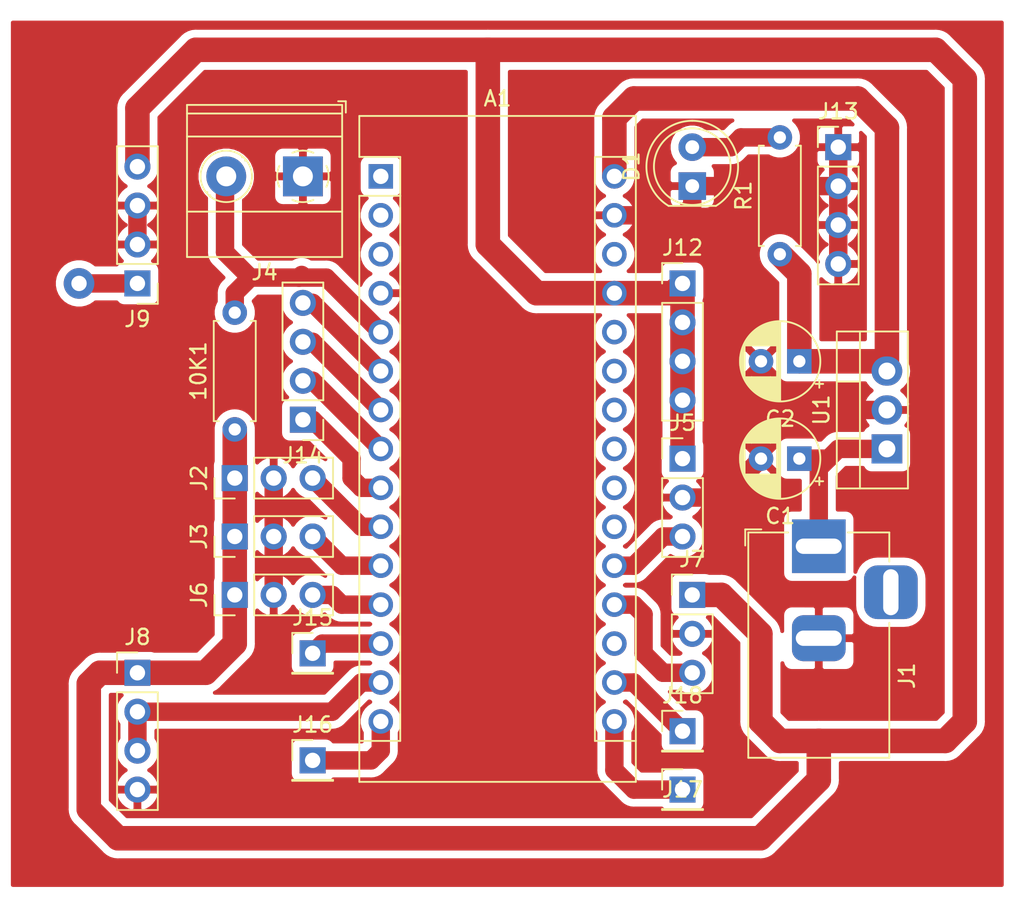
<source format=kicad_pcb>
(kicad_pcb (version 20171130) (host pcbnew "(5.1.12)-1")

  (general
    (thickness 1.6)
    (drawings 4)
    (tracks 122)
    (zones 0)
    (modules 23)
    (nets 22)
  )

  (page A4)
  (layers
    (0 F.Cu signal)
    (31 B.Cu signal)
    (32 B.Adhes user)
    (33 F.Adhes user)
    (34 B.Paste user)
    (35 F.Paste user)
    (36 B.SilkS user)
    (37 F.SilkS user)
    (38 B.Mask user)
    (39 F.Mask user)
    (40 Dwgs.User user)
    (41 Cmts.User user)
    (42 Eco1.User user)
    (43 Eco2.User user)
    (44 Edge.Cuts user)
    (45 Margin user)
    (46 B.CrtYd user)
    (47 F.CrtYd user)
    (48 B.Fab user)
    (49 F.Fab user)
  )

  (setup
    (last_trace_width 1.2)
    (trace_clearance 0.2)
    (zone_clearance 0.508)
    (zone_45_only no)
    (trace_min 0.2)
    (via_size 0.8)
    (via_drill 0.4)
    (via_min_size 0.4)
    (via_min_drill 0.3)
    (uvia_size 0.3)
    (uvia_drill 0.1)
    (uvias_allowed no)
    (uvia_min_size 0.2)
    (uvia_min_drill 0.1)
    (edge_width 0.05)
    (segment_width 0.2)
    (pcb_text_width 0.3)
    (pcb_text_size 1.5 1.5)
    (mod_edge_width 0.12)
    (mod_text_size 1 1)
    (mod_text_width 0.15)
    (pad_size 1.524 1.524)
    (pad_drill 0.762)
    (pad_to_mask_clearance 0)
    (aux_axis_origin 0 0)
    (visible_elements 7FFFFFFF)
    (pcbplotparams
      (layerselection 0x010fc_ffffffff)
      (usegerberextensions false)
      (usegerberattributes true)
      (usegerberadvancedattributes true)
      (creategerberjobfile true)
      (excludeedgelayer true)
      (linewidth 0.100000)
      (plotframeref false)
      (viasonmask false)
      (mode 1)
      (useauxorigin false)
      (hpglpennumber 1)
      (hpglpenspeed 20)
      (hpglpendiameter 15.000000)
      (psnegative false)
      (psa4output false)
      (plotreference true)
      (plotvalue true)
      (plotinvisibletext false)
      (padsonsilk false)
      (subtractmaskfromsilk false)
      (outputformat 1)
      (mirror false)
      (drillshape 0)
      (scaleselection 1)
      (outputdirectory "gerber/"))
  )

  (net 0 "")
  (net 1 SW)
  (net 2 VCC)
  (net 3 "Net-(A1-Pad16)")
  (net 4 "Net-(A1-Pad15)")
  (net 5 +5V)
  (net 6 RF_DATA)
  (net 7 GND)
  (net 8 "Net-(A1-Pad13)")
  (net 9 IR3_DATA)
  (net 10 IR2_DATA)
  (net 11 IR1_DATA)
  (net 12 "Net-(A1-Pad9)")
  (net 13 "Net-(A1-Pad8)")
  (net 14 "Net-(A1-Pad7)")
  (net 15 "Net-(A1-Pad6)")
  (net 16 IR5_DATA)
  (net 17 IR4_DATA)
  (net 18 "Net-(A1-Pad17)")
  (net 19 "Net-(C1-Pad1)")
  (net 20 "Net-(D1-Pad2)")
  (net 21 "Net-(J10-Pad1)")

  (net_class Default "This is the default net class."
    (clearance 0.2)
    (trace_width 1.2)
    (via_dia 0.8)
    (via_drill 0.4)
    (uvia_dia 0.3)
    (uvia_drill 0.1)
    (add_net GND)
    (add_net IR1_DATA)
    (add_net IR2_DATA)
    (add_net IR3_DATA)
    (add_net IR4_DATA)
    (add_net IR5_DATA)
    (add_net "Net-(A1-Pad13)")
    (add_net "Net-(A1-Pad15)")
    (add_net "Net-(A1-Pad16)")
    (add_net "Net-(A1-Pad17)")
    (add_net "Net-(A1-Pad6)")
    (add_net "Net-(A1-Pad7)")
    (add_net "Net-(A1-Pad8)")
    (add_net "Net-(A1-Pad9)")
    (add_net "Net-(C1-Pad1)")
    (add_net "Net-(D1-Pad2)")
    (add_net "Net-(J10-Pad1)")
    (add_net RF_DATA)
    (add_net SW)
  )

  (net_class dc ""
    (clearance 0.2)
    (trace_width 1.6)
    (via_dia 0.8)
    (via_drill 0.4)
    (uvia_dia 0.3)
    (uvia_drill 0.1)
    (add_net +5V)
    (add_net VCC)
  )

  (module TerminalBlock_Phoenix:TerminalBlock_Phoenix_MKDS-1,5-2_1x02_P5.00mm_Horizontal (layer F.Cu) (tedit 5B294EE5) (tstamp 623CB560)
    (at 92.71 82.55 180)
    (descr "Terminal Block Phoenix MKDS-1,5-2, 2 pins, pitch 5mm, size 10x9.8mm^2, drill diamater 1.3mm, pad diameter 2.6mm, see http://www.farnell.com/datasheets/100425.pdf, script-generated using https://github.com/pointhi/kicad-footprint-generator/scripts/TerminalBlock_Phoenix")
    (tags "THT Terminal Block Phoenix MKDS-1,5-2 pitch 5mm size 10x9.8mm^2 drill 1.3mm pad 2.6mm")
    (path /6240F15E)
    (fp_text reference J4 (at 2.5 -6.26) (layer F.SilkS)
      (effects (font (size 1 1) (thickness 0.15)))
    )
    (fp_text value SWITCH (at 2.5 5.66) (layer F.Fab)
      (effects (font (size 1 1) (thickness 0.15)))
    )
    (fp_line (start 8 -5.71) (end -3 -5.71) (layer F.CrtYd) (width 0.05))
    (fp_line (start 8 5.1) (end 8 -5.71) (layer F.CrtYd) (width 0.05))
    (fp_line (start -3 5.1) (end 8 5.1) (layer F.CrtYd) (width 0.05))
    (fp_line (start -3 -5.71) (end -3 5.1) (layer F.CrtYd) (width 0.05))
    (fp_line (start -2.8 4.9) (end -2.3 4.9) (layer F.SilkS) (width 0.12))
    (fp_line (start -2.8 4.16) (end -2.8 4.9) (layer F.SilkS) (width 0.12))
    (fp_line (start 3.773 1.023) (end 3.726 1.069) (layer F.SilkS) (width 0.12))
    (fp_line (start 6.07 -1.275) (end 6.035 -1.239) (layer F.SilkS) (width 0.12))
    (fp_line (start 3.966 1.239) (end 3.931 1.274) (layer F.SilkS) (width 0.12))
    (fp_line (start 6.275 -1.069) (end 6.228 -1.023) (layer F.SilkS) (width 0.12))
    (fp_line (start 5.955 -1.138) (end 3.863 0.955) (layer F.Fab) (width 0.1))
    (fp_line (start 6.138 -0.955) (end 4.046 1.138) (layer F.Fab) (width 0.1))
    (fp_line (start 0.955 -1.138) (end -1.138 0.955) (layer F.Fab) (width 0.1))
    (fp_line (start 1.138 -0.955) (end -0.955 1.138) (layer F.Fab) (width 0.1))
    (fp_line (start 7.56 -5.261) (end 7.56 4.66) (layer F.SilkS) (width 0.12))
    (fp_line (start -2.56 -5.261) (end -2.56 4.66) (layer F.SilkS) (width 0.12))
    (fp_line (start -2.56 4.66) (end 7.56 4.66) (layer F.SilkS) (width 0.12))
    (fp_line (start -2.56 -5.261) (end 7.56 -5.261) (layer F.SilkS) (width 0.12))
    (fp_line (start -2.56 -2.301) (end 7.56 -2.301) (layer F.SilkS) (width 0.12))
    (fp_line (start -2.5 -2.3) (end 7.5 -2.3) (layer F.Fab) (width 0.1))
    (fp_line (start -2.56 2.6) (end 7.56 2.6) (layer F.SilkS) (width 0.12))
    (fp_line (start -2.5 2.6) (end 7.5 2.6) (layer F.Fab) (width 0.1))
    (fp_line (start -2.56 4.1) (end 7.56 4.1) (layer F.SilkS) (width 0.12))
    (fp_line (start -2.5 4.1) (end 7.5 4.1) (layer F.Fab) (width 0.1))
    (fp_line (start -2.5 4.1) (end -2.5 -5.2) (layer F.Fab) (width 0.1))
    (fp_line (start -2 4.6) (end -2.5 4.1) (layer F.Fab) (width 0.1))
    (fp_line (start 7.5 4.6) (end -2 4.6) (layer F.Fab) (width 0.1))
    (fp_line (start 7.5 -5.2) (end 7.5 4.6) (layer F.Fab) (width 0.1))
    (fp_line (start -2.5 -5.2) (end 7.5 -5.2) (layer F.Fab) (width 0.1))
    (fp_circle (center 5 0) (end 6.68 0) (layer F.SilkS) (width 0.12))
    (fp_circle (center 5 0) (end 6.5 0) (layer F.Fab) (width 0.1))
    (fp_circle (center 0 0) (end 1.5 0) (layer F.Fab) (width 0.1))
    (fp_text user %R (at 2.5 3.2) (layer F.Fab)
      (effects (font (size 1 1) (thickness 0.15)))
    )
    (fp_arc (start 0 0) (end -0.684 1.535) (angle -25) (layer F.SilkS) (width 0.12))
    (fp_arc (start 0 0) (end -1.535 -0.684) (angle -48) (layer F.SilkS) (width 0.12))
    (fp_arc (start 0 0) (end 0.684 -1.535) (angle -48) (layer F.SilkS) (width 0.12))
    (fp_arc (start 0 0) (end 1.535 0.684) (angle -48) (layer F.SilkS) (width 0.12))
    (fp_arc (start 0 0) (end 0 1.68) (angle -24) (layer F.SilkS) (width 0.12))
    (pad 2 thru_hole circle (at 5 0 180) (size 2.6 2.6) (drill 1.3) (layers *.Cu *.Mask)
      (net 1 SW))
    (pad 1 thru_hole rect (at 0 0 180) (size 2.6 2.6) (drill 1.3) (layers *.Cu *.Mask)
      (net 7 GND))
    (model ${KISYS3DMOD}/TerminalBlock_Phoenix.3dshapes/TerminalBlock_Phoenix_MKDS-1,5-2_1x02_P5.00mm_Horizontal.wrl
      (at (xyz 0 0 0))
      (scale (xyz 1 1 1))
      (rotate (xyz 0 0 0))
    )
  )

  (module Package_TO_SOT_THT:TO-220-3_Vertical (layer F.Cu) (tedit 5AC8BA0D) (tstamp 623CB6DC)
    (at 130.81 100.33 90)
    (descr "TO-220-3, Vertical, RM 2.54mm, see https://www.vishay.com/docs/66542/to-220-1.pdf")
    (tags "TO-220-3 Vertical RM 2.54mm")
    (path /6241EE75)
    (fp_text reference U1 (at 2.54 -4.27 90) (layer F.SilkS)
      (effects (font (size 1 1) (thickness 0.15)))
    )
    (fp_text value L7805 (at 2.54 2.5 90) (layer F.Fab)
      (effects (font (size 1 1) (thickness 0.15)))
    )
    (fp_line (start 7.79 -3.4) (end -2.71 -3.4) (layer F.CrtYd) (width 0.05))
    (fp_line (start 7.79 1.51) (end 7.79 -3.4) (layer F.CrtYd) (width 0.05))
    (fp_line (start -2.71 1.51) (end 7.79 1.51) (layer F.CrtYd) (width 0.05))
    (fp_line (start -2.71 -3.4) (end -2.71 1.51) (layer F.CrtYd) (width 0.05))
    (fp_line (start 4.391 -3.27) (end 4.391 -1.76) (layer F.SilkS) (width 0.12))
    (fp_line (start 0.69 -3.27) (end 0.69 -1.76) (layer F.SilkS) (width 0.12))
    (fp_line (start -2.58 -1.76) (end 7.66 -1.76) (layer F.SilkS) (width 0.12))
    (fp_line (start 7.66 -3.27) (end 7.66 1.371) (layer F.SilkS) (width 0.12))
    (fp_line (start -2.58 -3.27) (end -2.58 1.371) (layer F.SilkS) (width 0.12))
    (fp_line (start -2.58 1.371) (end 7.66 1.371) (layer F.SilkS) (width 0.12))
    (fp_line (start -2.58 -3.27) (end 7.66 -3.27) (layer F.SilkS) (width 0.12))
    (fp_line (start 4.39 -3.15) (end 4.39 -1.88) (layer F.Fab) (width 0.1))
    (fp_line (start 0.69 -3.15) (end 0.69 -1.88) (layer F.Fab) (width 0.1))
    (fp_line (start -2.46 -1.88) (end 7.54 -1.88) (layer F.Fab) (width 0.1))
    (fp_line (start 7.54 -3.15) (end -2.46 -3.15) (layer F.Fab) (width 0.1))
    (fp_line (start 7.54 1.25) (end 7.54 -3.15) (layer F.Fab) (width 0.1))
    (fp_line (start -2.46 1.25) (end 7.54 1.25) (layer F.Fab) (width 0.1))
    (fp_line (start -2.46 -3.15) (end -2.46 1.25) (layer F.Fab) (width 0.1))
    (fp_text user %R (at 2.54 -4.27 90) (layer F.Fab)
      (effects (font (size 1 1) (thickness 0.15)))
    )
    (pad 3 thru_hole oval (at 5.08 0 90) (size 1.905 2) (drill 1.1) (layers *.Cu *.Mask)
      (net 5 +5V))
    (pad 2 thru_hole oval (at 2.54 0 90) (size 1.905 2) (drill 1.1) (layers *.Cu *.Mask)
      (net 7 GND))
    (pad 1 thru_hole rect (at 0 0 90) (size 1.905 2) (drill 1.1) (layers *.Cu *.Mask)
      (net 19 "Net-(C1-Pad1)"))
    (model ${KISYS3DMOD}/Package_TO_SOT_THT.3dshapes/TO-220-3_Vertical.wrl
      (at (xyz 0 0 0))
      (scale (xyz 1 1 1))
      (rotate (xyz 0 0 0))
    )
  )

  (module Resistor_THT:R_Axial_DIN0207_L6.3mm_D2.5mm_P7.62mm_Horizontal (layer F.Cu) (tedit 5AE5139B) (tstamp 623CB6C2)
    (at 123.825 87.63 90)
    (descr "Resistor, Axial_DIN0207 series, Axial, Horizontal, pin pitch=7.62mm, 0.25W = 1/4W, length*diameter=6.3*2.5mm^2, http://cdn-reichelt.de/documents/datenblatt/B400/1_4W%23YAG.pdf")
    (tags "Resistor Axial_DIN0207 series Axial Horizontal pin pitch 7.62mm 0.25W = 1/4W length 6.3mm diameter 2.5mm")
    (path /62428FB4)
    (fp_text reference R1 (at 3.81 -2.37 90) (layer F.SilkS)
      (effects (font (size 1 1) (thickness 0.15)))
    )
    (fp_text value R_Small (at 3.81 2.37 90) (layer F.Fab)
      (effects (font (size 1 1) (thickness 0.15)))
    )
    (fp_line (start 8.67 -1.5) (end -1.05 -1.5) (layer F.CrtYd) (width 0.05))
    (fp_line (start 8.67 1.5) (end 8.67 -1.5) (layer F.CrtYd) (width 0.05))
    (fp_line (start -1.05 1.5) (end 8.67 1.5) (layer F.CrtYd) (width 0.05))
    (fp_line (start -1.05 -1.5) (end -1.05 1.5) (layer F.CrtYd) (width 0.05))
    (fp_line (start 7.08 1.37) (end 7.08 1.04) (layer F.SilkS) (width 0.12))
    (fp_line (start 0.54 1.37) (end 7.08 1.37) (layer F.SilkS) (width 0.12))
    (fp_line (start 0.54 1.04) (end 0.54 1.37) (layer F.SilkS) (width 0.12))
    (fp_line (start 7.08 -1.37) (end 7.08 -1.04) (layer F.SilkS) (width 0.12))
    (fp_line (start 0.54 -1.37) (end 7.08 -1.37) (layer F.SilkS) (width 0.12))
    (fp_line (start 0.54 -1.04) (end 0.54 -1.37) (layer F.SilkS) (width 0.12))
    (fp_line (start 7.62 0) (end 6.96 0) (layer F.Fab) (width 0.1))
    (fp_line (start 0 0) (end 0.66 0) (layer F.Fab) (width 0.1))
    (fp_line (start 6.96 -1.25) (end 0.66 -1.25) (layer F.Fab) (width 0.1))
    (fp_line (start 6.96 1.25) (end 6.96 -1.25) (layer F.Fab) (width 0.1))
    (fp_line (start 0.66 1.25) (end 6.96 1.25) (layer F.Fab) (width 0.1))
    (fp_line (start 0.66 -1.25) (end 0.66 1.25) (layer F.Fab) (width 0.1))
    (fp_text user %R (at 3.81 0 90) (layer F.Fab)
      (effects (font (size 1 1) (thickness 0.15)))
    )
    (pad 2 thru_hole oval (at 7.62 0 90) (size 1.6 1.6) (drill 0.8) (layers *.Cu *.Mask)
      (net 20 "Net-(D1-Pad2)"))
    (pad 1 thru_hole circle (at 0 0 90) (size 1.6 1.6) (drill 0.8) (layers *.Cu *.Mask)
      (net 5 +5V))
    (model ${KISYS3DMOD}/Resistor_THT.3dshapes/R_Axial_DIN0207_L6.3mm_D2.5mm_P7.62mm_Horizontal.wrl
      (at (xyz 0 0 0))
      (scale (xyz 1 1 1))
      (rotate (xyz 0 0 0))
    )
  )

  (module Connector_PinHeader_2.54mm:PinHeader_1x01_P2.54mm_Vertical (layer F.Cu) (tedit 59FED5CC) (tstamp 623CB6AB)
    (at 117.475 118.745)
    (descr "Through hole straight pin header, 1x01, 2.54mm pitch, single row")
    (tags "Through hole pin header THT 1x01 2.54mm single row")
    (path /6245CF48)
    (fp_text reference J18 (at 0 -2.33) (layer F.SilkS)
      (effects (font (size 1 1) (thickness 0.15)))
    )
    (fp_text value 3v3 (at 0 2.33) (layer F.Fab)
      (effects (font (size 1 1) (thickness 0.15)))
    )
    (fp_line (start 1.8 -1.8) (end -1.8 -1.8) (layer F.CrtYd) (width 0.05))
    (fp_line (start 1.8 1.8) (end 1.8 -1.8) (layer F.CrtYd) (width 0.05))
    (fp_line (start -1.8 1.8) (end 1.8 1.8) (layer F.CrtYd) (width 0.05))
    (fp_line (start -1.8 -1.8) (end -1.8 1.8) (layer F.CrtYd) (width 0.05))
    (fp_line (start -1.33 -1.33) (end 0 -1.33) (layer F.SilkS) (width 0.12))
    (fp_line (start -1.33 0) (end -1.33 -1.33) (layer F.SilkS) (width 0.12))
    (fp_line (start -1.33 1.27) (end 1.33 1.27) (layer F.SilkS) (width 0.12))
    (fp_line (start 1.33 1.27) (end 1.33 1.33) (layer F.SilkS) (width 0.12))
    (fp_line (start -1.33 1.27) (end -1.33 1.33) (layer F.SilkS) (width 0.12))
    (fp_line (start -1.33 1.33) (end 1.33 1.33) (layer F.SilkS) (width 0.12))
    (fp_line (start -1.27 -0.635) (end -0.635 -1.27) (layer F.Fab) (width 0.1))
    (fp_line (start -1.27 1.27) (end -1.27 -0.635) (layer F.Fab) (width 0.1))
    (fp_line (start 1.27 1.27) (end -1.27 1.27) (layer F.Fab) (width 0.1))
    (fp_line (start 1.27 -1.27) (end 1.27 1.27) (layer F.Fab) (width 0.1))
    (fp_line (start -0.635 -1.27) (end 1.27 -1.27) (layer F.Fab) (width 0.1))
    (fp_text user %R (at 2.54 0 90) (layer F.Fab)
      (effects (font (size 1 1) (thickness 0.15)))
    )
    (pad 1 thru_hole rect (at 0 0) (size 1.7 1.7) (drill 1) (layers *.Cu *.Mask)
      (net 18 "Net-(A1-Pad17)"))
    (model ${KISYS3DMOD}/Connector_PinHeader_2.54mm.3dshapes/PinHeader_1x01_P2.54mm_Vertical.wrl
      (at (xyz 0 0 0))
      (scale (xyz 1 1 1))
      (rotate (xyz 0 0 0))
    )
  )

  (module Connector_PinHeader_2.54mm:PinHeader_1x01_P2.54mm_Vertical (layer F.Cu) (tedit 59FED5CC) (tstamp 623CB696)
    (at 117.475 122.555)
    (descr "Through hole straight pin header, 1x01, 2.54mm pitch, single row")
    (tags "Through hole pin header THT 1x01 2.54mm single row")
    (path /624456F7)
    (fp_text reference J17 (at 0 0) (layer F.SilkS)
      (effects (font (size 1 1) (thickness 0.15)))
    )
    (fp_text value d13_conn (at 0 2.33) (layer F.Fab)
      (effects (font (size 1 1) (thickness 0.15)))
    )
    (fp_line (start 1.8 -1.8) (end -1.8 -1.8) (layer F.CrtYd) (width 0.05))
    (fp_line (start 1.8 1.8) (end 1.8 -1.8) (layer F.CrtYd) (width 0.05))
    (fp_line (start -1.8 1.8) (end 1.8 1.8) (layer F.CrtYd) (width 0.05))
    (fp_line (start -1.8 -1.8) (end -1.8 1.8) (layer F.CrtYd) (width 0.05))
    (fp_line (start -1.33 -1.33) (end 0 -1.33) (layer F.SilkS) (width 0.12))
    (fp_line (start -1.33 0) (end -1.33 -1.33) (layer F.SilkS) (width 0.12))
    (fp_line (start -1.33 1.27) (end 1.33 1.27) (layer F.SilkS) (width 0.12))
    (fp_line (start 1.33 1.27) (end 1.33 1.33) (layer F.SilkS) (width 0.12))
    (fp_line (start -1.33 1.27) (end -1.33 1.33) (layer F.SilkS) (width 0.12))
    (fp_line (start -1.33 1.33) (end 1.33 1.33) (layer F.SilkS) (width 0.12))
    (fp_line (start -1.27 -0.635) (end -0.635 -1.27) (layer F.Fab) (width 0.1))
    (fp_line (start -1.27 1.27) (end -1.27 -0.635) (layer F.Fab) (width 0.1))
    (fp_line (start 1.27 1.27) (end -1.27 1.27) (layer F.Fab) (width 0.1))
    (fp_line (start 1.27 -1.27) (end 1.27 1.27) (layer F.Fab) (width 0.1))
    (fp_line (start -0.635 -1.27) (end 1.27 -1.27) (layer F.Fab) (width 0.1))
    (fp_text user %R (at 2.54 0 90) (layer F.Fab)
      (effects (font (size 1 1) (thickness 0.15)))
    )
    (pad 1 thru_hole rect (at 0 0) (size 1.7 1.7) (drill 1) (layers *.Cu *.Mask)
      (net 3 "Net-(A1-Pad16)"))
    (model ${KISYS3DMOD}/Connector_PinHeader_2.54mm.3dshapes/PinHeader_1x01_P2.54mm_Vertical.wrl
      (at (xyz 0 0 0))
      (scale (xyz 1 1 1))
      (rotate (xyz 0 0 0))
    )
  )

  (module Connector_PinHeader_2.54mm:PinHeader_1x01_P2.54mm_Vertical (layer F.Cu) (tedit 59FED5CC) (tstamp 623CB681)
    (at 93.345 120.65)
    (descr "Through hole straight pin header, 1x01, 2.54mm pitch, single row")
    (tags "Through hole pin header THT 1x01 2.54mm single row")
    (path /62445346)
    (fp_text reference J16 (at 0 -2.33) (layer F.SilkS)
      (effects (font (size 1 1) (thickness 0.15)))
    )
    (fp_text value d12_conn (at 0 2.33) (layer F.Fab)
      (effects (font (size 1 1) (thickness 0.15)))
    )
    (fp_line (start 1.8 -1.8) (end -1.8 -1.8) (layer F.CrtYd) (width 0.05))
    (fp_line (start 1.8 1.8) (end 1.8 -1.8) (layer F.CrtYd) (width 0.05))
    (fp_line (start -1.8 1.8) (end 1.8 1.8) (layer F.CrtYd) (width 0.05))
    (fp_line (start -1.8 -1.8) (end -1.8 1.8) (layer F.CrtYd) (width 0.05))
    (fp_line (start -1.33 -1.33) (end 0 -1.33) (layer F.SilkS) (width 0.12))
    (fp_line (start -1.33 0) (end -1.33 -1.33) (layer F.SilkS) (width 0.12))
    (fp_line (start -1.33 1.27) (end 1.33 1.27) (layer F.SilkS) (width 0.12))
    (fp_line (start 1.33 1.27) (end 1.33 1.33) (layer F.SilkS) (width 0.12))
    (fp_line (start -1.33 1.27) (end -1.33 1.33) (layer F.SilkS) (width 0.12))
    (fp_line (start -1.33 1.33) (end 1.33 1.33) (layer F.SilkS) (width 0.12))
    (fp_line (start -1.27 -0.635) (end -0.635 -1.27) (layer F.Fab) (width 0.1))
    (fp_line (start -1.27 1.27) (end -1.27 -0.635) (layer F.Fab) (width 0.1))
    (fp_line (start 1.27 1.27) (end -1.27 1.27) (layer F.Fab) (width 0.1))
    (fp_line (start 1.27 -1.27) (end 1.27 1.27) (layer F.Fab) (width 0.1))
    (fp_line (start -0.635 -1.27) (end 1.27 -1.27) (layer F.Fab) (width 0.1))
    (fp_text user %R (at 0 0 90) (layer F.Fab)
      (effects (font (size 1 1) (thickness 0.15)))
    )
    (pad 1 thru_hole rect (at 0 0) (size 1.7 1.7) (drill 1) (layers *.Cu *.Mask)
      (net 4 "Net-(A1-Pad15)"))
    (model ${KISYS3DMOD}/Connector_PinHeader_2.54mm.3dshapes/PinHeader_1x01_P2.54mm_Vertical.wrl
      (at (xyz 0 0 0))
      (scale (xyz 1 1 1))
      (rotate (xyz 0 0 0))
    )
  )

  (module Connector_PinHeader_2.54mm:PinHeader_1x01_P2.54mm_Vertical (layer F.Cu) (tedit 59FED5CC) (tstamp 623CB66C)
    (at 93.345 113.665)
    (descr "Through hole straight pin header, 1x01, 2.54mm pitch, single row")
    (tags "Through hole pin header THT 1x01 2.54mm single row")
    (path /62443BDC)
    (fp_text reference J15 (at 0 -2.33) (layer F.SilkS)
      (effects (font (size 1 1) (thickness 0.15)))
    )
    (fp_text value d10_conn (at 0 2.33) (layer F.Fab)
      (effects (font (size 1 1) (thickness 0.15)))
    )
    (fp_line (start 1.8 -1.8) (end -1.8 -1.8) (layer F.CrtYd) (width 0.05))
    (fp_line (start 1.8 1.8) (end 1.8 -1.8) (layer F.CrtYd) (width 0.05))
    (fp_line (start -1.8 1.8) (end 1.8 1.8) (layer F.CrtYd) (width 0.05))
    (fp_line (start -1.8 -1.8) (end -1.8 1.8) (layer F.CrtYd) (width 0.05))
    (fp_line (start -1.33 -1.33) (end 0 -1.33) (layer F.SilkS) (width 0.12))
    (fp_line (start -1.33 0) (end -1.33 -1.33) (layer F.SilkS) (width 0.12))
    (fp_line (start -1.33 1.27) (end 1.33 1.27) (layer F.SilkS) (width 0.12))
    (fp_line (start 1.33 1.27) (end 1.33 1.33) (layer F.SilkS) (width 0.12))
    (fp_line (start -1.33 1.27) (end -1.33 1.33) (layer F.SilkS) (width 0.12))
    (fp_line (start -1.33 1.33) (end 1.33 1.33) (layer F.SilkS) (width 0.12))
    (fp_line (start -1.27 -0.635) (end -0.635 -1.27) (layer F.Fab) (width 0.1))
    (fp_line (start -1.27 1.27) (end -1.27 -0.635) (layer F.Fab) (width 0.1))
    (fp_line (start 1.27 1.27) (end -1.27 1.27) (layer F.Fab) (width 0.1))
    (fp_line (start 1.27 -1.27) (end 1.27 1.27) (layer F.Fab) (width 0.1))
    (fp_line (start -0.635 -1.27) (end 1.27 -1.27) (layer F.Fab) (width 0.1))
    (fp_text user %R (at 0 0 90) (layer F.Fab)
      (effects (font (size 1 1) (thickness 0.15)))
    )
    (pad 1 thru_hole rect (at 0 0) (size 1.7 1.7) (drill 1) (layers *.Cu *.Mask)
      (net 8 "Net-(A1-Pad13)"))
    (model ${KISYS3DMOD}/Connector_PinHeader_2.54mm.3dshapes/PinHeader_1x01_P2.54mm_Vertical.wrl
      (at (xyz 0 0 0))
      (scale (xyz 1 1 1))
      (rotate (xyz 0 0 0))
    )
  )

  (module Connector_PinHeader_2.54mm:PinHeader_1x04_P2.54mm_Vertical (layer F.Cu) (tedit 59FED5CC) (tstamp 623CB657)
    (at 92.71 98.425 180)
    (descr "Through hole straight pin header, 1x04, 2.54mm pitch, single row")
    (tags "Through hole pin header THT 1x04 2.54mm single row")
    (path /62408EA4)
    (fp_text reference J14 (at 0 -2.33) (layer F.SilkS)
      (effects (font (size 1 1) (thickness 0.15)))
    )
    (fp_text value MOTOR_CONN (at 0 9.95) (layer F.Fab)
      (effects (font (size 1 1) (thickness 0.15)))
    )
    (fp_line (start 1.8 -1.8) (end -1.8 -1.8) (layer F.CrtYd) (width 0.05))
    (fp_line (start 1.8 9.4) (end 1.8 -1.8) (layer F.CrtYd) (width 0.05))
    (fp_line (start -1.8 9.4) (end 1.8 9.4) (layer F.CrtYd) (width 0.05))
    (fp_line (start -1.8 -1.8) (end -1.8 9.4) (layer F.CrtYd) (width 0.05))
    (fp_line (start -1.33 -1.33) (end 0 -1.33) (layer F.SilkS) (width 0.12))
    (fp_line (start -1.33 0) (end -1.33 -1.33) (layer F.SilkS) (width 0.12))
    (fp_line (start -1.33 1.27) (end 1.33 1.27) (layer F.SilkS) (width 0.12))
    (fp_line (start 1.33 1.27) (end 1.33 8.95) (layer F.SilkS) (width 0.12))
    (fp_line (start -1.33 1.27) (end -1.33 8.95) (layer F.SilkS) (width 0.12))
    (fp_line (start -1.33 8.95) (end 1.33 8.95) (layer F.SilkS) (width 0.12))
    (fp_line (start -1.27 -0.635) (end -0.635 -1.27) (layer F.Fab) (width 0.1))
    (fp_line (start -1.27 8.89) (end -1.27 -0.635) (layer F.Fab) (width 0.1))
    (fp_line (start 1.27 8.89) (end -1.27 8.89) (layer F.Fab) (width 0.1))
    (fp_line (start 1.27 -1.27) (end 1.27 8.89) (layer F.Fab) (width 0.1))
    (fp_line (start -0.635 -1.27) (end 1.27 -1.27) (layer F.Fab) (width 0.1))
    (fp_text user %R (at 0 3.81 90) (layer F.Fab)
      (effects (font (size 1 1) (thickness 0.15)))
    )
    (pad 4 thru_hole oval (at 0 7.62 180) (size 1.7 1.7) (drill 1) (layers *.Cu *.Mask)
      (net 15 "Net-(A1-Pad6)"))
    (pad 3 thru_hole oval (at 0 5.08 180) (size 1.7 1.7) (drill 1) (layers *.Cu *.Mask)
      (net 14 "Net-(A1-Pad7)"))
    (pad 2 thru_hole oval (at 0 2.54 180) (size 1.7 1.7) (drill 1) (layers *.Cu *.Mask)
      (net 13 "Net-(A1-Pad8)"))
    (pad 1 thru_hole rect (at 0 0 180) (size 1.7 1.7) (drill 1) (layers *.Cu *.Mask)
      (net 12 "Net-(A1-Pad9)"))
    (model ${KISYS3DMOD}/Connector_PinHeader_2.54mm.3dshapes/PinHeader_1x04_P2.54mm_Vertical.wrl
      (at (xyz 0 0 0))
      (scale (xyz 1 1 1))
      (rotate (xyz 0 0 0))
    )
  )

  (module Connector_PinHeader_2.54mm:PinHeader_1x04_P2.54mm_Vertical (layer F.Cu) (tedit 59FED5CC) (tstamp 623CB63F)
    (at 127.635 80.645)
    (descr "Through hole straight pin header, 1x04, 2.54mm pitch, single row")
    (tags "Through hole pin header THT 1x04 2.54mm single row")
    (path /624400FB)
    (fp_text reference J13 (at 0 -2.33) (layer F.SilkS)
      (effects (font (size 1 1) (thickness 0.15)))
    )
    (fp_text value gnd_Supply (at 0 9.95) (layer F.Fab)
      (effects (font (size 1 1) (thickness 0.15)))
    )
    (fp_line (start 1.8 -1.8) (end -1.8 -1.8) (layer F.CrtYd) (width 0.05))
    (fp_line (start 1.8 9.4) (end 1.8 -1.8) (layer F.CrtYd) (width 0.05))
    (fp_line (start -1.8 9.4) (end 1.8 9.4) (layer F.CrtYd) (width 0.05))
    (fp_line (start -1.8 -1.8) (end -1.8 9.4) (layer F.CrtYd) (width 0.05))
    (fp_line (start -1.33 -1.33) (end 0 -1.33) (layer F.SilkS) (width 0.12))
    (fp_line (start -1.33 0) (end -1.33 -1.33) (layer F.SilkS) (width 0.12))
    (fp_line (start -1.33 1.27) (end 1.33 1.27) (layer F.SilkS) (width 0.12))
    (fp_line (start 1.33 1.27) (end 1.33 8.95) (layer F.SilkS) (width 0.12))
    (fp_line (start -1.33 1.27) (end -1.33 8.95) (layer F.SilkS) (width 0.12))
    (fp_line (start -1.33 8.95) (end 1.33 8.95) (layer F.SilkS) (width 0.12))
    (fp_line (start -1.27 -0.635) (end -0.635 -1.27) (layer F.Fab) (width 0.1))
    (fp_line (start -1.27 8.89) (end -1.27 -0.635) (layer F.Fab) (width 0.1))
    (fp_line (start 1.27 8.89) (end -1.27 8.89) (layer F.Fab) (width 0.1))
    (fp_line (start 1.27 -1.27) (end 1.27 8.89) (layer F.Fab) (width 0.1))
    (fp_line (start -0.635 -1.27) (end 1.27 -1.27) (layer F.Fab) (width 0.1))
    (fp_text user %R (at 0 3.81 90) (layer F.Fab)
      (effects (font (size 1 1) (thickness 0.15)))
    )
    (pad 4 thru_hole oval (at 0 7.62) (size 1.7 1.7) (drill 1) (layers *.Cu *.Mask)
      (net 7 GND))
    (pad 3 thru_hole oval (at 0 5.08) (size 1.7 1.7) (drill 1) (layers *.Cu *.Mask)
      (net 7 GND))
    (pad 2 thru_hole oval (at 0 2.54) (size 1.7 1.7) (drill 1) (layers *.Cu *.Mask)
      (net 7 GND))
    (pad 1 thru_hole rect (at 0 0) (size 1.7 1.7) (drill 1) (layers *.Cu *.Mask)
      (net 7 GND))
    (model ${KISYS3DMOD}/Connector_PinHeader_2.54mm.3dshapes/PinHeader_1x04_P2.54mm_Vertical.wrl
      (at (xyz 0 0 0))
      (scale (xyz 1 1 1))
      (rotate (xyz 0 0 0))
    )
  )

  (module Connector_PinHeader_2.54mm:PinHeader_1x04_P2.54mm_Vertical (layer F.Cu) (tedit 59FED5CC) (tstamp 623CB627)
    (at 117.475 89.535)
    (descr "Through hole straight pin header, 1x04, 2.54mm pitch, single row")
    (tags "Through hole pin header THT 1x04 2.54mm single row")
    (path /6243E5F8)
    (fp_text reference J12 (at 0 -2.33) (layer F.SilkS)
      (effects (font (size 1 1) (thickness 0.15)))
    )
    (fp_text value VCc_Supply (at 0 9.95) (layer F.Fab)
      (effects (font (size 1 1) (thickness 0.15)))
    )
    (fp_line (start 1.8 -1.8) (end -1.8 -1.8) (layer F.CrtYd) (width 0.05))
    (fp_line (start 1.8 9.4) (end 1.8 -1.8) (layer F.CrtYd) (width 0.05))
    (fp_line (start -1.8 9.4) (end 1.8 9.4) (layer F.CrtYd) (width 0.05))
    (fp_line (start -1.8 -1.8) (end -1.8 9.4) (layer F.CrtYd) (width 0.05))
    (fp_line (start -1.33 -1.33) (end 0 -1.33) (layer F.SilkS) (width 0.12))
    (fp_line (start -1.33 0) (end -1.33 -1.33) (layer F.SilkS) (width 0.12))
    (fp_line (start -1.33 1.27) (end 1.33 1.27) (layer F.SilkS) (width 0.12))
    (fp_line (start 1.33 1.27) (end 1.33 8.95) (layer F.SilkS) (width 0.12))
    (fp_line (start -1.33 1.27) (end -1.33 8.95) (layer F.SilkS) (width 0.12))
    (fp_line (start -1.33 8.95) (end 1.33 8.95) (layer F.SilkS) (width 0.12))
    (fp_line (start -1.27 -0.635) (end -0.635 -1.27) (layer F.Fab) (width 0.1))
    (fp_line (start -1.27 8.89) (end -1.27 -0.635) (layer F.Fab) (width 0.1))
    (fp_line (start 1.27 8.89) (end -1.27 8.89) (layer F.Fab) (width 0.1))
    (fp_line (start 1.27 -1.27) (end 1.27 8.89) (layer F.Fab) (width 0.1))
    (fp_line (start -0.635 -1.27) (end 1.27 -1.27) (layer F.Fab) (width 0.1))
    (fp_text user %R (at -2.54 3.175 90) (layer F.Fab)
      (effects (font (size 1 1) (thickness 0.15)))
    )
    (pad 4 thru_hole oval (at 0 7.62) (size 1.7 1.7) (drill 1) (layers *.Cu *.Mask)
      (net 2 VCC))
    (pad 3 thru_hole oval (at 0 5.08) (size 1.7 1.7) (drill 1) (layers *.Cu *.Mask)
      (net 2 VCC))
    (pad 2 thru_hole oval (at 0 2.54) (size 1.7 1.7) (drill 1) (layers *.Cu *.Mask)
      (net 2 VCC))
    (pad 1 thru_hole rect (at 0 0) (size 1.7 1.7) (drill 1) (layers *.Cu *.Mask)
      (net 2 VCC))
    (model ${KISYS3DMOD}/Connector_PinHeader_2.54mm.3dshapes/PinHeader_1x04_P2.54mm_Vertical.wrl
      (at (xyz 0 0 0))
      (scale (xyz 1 1 1))
      (rotate (xyz 0 0 0))
    )
  )

  (module Connector_PinHeader_2.54mm:PinHeader_1x04_P2.54mm_Vertical (layer F.Cu) (tedit 59FED5CC) (tstamp 623CB5D5)
    (at 81.915 89.535 180)
    (descr "Through hole straight pin header, 1x04, 2.54mm pitch, single row")
    (tags "Through hole pin header THT 1x04 2.54mm single row")
    (path /623F126C)
    (fp_text reference J9 (at 0 -2.33) (layer F.SilkS)
      (effects (font (size 1 1) (thickness 0.15)))
    )
    (fp_text value ANTENNA_SIDE (at 0 9.95) (layer F.Fab)
      (effects (font (size 1 1) (thickness 0.15)))
    )
    (fp_line (start 1.8 -1.8) (end -1.8 -1.8) (layer F.CrtYd) (width 0.05))
    (fp_line (start 1.8 9.4) (end 1.8 -1.8) (layer F.CrtYd) (width 0.05))
    (fp_line (start -1.8 9.4) (end 1.8 9.4) (layer F.CrtYd) (width 0.05))
    (fp_line (start -1.8 -1.8) (end -1.8 9.4) (layer F.CrtYd) (width 0.05))
    (fp_line (start -1.33 -1.33) (end 0 -1.33) (layer F.SilkS) (width 0.12))
    (fp_line (start -1.33 0) (end -1.33 -1.33) (layer F.SilkS) (width 0.12))
    (fp_line (start -1.33 1.27) (end 1.33 1.27) (layer F.SilkS) (width 0.12))
    (fp_line (start 1.33 1.27) (end 1.33 8.95) (layer F.SilkS) (width 0.12))
    (fp_line (start -1.33 1.27) (end -1.33 8.95) (layer F.SilkS) (width 0.12))
    (fp_line (start -1.33 8.95) (end 1.33 8.95) (layer F.SilkS) (width 0.12))
    (fp_line (start -1.27 -0.635) (end -0.635 -1.27) (layer F.Fab) (width 0.1))
    (fp_line (start -1.27 8.89) (end -1.27 -0.635) (layer F.Fab) (width 0.1))
    (fp_line (start 1.27 8.89) (end -1.27 8.89) (layer F.Fab) (width 0.1))
    (fp_line (start 1.27 -1.27) (end 1.27 8.89) (layer F.Fab) (width 0.1))
    (fp_line (start -0.635 -1.27) (end 1.27 -1.27) (layer F.Fab) (width 0.1))
    (fp_text user %R (at 0 3.81 90) (layer F.Fab)
      (effects (font (size 1 1) (thickness 0.15)))
    )
    (pad 4 thru_hole oval (at 0 7.62 180) (size 1.7 1.7) (drill 1) (layers *.Cu *.Mask)
      (net 2 VCC))
    (pad 3 thru_hole oval (at 0 5.08 180) (size 1.7 1.7) (drill 1) (layers *.Cu *.Mask)
      (net 7 GND))
    (pad 2 thru_hole oval (at 0 2.54 180) (size 1.7 1.7) (drill 1) (layers *.Cu *.Mask)
      (net 7 GND))
    (pad 1 thru_hole rect (at 0 0 180) (size 1.7 1.7) (drill 1) (layers *.Cu *.Mask)
      (net 21 "Net-(J10-Pad1)"))
    (model ${KISYS3DMOD}/Connector_PinHeader_2.54mm.3dshapes/PinHeader_1x04_P2.54mm_Vertical.wrl
      (at (xyz 0 0 0))
      (scale (xyz 1 1 1))
      (rotate (xyz 0 0 0))
    )
  )

  (module Connector_PinHeader_2.54mm:PinHeader_1x04_P2.54mm_Vertical (layer F.Cu) (tedit 59FED5CC) (tstamp 623CB5BD)
    (at 81.915 114.935)
    (descr "Through hole straight pin header, 1x04, 2.54mm pitch, single row")
    (tags "Through hole pin header THT 1x04 2.54mm single row")
    (path /623F083C)
    (fp_text reference J8 (at 0 -2.33) (layer F.SilkS)
      (effects (font (size 1 1) (thickness 0.15)))
    )
    (fp_text value DATA_SIDE (at 0 9.95) (layer F.Fab)
      (effects (font (size 1 1) (thickness 0.15)))
    )
    (fp_line (start 1.8 -1.8) (end -1.8 -1.8) (layer F.CrtYd) (width 0.05))
    (fp_line (start 1.8 9.4) (end 1.8 -1.8) (layer F.CrtYd) (width 0.05))
    (fp_line (start -1.8 9.4) (end 1.8 9.4) (layer F.CrtYd) (width 0.05))
    (fp_line (start -1.8 -1.8) (end -1.8 9.4) (layer F.CrtYd) (width 0.05))
    (fp_line (start -1.33 -1.33) (end 0 -1.33) (layer F.SilkS) (width 0.12))
    (fp_line (start -1.33 0) (end -1.33 -1.33) (layer F.SilkS) (width 0.12))
    (fp_line (start -1.33 1.27) (end 1.33 1.27) (layer F.SilkS) (width 0.12))
    (fp_line (start 1.33 1.27) (end 1.33 8.95) (layer F.SilkS) (width 0.12))
    (fp_line (start -1.33 1.27) (end -1.33 8.95) (layer F.SilkS) (width 0.12))
    (fp_line (start -1.33 8.95) (end 1.33 8.95) (layer F.SilkS) (width 0.12))
    (fp_line (start -1.27 -0.635) (end -0.635 -1.27) (layer F.Fab) (width 0.1))
    (fp_line (start -1.27 8.89) (end -1.27 -0.635) (layer F.Fab) (width 0.1))
    (fp_line (start 1.27 8.89) (end -1.27 8.89) (layer F.Fab) (width 0.1))
    (fp_line (start 1.27 -1.27) (end 1.27 8.89) (layer F.Fab) (width 0.1))
    (fp_line (start -0.635 -1.27) (end 1.27 -1.27) (layer F.Fab) (width 0.1))
    (fp_text user %R (at 0 3.81 90) (layer F.Fab)
      (effects (font (size 1 1) (thickness 0.15)))
    )
    (pad 4 thru_hole oval (at 0 7.62) (size 1.7 1.7) (drill 1) (layers *.Cu *.Mask)
      (net 7 GND))
    (pad 3 thru_hole oval (at 0 5.08) (size 1.7 1.7) (drill 1) (layers *.Cu *.Mask)
      (net 6 RF_DATA))
    (pad 2 thru_hole oval (at 0 2.54) (size 1.7 1.7) (drill 1) (layers *.Cu *.Mask)
      (net 6 RF_DATA))
    (pad 1 thru_hole rect (at 0 0) (size 1.7 1.7) (drill 1) (layers *.Cu *.Mask)
      (net 2 VCC))
    (model ${KISYS3DMOD}/Connector_PinHeader_2.54mm.3dshapes/PinHeader_1x04_P2.54mm_Vertical.wrl
      (at (xyz 0 0 0))
      (scale (xyz 1 1 1))
      (rotate (xyz 0 0 0))
    )
  )

  (module Connector_PinHeader_2.54mm:PinHeader_1x03_P2.54mm_Vertical (layer F.Cu) (tedit 59FED5CC) (tstamp 623CB5A5)
    (at 118.11 109.855)
    (descr "Through hole straight pin header, 1x03, 2.54mm pitch, single row")
    (tags "Through hole pin header THT 1x03 2.54mm single row")
    (path /623C7B1B)
    (fp_text reference J7 (at 0 -2.33) (layer F.SilkS)
      (effects (font (size 1 1) (thickness 0.15)))
    )
    (fp_text value IR4_CONN (at 0 7.41) (layer F.Fab)
      (effects (font (size 1 1) (thickness 0.15)))
    )
    (fp_line (start 1.8 -1.8) (end -1.8 -1.8) (layer F.CrtYd) (width 0.05))
    (fp_line (start 1.8 6.85) (end 1.8 -1.8) (layer F.CrtYd) (width 0.05))
    (fp_line (start -1.8 6.85) (end 1.8 6.85) (layer F.CrtYd) (width 0.05))
    (fp_line (start -1.8 -1.8) (end -1.8 6.85) (layer F.CrtYd) (width 0.05))
    (fp_line (start -1.33 -1.33) (end 0 -1.33) (layer F.SilkS) (width 0.12))
    (fp_line (start -1.33 0) (end -1.33 -1.33) (layer F.SilkS) (width 0.12))
    (fp_line (start -1.33 1.27) (end 1.33 1.27) (layer F.SilkS) (width 0.12))
    (fp_line (start 1.33 1.27) (end 1.33 6.41) (layer F.SilkS) (width 0.12))
    (fp_line (start -1.33 1.27) (end -1.33 6.41) (layer F.SilkS) (width 0.12))
    (fp_line (start -1.33 6.41) (end 1.33 6.41) (layer F.SilkS) (width 0.12))
    (fp_line (start -1.27 -0.635) (end -0.635 -1.27) (layer F.Fab) (width 0.1))
    (fp_line (start -1.27 6.35) (end -1.27 -0.635) (layer F.Fab) (width 0.1))
    (fp_line (start 1.27 6.35) (end -1.27 6.35) (layer F.Fab) (width 0.1))
    (fp_line (start 1.27 -1.27) (end 1.27 6.35) (layer F.Fab) (width 0.1))
    (fp_line (start -0.635 -1.27) (end 1.27 -1.27) (layer F.Fab) (width 0.1))
    (fp_text user %R (at 0 2.54 90) (layer F.Fab)
      (effects (font (size 1 1) (thickness 0.15)))
    )
    (pad 3 thru_hole oval (at 0 5.08) (size 1.7 1.7) (drill 1) (layers *.Cu *.Mask)
      (net 17 IR4_DATA))
    (pad 2 thru_hole oval (at 0 2.54) (size 1.7 1.7) (drill 1) (layers *.Cu *.Mask)
      (net 7 GND))
    (pad 1 thru_hole rect (at 0 0) (size 1.7 1.7) (drill 1) (layers *.Cu *.Mask)
      (net 2 VCC))
    (model ${KISYS3DMOD}/Connector_PinHeader_2.54mm.3dshapes/PinHeader_1x03_P2.54mm_Vertical.wrl
      (at (xyz 0 0 0))
      (scale (xyz 1 1 1))
      (rotate (xyz 0 0 0))
    )
  )

  (module Connector_PinHeader_2.54mm:PinHeader_1x03_P2.54mm_Vertical (layer F.Cu) (tedit 59FED5CC) (tstamp 623CB58E)
    (at 88.265 109.855 90)
    (descr "Through hole straight pin header, 1x03, 2.54mm pitch, single row")
    (tags "Through hole pin header THT 1x03 2.54mm single row")
    (path /623C70F1)
    (fp_text reference J6 (at 0 -2.33 90) (layer F.SilkS)
      (effects (font (size 1 1) (thickness 0.15)))
    )
    (fp_text value IR3_CONN (at 0 7.41 90) (layer F.Fab)
      (effects (font (size 1 1) (thickness 0.15)))
    )
    (fp_line (start 1.8 -1.8) (end -1.8 -1.8) (layer F.CrtYd) (width 0.05))
    (fp_line (start 1.8 6.85) (end 1.8 -1.8) (layer F.CrtYd) (width 0.05))
    (fp_line (start -1.8 6.85) (end 1.8 6.85) (layer F.CrtYd) (width 0.05))
    (fp_line (start -1.8 -1.8) (end -1.8 6.85) (layer F.CrtYd) (width 0.05))
    (fp_line (start -1.33 -1.33) (end 0 -1.33) (layer F.SilkS) (width 0.12))
    (fp_line (start -1.33 0) (end -1.33 -1.33) (layer F.SilkS) (width 0.12))
    (fp_line (start -1.33 1.27) (end 1.33 1.27) (layer F.SilkS) (width 0.12))
    (fp_line (start 1.33 1.27) (end 1.33 6.41) (layer F.SilkS) (width 0.12))
    (fp_line (start -1.33 1.27) (end -1.33 6.41) (layer F.SilkS) (width 0.12))
    (fp_line (start -1.33 6.41) (end 1.33 6.41) (layer F.SilkS) (width 0.12))
    (fp_line (start -1.27 -0.635) (end -0.635 -1.27) (layer F.Fab) (width 0.1))
    (fp_line (start -1.27 6.35) (end -1.27 -0.635) (layer F.Fab) (width 0.1))
    (fp_line (start 1.27 6.35) (end -1.27 6.35) (layer F.Fab) (width 0.1))
    (fp_line (start 1.27 -1.27) (end 1.27 6.35) (layer F.Fab) (width 0.1))
    (fp_line (start -0.635 -1.27) (end 1.27 -1.27) (layer F.Fab) (width 0.1))
    (fp_text user %R (at 0 2.54) (layer F.Fab)
      (effects (font (size 1 1) (thickness 0.15)))
    )
    (pad 3 thru_hole oval (at 0 5.08 90) (size 1.7 1.7) (drill 1) (layers *.Cu *.Mask)
      (net 9 IR3_DATA))
    (pad 2 thru_hole oval (at 0 2.54 90) (size 1.7 1.7) (drill 1) (layers *.Cu *.Mask)
      (net 7 GND))
    (pad 1 thru_hole rect (at 0 0 90) (size 1.7 1.7) (drill 1) (layers *.Cu *.Mask)
      (net 2 VCC))
    (model ${KISYS3DMOD}/Connector_PinHeader_2.54mm.3dshapes/PinHeader_1x03_P2.54mm_Vertical.wrl
      (at (xyz 0 0 0))
      (scale (xyz 1 1 1))
      (rotate (xyz 0 0 0))
    )
  )

  (module Connector_PinHeader_2.54mm:PinHeader_1x03_P2.54mm_Vertical (layer F.Cu) (tedit 59FED5CC) (tstamp 623CB577)
    (at 117.475 100.965)
    (descr "Through hole straight pin header, 1x03, 2.54mm pitch, single row")
    (tags "Through hole pin header THT 1x03 2.54mm single row")
    (path /623C817E)
    (fp_text reference J5 (at 0 -2.33) (layer F.SilkS)
      (effects (font (size 1 1) (thickness 0.15)))
    )
    (fp_text value IR5_CONN (at 0 7.41) (layer F.Fab)
      (effects (font (size 1 1) (thickness 0.15)))
    )
    (fp_line (start 1.8 -1.8) (end -1.8 -1.8) (layer F.CrtYd) (width 0.05))
    (fp_line (start 1.8 6.85) (end 1.8 -1.8) (layer F.CrtYd) (width 0.05))
    (fp_line (start -1.8 6.85) (end 1.8 6.85) (layer F.CrtYd) (width 0.05))
    (fp_line (start -1.8 -1.8) (end -1.8 6.85) (layer F.CrtYd) (width 0.05))
    (fp_line (start -1.33 -1.33) (end 0 -1.33) (layer F.SilkS) (width 0.12))
    (fp_line (start -1.33 0) (end -1.33 -1.33) (layer F.SilkS) (width 0.12))
    (fp_line (start -1.33 1.27) (end 1.33 1.27) (layer F.SilkS) (width 0.12))
    (fp_line (start 1.33 1.27) (end 1.33 6.41) (layer F.SilkS) (width 0.12))
    (fp_line (start -1.33 1.27) (end -1.33 6.41) (layer F.SilkS) (width 0.12))
    (fp_line (start -1.33 6.41) (end 1.33 6.41) (layer F.SilkS) (width 0.12))
    (fp_line (start -1.27 -0.635) (end -0.635 -1.27) (layer F.Fab) (width 0.1))
    (fp_line (start -1.27 6.35) (end -1.27 -0.635) (layer F.Fab) (width 0.1))
    (fp_line (start 1.27 6.35) (end -1.27 6.35) (layer F.Fab) (width 0.1))
    (fp_line (start 1.27 -1.27) (end 1.27 6.35) (layer F.Fab) (width 0.1))
    (fp_line (start -0.635 -1.27) (end 1.27 -1.27) (layer F.Fab) (width 0.1))
    (fp_text user %R (at 0 2.54 90) (layer F.Fab)
      (effects (font (size 1 1) (thickness 0.15)))
    )
    (pad 3 thru_hole oval (at 0 5.08) (size 1.7 1.7) (drill 1) (layers *.Cu *.Mask)
      (net 16 IR5_DATA))
    (pad 2 thru_hole oval (at 0 2.54) (size 1.7 1.7) (drill 1) (layers *.Cu *.Mask)
      (net 7 GND))
    (pad 1 thru_hole rect (at 0 0) (size 1.7 1.7) (drill 1) (layers *.Cu *.Mask)
      (net 2 VCC))
    (model ${KISYS3DMOD}/Connector_PinHeader_2.54mm.3dshapes/PinHeader_1x03_P2.54mm_Vertical.wrl
      (at (xyz 0 0 0))
      (scale (xyz 1 1 1))
      (rotate (xyz 0 0 0))
    )
  )

  (module Connector_PinHeader_2.54mm:PinHeader_1x03_P2.54mm_Vertical (layer F.Cu) (tedit 59FED5CC) (tstamp 623CB534)
    (at 88.265 106.045 90)
    (descr "Through hole straight pin header, 1x03, 2.54mm pitch, single row")
    (tags "Through hole pin header THT 1x03 2.54mm single row")
    (path /623C67C2)
    (fp_text reference J3 (at 0 -2.33 90) (layer F.SilkS)
      (effects (font (size 1 1) (thickness 0.15)))
    )
    (fp_text value IR2_CONN (at 0 7.41 90) (layer F.Fab)
      (effects (font (size 1 1) (thickness 0.15)))
    )
    (fp_line (start 1.8 -1.8) (end -1.8 -1.8) (layer F.CrtYd) (width 0.05))
    (fp_line (start 1.8 6.85) (end 1.8 -1.8) (layer F.CrtYd) (width 0.05))
    (fp_line (start -1.8 6.85) (end 1.8 6.85) (layer F.CrtYd) (width 0.05))
    (fp_line (start -1.8 -1.8) (end -1.8 6.85) (layer F.CrtYd) (width 0.05))
    (fp_line (start -1.33 -1.33) (end 0 -1.33) (layer F.SilkS) (width 0.12))
    (fp_line (start -1.33 0) (end -1.33 -1.33) (layer F.SilkS) (width 0.12))
    (fp_line (start -1.33 1.27) (end 1.33 1.27) (layer F.SilkS) (width 0.12))
    (fp_line (start 1.33 1.27) (end 1.33 6.41) (layer F.SilkS) (width 0.12))
    (fp_line (start -1.33 1.27) (end -1.33 6.41) (layer F.SilkS) (width 0.12))
    (fp_line (start -1.33 6.41) (end 1.33 6.41) (layer F.SilkS) (width 0.12))
    (fp_line (start -1.27 -0.635) (end -0.635 -1.27) (layer F.Fab) (width 0.1))
    (fp_line (start -1.27 6.35) (end -1.27 -0.635) (layer F.Fab) (width 0.1))
    (fp_line (start 1.27 6.35) (end -1.27 6.35) (layer F.Fab) (width 0.1))
    (fp_line (start 1.27 -1.27) (end 1.27 6.35) (layer F.Fab) (width 0.1))
    (fp_line (start -0.635 -1.27) (end 1.27 -1.27) (layer F.Fab) (width 0.1))
    (fp_text user %R (at 0 2.54) (layer F.Fab)
      (effects (font (size 1 1) (thickness 0.15)))
    )
    (pad 3 thru_hole oval (at 0 5.08 90) (size 1.7 1.7) (drill 1) (layers *.Cu *.Mask)
      (net 10 IR2_DATA))
    (pad 2 thru_hole oval (at 0 2.54 90) (size 1.7 1.7) (drill 1) (layers *.Cu *.Mask)
      (net 7 GND))
    (pad 1 thru_hole rect (at 0 0 90) (size 1.7 1.7) (drill 1) (layers *.Cu *.Mask)
      (net 2 VCC))
    (model ${KISYS3DMOD}/Connector_PinHeader_2.54mm.3dshapes/PinHeader_1x03_P2.54mm_Vertical.wrl
      (at (xyz 0 0 0))
      (scale (xyz 1 1 1))
      (rotate (xyz 0 0 0))
    )
  )

  (module Connector_PinHeader_2.54mm:PinHeader_1x03_P2.54mm_Vertical (layer F.Cu) (tedit 59FED5CC) (tstamp 623CB51D)
    (at 88.265 102.235 90)
    (descr "Through hole straight pin header, 1x03, 2.54mm pitch, single row")
    (tags "Through hole pin header THT 1x03 2.54mm single row")
    (path /623C8678)
    (fp_text reference J2 (at 0 -2.33 90) (layer F.SilkS)
      (effects (font (size 1 1) (thickness 0.15)))
    )
    (fp_text value IR1_CONN (at 0 7.41 90) (layer F.Fab)
      (effects (font (size 1 1) (thickness 0.15)))
    )
    (fp_line (start 1.8 -1.8) (end -1.8 -1.8) (layer F.CrtYd) (width 0.05))
    (fp_line (start 1.8 6.85) (end 1.8 -1.8) (layer F.CrtYd) (width 0.05))
    (fp_line (start -1.8 6.85) (end 1.8 6.85) (layer F.CrtYd) (width 0.05))
    (fp_line (start -1.8 -1.8) (end -1.8 6.85) (layer F.CrtYd) (width 0.05))
    (fp_line (start -1.33 -1.33) (end 0 -1.33) (layer F.SilkS) (width 0.12))
    (fp_line (start -1.33 0) (end -1.33 -1.33) (layer F.SilkS) (width 0.12))
    (fp_line (start -1.33 1.27) (end 1.33 1.27) (layer F.SilkS) (width 0.12))
    (fp_line (start 1.33 1.27) (end 1.33 6.41) (layer F.SilkS) (width 0.12))
    (fp_line (start -1.33 1.27) (end -1.33 6.41) (layer F.SilkS) (width 0.12))
    (fp_line (start -1.33 6.41) (end 1.33 6.41) (layer F.SilkS) (width 0.12))
    (fp_line (start -1.27 -0.635) (end -0.635 -1.27) (layer F.Fab) (width 0.1))
    (fp_line (start -1.27 6.35) (end -1.27 -0.635) (layer F.Fab) (width 0.1))
    (fp_line (start 1.27 6.35) (end -1.27 6.35) (layer F.Fab) (width 0.1))
    (fp_line (start 1.27 -1.27) (end 1.27 6.35) (layer F.Fab) (width 0.1))
    (fp_line (start -0.635 -1.27) (end 1.27 -1.27) (layer F.Fab) (width 0.1))
    (fp_text user %R (at 0 2.54) (layer F.Fab)
      (effects (font (size 1 1) (thickness 0.15)))
    )
    (pad 3 thru_hole oval (at 0 5.08 90) (size 1.7 1.7) (drill 1) (layers *.Cu *.Mask)
      (net 11 IR1_DATA))
    (pad 2 thru_hole oval (at 0 2.54 90) (size 1.7 1.7) (drill 1) (layers *.Cu *.Mask)
      (net 7 GND))
    (pad 1 thru_hole rect (at 0 0 90) (size 1.7 1.7) (drill 1) (layers *.Cu *.Mask)
      (net 2 VCC))
    (model ${KISYS3DMOD}/Connector_PinHeader_2.54mm.3dshapes/PinHeader_1x03_P2.54mm_Vertical.wrl
      (at (xyz 0 0 0))
      (scale (xyz 1 1 1))
      (rotate (xyz 0 0 0))
    )
  )

  (module Connector_BarrelJack:BarrelJack_Horizontal (layer F.Cu) (tedit 5A1DBF6A) (tstamp 623CB506)
    (at 126.365 106.68 90)
    (descr "DC Barrel Jack")
    (tags "Power Jack")
    (path /6242ABEB)
    (fp_text reference J1 (at -8.45 5.75 90) (layer F.SilkS)
      (effects (font (size 1 1) (thickness 0.15)))
    )
    (fp_text value Jack-DC (at -6.2 -5.5 90) (layer F.Fab)
      (effects (font (size 1 1) (thickness 0.15)))
    )
    (fp_line (start 0 -4.5) (end -13.7 -4.5) (layer F.Fab) (width 0.1))
    (fp_line (start 0.8 4.5) (end 0.8 -3.75) (layer F.Fab) (width 0.1))
    (fp_line (start -13.7 4.5) (end 0.8 4.5) (layer F.Fab) (width 0.1))
    (fp_line (start -13.7 -4.5) (end -13.7 4.5) (layer F.Fab) (width 0.1))
    (fp_line (start -10.2 -4.5) (end -10.2 4.5) (layer F.Fab) (width 0.1))
    (fp_line (start 0.9 -4.6) (end 0.9 -2) (layer F.SilkS) (width 0.12))
    (fp_line (start -13.8 -4.6) (end 0.9 -4.6) (layer F.SilkS) (width 0.12))
    (fp_line (start 0.9 4.6) (end -1 4.6) (layer F.SilkS) (width 0.12))
    (fp_line (start 0.9 1.9) (end 0.9 4.6) (layer F.SilkS) (width 0.12))
    (fp_line (start -13.8 4.6) (end -13.8 -4.6) (layer F.SilkS) (width 0.12))
    (fp_line (start -5 4.6) (end -13.8 4.6) (layer F.SilkS) (width 0.12))
    (fp_line (start -14 4.75) (end -14 -4.75) (layer F.CrtYd) (width 0.05))
    (fp_line (start -5 4.75) (end -14 4.75) (layer F.CrtYd) (width 0.05))
    (fp_line (start -5 6.75) (end -5 4.75) (layer F.CrtYd) (width 0.05))
    (fp_line (start -1 6.75) (end -5 6.75) (layer F.CrtYd) (width 0.05))
    (fp_line (start -1 4.75) (end -1 6.75) (layer F.CrtYd) (width 0.05))
    (fp_line (start 1 4.75) (end -1 4.75) (layer F.CrtYd) (width 0.05))
    (fp_line (start 1 2) (end 1 4.75) (layer F.CrtYd) (width 0.05))
    (fp_line (start 2 2) (end 1 2) (layer F.CrtYd) (width 0.05))
    (fp_line (start 2 -2) (end 2 2) (layer F.CrtYd) (width 0.05))
    (fp_line (start 1 -2) (end 2 -2) (layer F.CrtYd) (width 0.05))
    (fp_line (start 1 -4.5) (end 1 -2) (layer F.CrtYd) (width 0.05))
    (fp_line (start 1 -4.75) (end -14 -4.75) (layer F.CrtYd) (width 0.05))
    (fp_line (start 1 -4.5) (end 1 -4.75) (layer F.CrtYd) (width 0.05))
    (fp_line (start 0.05 -4.8) (end 1.1 -4.8) (layer F.SilkS) (width 0.12))
    (fp_line (start 1.1 -3.75) (end 1.1 -4.8) (layer F.SilkS) (width 0.12))
    (fp_line (start -0.003213 -4.505425) (end 0.8 -3.75) (layer F.Fab) (width 0.1))
    (fp_text user %R (at -3 -2.95 90) (layer F.Fab)
      (effects (font (size 1 1) (thickness 0.15)))
    )
    (pad 3 thru_hole roundrect (at -3 4.7 90) (size 3.5 3.5) (drill oval 3 1) (layers *.Cu *.Mask) (roundrect_rratio 0.25))
    (pad 2 thru_hole roundrect (at -6 0 90) (size 3 3.5) (drill oval 1 3) (layers *.Cu *.Mask) (roundrect_rratio 0.25)
      (net 7 GND))
    (pad 1 thru_hole rect (at 0 0 90) (size 3.5 3.5) (drill oval 1 3) (layers *.Cu *.Mask)
      (net 19 "Net-(C1-Pad1)"))
    (model ${KISYS3DMOD}/Connector_BarrelJack.3dshapes/BarrelJack_Horizontal.wrl
      (at (xyz 0 0 0))
      (scale (xyz 1 1 1))
      (rotate (xyz 0 0 0))
    )
  )

  (module LED_THT:LED_D5.0mm (layer F.Cu) (tedit 5995936A) (tstamp 623CB4E3)
    (at 118.11 83.185 90)
    (descr "LED, diameter 5.0mm, 2 pins, http://cdn-reichelt.de/documents/datenblatt/A500/LL-504BC2E-009.pdf")
    (tags "LED diameter 5.0mm 2 pins")
    (path /62429DAB)
    (fp_text reference D1 (at 1.27 -3.96 90) (layer F.SilkS)
      (effects (font (size 1 1) (thickness 0.15)))
    )
    (fp_text value LED (at 1.27 3.96 90) (layer F.Fab)
      (effects (font (size 1 1) (thickness 0.15)))
    )
    (fp_line (start 4.5 -3.25) (end -1.95 -3.25) (layer F.CrtYd) (width 0.05))
    (fp_line (start 4.5 3.25) (end 4.5 -3.25) (layer F.CrtYd) (width 0.05))
    (fp_line (start -1.95 3.25) (end 4.5 3.25) (layer F.CrtYd) (width 0.05))
    (fp_line (start -1.95 -3.25) (end -1.95 3.25) (layer F.CrtYd) (width 0.05))
    (fp_line (start -1.29 -1.545) (end -1.29 1.545) (layer F.SilkS) (width 0.12))
    (fp_line (start -1.23 -1.469694) (end -1.23 1.469694) (layer F.Fab) (width 0.1))
    (fp_circle (center 1.27 0) (end 3.77 0) (layer F.SilkS) (width 0.12))
    (fp_circle (center 1.27 0) (end 3.77 0) (layer F.Fab) (width 0.1))
    (fp_text user %R (at 1.25 0 90) (layer F.Fab)
      (effects (font (size 0.8 0.8) (thickness 0.2)))
    )
    (fp_arc (start 1.27 0) (end -1.29 1.54483) (angle -148.9) (layer F.SilkS) (width 0.12))
    (fp_arc (start 1.27 0) (end -1.29 -1.54483) (angle 148.9) (layer F.SilkS) (width 0.12))
    (fp_arc (start 1.27 0) (end -1.23 -1.469694) (angle 299.1) (layer F.Fab) (width 0.1))
    (pad 2 thru_hole circle (at 2.54 0 90) (size 1.8 1.8) (drill 0.9) (layers *.Cu *.Mask)
      (net 20 "Net-(D1-Pad2)"))
    (pad 1 thru_hole rect (at 0 0 90) (size 1.8 1.8) (drill 0.9) (layers *.Cu *.Mask)
      (net 7 GND))
    (model ${KISYS3DMOD}/LED_THT.3dshapes/LED_D5.0mm.wrl
      (at (xyz 0 0 0))
      (scale (xyz 1 1 1))
      (rotate (xyz 0 0 0))
    )
  )

  (module Capacitor_THT:CP_Radial_D5.0mm_P2.50mm (layer F.Cu) (tedit 5AE50EF0) (tstamp 623CB4D1)
    (at 125.095 94.615 180)
    (descr "CP, Radial series, Radial, pin pitch=2.50mm, , diameter=5mm, Electrolytic Capacitor")
    (tags "CP Radial series Radial pin pitch 2.50mm  diameter 5mm Electrolytic Capacitor")
    (path /62428748)
    (fp_text reference C2 (at 1.25 -3.75) (layer F.SilkS)
      (effects (font (size 1 1) (thickness 0.15)))
    )
    (fp_text value C (at 1.25 3.75) (layer F.Fab)
      (effects (font (size 1 1) (thickness 0.15)))
    )
    (fp_line (start -1.304775 -1.725) (end -1.304775 -1.225) (layer F.SilkS) (width 0.12))
    (fp_line (start -1.554775 -1.475) (end -1.054775 -1.475) (layer F.SilkS) (width 0.12))
    (fp_line (start 3.851 -0.284) (end 3.851 0.284) (layer F.SilkS) (width 0.12))
    (fp_line (start 3.811 -0.518) (end 3.811 0.518) (layer F.SilkS) (width 0.12))
    (fp_line (start 3.771 -0.677) (end 3.771 0.677) (layer F.SilkS) (width 0.12))
    (fp_line (start 3.731 -0.805) (end 3.731 0.805) (layer F.SilkS) (width 0.12))
    (fp_line (start 3.691 -0.915) (end 3.691 0.915) (layer F.SilkS) (width 0.12))
    (fp_line (start 3.651 -1.011) (end 3.651 1.011) (layer F.SilkS) (width 0.12))
    (fp_line (start 3.611 -1.098) (end 3.611 1.098) (layer F.SilkS) (width 0.12))
    (fp_line (start 3.571 -1.178) (end 3.571 1.178) (layer F.SilkS) (width 0.12))
    (fp_line (start 3.531 1.04) (end 3.531 1.251) (layer F.SilkS) (width 0.12))
    (fp_line (start 3.531 -1.251) (end 3.531 -1.04) (layer F.SilkS) (width 0.12))
    (fp_line (start 3.491 1.04) (end 3.491 1.319) (layer F.SilkS) (width 0.12))
    (fp_line (start 3.491 -1.319) (end 3.491 -1.04) (layer F.SilkS) (width 0.12))
    (fp_line (start 3.451 1.04) (end 3.451 1.383) (layer F.SilkS) (width 0.12))
    (fp_line (start 3.451 -1.383) (end 3.451 -1.04) (layer F.SilkS) (width 0.12))
    (fp_line (start 3.411 1.04) (end 3.411 1.443) (layer F.SilkS) (width 0.12))
    (fp_line (start 3.411 -1.443) (end 3.411 -1.04) (layer F.SilkS) (width 0.12))
    (fp_line (start 3.371 1.04) (end 3.371 1.5) (layer F.SilkS) (width 0.12))
    (fp_line (start 3.371 -1.5) (end 3.371 -1.04) (layer F.SilkS) (width 0.12))
    (fp_line (start 3.331 1.04) (end 3.331 1.554) (layer F.SilkS) (width 0.12))
    (fp_line (start 3.331 -1.554) (end 3.331 -1.04) (layer F.SilkS) (width 0.12))
    (fp_line (start 3.291 1.04) (end 3.291 1.605) (layer F.SilkS) (width 0.12))
    (fp_line (start 3.291 -1.605) (end 3.291 -1.04) (layer F.SilkS) (width 0.12))
    (fp_line (start 3.251 1.04) (end 3.251 1.653) (layer F.SilkS) (width 0.12))
    (fp_line (start 3.251 -1.653) (end 3.251 -1.04) (layer F.SilkS) (width 0.12))
    (fp_line (start 3.211 1.04) (end 3.211 1.699) (layer F.SilkS) (width 0.12))
    (fp_line (start 3.211 -1.699) (end 3.211 -1.04) (layer F.SilkS) (width 0.12))
    (fp_line (start 3.171 1.04) (end 3.171 1.743) (layer F.SilkS) (width 0.12))
    (fp_line (start 3.171 -1.743) (end 3.171 -1.04) (layer F.SilkS) (width 0.12))
    (fp_line (start 3.131 1.04) (end 3.131 1.785) (layer F.SilkS) (width 0.12))
    (fp_line (start 3.131 -1.785) (end 3.131 -1.04) (layer F.SilkS) (width 0.12))
    (fp_line (start 3.091 1.04) (end 3.091 1.826) (layer F.SilkS) (width 0.12))
    (fp_line (start 3.091 -1.826) (end 3.091 -1.04) (layer F.SilkS) (width 0.12))
    (fp_line (start 3.051 1.04) (end 3.051 1.864) (layer F.SilkS) (width 0.12))
    (fp_line (start 3.051 -1.864) (end 3.051 -1.04) (layer F.SilkS) (width 0.12))
    (fp_line (start 3.011 1.04) (end 3.011 1.901) (layer F.SilkS) (width 0.12))
    (fp_line (start 3.011 -1.901) (end 3.011 -1.04) (layer F.SilkS) (width 0.12))
    (fp_line (start 2.971 1.04) (end 2.971 1.937) (layer F.SilkS) (width 0.12))
    (fp_line (start 2.971 -1.937) (end 2.971 -1.04) (layer F.SilkS) (width 0.12))
    (fp_line (start 2.931 1.04) (end 2.931 1.971) (layer F.SilkS) (width 0.12))
    (fp_line (start 2.931 -1.971) (end 2.931 -1.04) (layer F.SilkS) (width 0.12))
    (fp_line (start 2.891 1.04) (end 2.891 2.004) (layer F.SilkS) (width 0.12))
    (fp_line (start 2.891 -2.004) (end 2.891 -1.04) (layer F.SilkS) (width 0.12))
    (fp_line (start 2.851 1.04) (end 2.851 2.035) (layer F.SilkS) (width 0.12))
    (fp_line (start 2.851 -2.035) (end 2.851 -1.04) (layer F.SilkS) (width 0.12))
    (fp_line (start 2.811 1.04) (end 2.811 2.065) (layer F.SilkS) (width 0.12))
    (fp_line (start 2.811 -2.065) (end 2.811 -1.04) (layer F.SilkS) (width 0.12))
    (fp_line (start 2.771 1.04) (end 2.771 2.095) (layer F.SilkS) (width 0.12))
    (fp_line (start 2.771 -2.095) (end 2.771 -1.04) (layer F.SilkS) (width 0.12))
    (fp_line (start 2.731 1.04) (end 2.731 2.122) (layer F.SilkS) (width 0.12))
    (fp_line (start 2.731 -2.122) (end 2.731 -1.04) (layer F.SilkS) (width 0.12))
    (fp_line (start 2.691 1.04) (end 2.691 2.149) (layer F.SilkS) (width 0.12))
    (fp_line (start 2.691 -2.149) (end 2.691 -1.04) (layer F.SilkS) (width 0.12))
    (fp_line (start 2.651 1.04) (end 2.651 2.175) (layer F.SilkS) (width 0.12))
    (fp_line (start 2.651 -2.175) (end 2.651 -1.04) (layer F.SilkS) (width 0.12))
    (fp_line (start 2.611 1.04) (end 2.611 2.2) (layer F.SilkS) (width 0.12))
    (fp_line (start 2.611 -2.2) (end 2.611 -1.04) (layer F.SilkS) (width 0.12))
    (fp_line (start 2.571 1.04) (end 2.571 2.224) (layer F.SilkS) (width 0.12))
    (fp_line (start 2.571 -2.224) (end 2.571 -1.04) (layer F.SilkS) (width 0.12))
    (fp_line (start 2.531 1.04) (end 2.531 2.247) (layer F.SilkS) (width 0.12))
    (fp_line (start 2.531 -2.247) (end 2.531 -1.04) (layer F.SilkS) (width 0.12))
    (fp_line (start 2.491 1.04) (end 2.491 2.268) (layer F.SilkS) (width 0.12))
    (fp_line (start 2.491 -2.268) (end 2.491 -1.04) (layer F.SilkS) (width 0.12))
    (fp_line (start 2.451 1.04) (end 2.451 2.29) (layer F.SilkS) (width 0.12))
    (fp_line (start 2.451 -2.29) (end 2.451 -1.04) (layer F.SilkS) (width 0.12))
    (fp_line (start 2.411 1.04) (end 2.411 2.31) (layer F.SilkS) (width 0.12))
    (fp_line (start 2.411 -2.31) (end 2.411 -1.04) (layer F.SilkS) (width 0.12))
    (fp_line (start 2.371 1.04) (end 2.371 2.329) (layer F.SilkS) (width 0.12))
    (fp_line (start 2.371 -2.329) (end 2.371 -1.04) (layer F.SilkS) (width 0.12))
    (fp_line (start 2.331 1.04) (end 2.331 2.348) (layer F.SilkS) (width 0.12))
    (fp_line (start 2.331 -2.348) (end 2.331 -1.04) (layer F.SilkS) (width 0.12))
    (fp_line (start 2.291 1.04) (end 2.291 2.365) (layer F.SilkS) (width 0.12))
    (fp_line (start 2.291 -2.365) (end 2.291 -1.04) (layer F.SilkS) (width 0.12))
    (fp_line (start 2.251 1.04) (end 2.251 2.382) (layer F.SilkS) (width 0.12))
    (fp_line (start 2.251 -2.382) (end 2.251 -1.04) (layer F.SilkS) (width 0.12))
    (fp_line (start 2.211 1.04) (end 2.211 2.398) (layer F.SilkS) (width 0.12))
    (fp_line (start 2.211 -2.398) (end 2.211 -1.04) (layer F.SilkS) (width 0.12))
    (fp_line (start 2.171 1.04) (end 2.171 2.414) (layer F.SilkS) (width 0.12))
    (fp_line (start 2.171 -2.414) (end 2.171 -1.04) (layer F.SilkS) (width 0.12))
    (fp_line (start 2.131 1.04) (end 2.131 2.428) (layer F.SilkS) (width 0.12))
    (fp_line (start 2.131 -2.428) (end 2.131 -1.04) (layer F.SilkS) (width 0.12))
    (fp_line (start 2.091 1.04) (end 2.091 2.442) (layer F.SilkS) (width 0.12))
    (fp_line (start 2.091 -2.442) (end 2.091 -1.04) (layer F.SilkS) (width 0.12))
    (fp_line (start 2.051 1.04) (end 2.051 2.455) (layer F.SilkS) (width 0.12))
    (fp_line (start 2.051 -2.455) (end 2.051 -1.04) (layer F.SilkS) (width 0.12))
    (fp_line (start 2.011 1.04) (end 2.011 2.468) (layer F.SilkS) (width 0.12))
    (fp_line (start 2.011 -2.468) (end 2.011 -1.04) (layer F.SilkS) (width 0.12))
    (fp_line (start 1.971 1.04) (end 1.971 2.48) (layer F.SilkS) (width 0.12))
    (fp_line (start 1.971 -2.48) (end 1.971 -1.04) (layer F.SilkS) (width 0.12))
    (fp_line (start 1.93 1.04) (end 1.93 2.491) (layer F.SilkS) (width 0.12))
    (fp_line (start 1.93 -2.491) (end 1.93 -1.04) (layer F.SilkS) (width 0.12))
    (fp_line (start 1.89 1.04) (end 1.89 2.501) (layer F.SilkS) (width 0.12))
    (fp_line (start 1.89 -2.501) (end 1.89 -1.04) (layer F.SilkS) (width 0.12))
    (fp_line (start 1.85 1.04) (end 1.85 2.511) (layer F.SilkS) (width 0.12))
    (fp_line (start 1.85 -2.511) (end 1.85 -1.04) (layer F.SilkS) (width 0.12))
    (fp_line (start 1.81 1.04) (end 1.81 2.52) (layer F.SilkS) (width 0.12))
    (fp_line (start 1.81 -2.52) (end 1.81 -1.04) (layer F.SilkS) (width 0.12))
    (fp_line (start 1.77 1.04) (end 1.77 2.528) (layer F.SilkS) (width 0.12))
    (fp_line (start 1.77 -2.528) (end 1.77 -1.04) (layer F.SilkS) (width 0.12))
    (fp_line (start 1.73 1.04) (end 1.73 2.536) (layer F.SilkS) (width 0.12))
    (fp_line (start 1.73 -2.536) (end 1.73 -1.04) (layer F.SilkS) (width 0.12))
    (fp_line (start 1.69 1.04) (end 1.69 2.543) (layer F.SilkS) (width 0.12))
    (fp_line (start 1.69 -2.543) (end 1.69 -1.04) (layer F.SilkS) (width 0.12))
    (fp_line (start 1.65 1.04) (end 1.65 2.55) (layer F.SilkS) (width 0.12))
    (fp_line (start 1.65 -2.55) (end 1.65 -1.04) (layer F.SilkS) (width 0.12))
    (fp_line (start 1.61 1.04) (end 1.61 2.556) (layer F.SilkS) (width 0.12))
    (fp_line (start 1.61 -2.556) (end 1.61 -1.04) (layer F.SilkS) (width 0.12))
    (fp_line (start 1.57 1.04) (end 1.57 2.561) (layer F.SilkS) (width 0.12))
    (fp_line (start 1.57 -2.561) (end 1.57 -1.04) (layer F.SilkS) (width 0.12))
    (fp_line (start 1.53 1.04) (end 1.53 2.565) (layer F.SilkS) (width 0.12))
    (fp_line (start 1.53 -2.565) (end 1.53 -1.04) (layer F.SilkS) (width 0.12))
    (fp_line (start 1.49 1.04) (end 1.49 2.569) (layer F.SilkS) (width 0.12))
    (fp_line (start 1.49 -2.569) (end 1.49 -1.04) (layer F.SilkS) (width 0.12))
    (fp_line (start 1.45 -2.573) (end 1.45 2.573) (layer F.SilkS) (width 0.12))
    (fp_line (start 1.41 -2.576) (end 1.41 2.576) (layer F.SilkS) (width 0.12))
    (fp_line (start 1.37 -2.578) (end 1.37 2.578) (layer F.SilkS) (width 0.12))
    (fp_line (start 1.33 -2.579) (end 1.33 2.579) (layer F.SilkS) (width 0.12))
    (fp_line (start 1.29 -2.58) (end 1.29 2.58) (layer F.SilkS) (width 0.12))
    (fp_line (start 1.25 -2.58) (end 1.25 2.58) (layer F.SilkS) (width 0.12))
    (fp_line (start -0.633605 -1.3375) (end -0.633605 -0.8375) (layer F.Fab) (width 0.1))
    (fp_line (start -0.883605 -1.0875) (end -0.383605 -1.0875) (layer F.Fab) (width 0.1))
    (fp_circle (center 1.25 0) (end 4 0) (layer F.CrtYd) (width 0.05))
    (fp_circle (center 1.25 0) (end 3.87 0) (layer F.SilkS) (width 0.12))
    (fp_circle (center 1.25 0) (end 3.75 0) (layer F.Fab) (width 0.1))
    (fp_text user %R (at 1.25 0) (layer F.Fab)
      (effects (font (size 1 1) (thickness 0.15)))
    )
    (pad 2 thru_hole circle (at 2.5 0 180) (size 1.6 1.6) (drill 0.8) (layers *.Cu *.Mask)
      (net 7 GND))
    (pad 1 thru_hole rect (at 0 0 180) (size 1.6 1.6) (drill 0.8) (layers *.Cu *.Mask)
      (net 5 +5V))
    (model ${KISYS3DMOD}/Capacitor_THT.3dshapes/CP_Radial_D5.0mm_P2.50mm.wrl
      (at (xyz 0 0 0))
      (scale (xyz 1 1 1))
      (rotate (xyz 0 0 0))
    )
  )

  (module Capacitor_THT:CP_Radial_D5.0mm_P2.50mm (layer F.Cu) (tedit 5AE50EF0) (tstamp 623CB44D)
    (at 125.095 100.965 180)
    (descr "CP, Radial series, Radial, pin pitch=2.50mm, , diameter=5mm, Electrolytic Capacitor")
    (tags "CP Radial series Radial pin pitch 2.50mm  diameter 5mm Electrolytic Capacitor")
    (path /62428137)
    (fp_text reference C1 (at 1.25 -3.75) (layer F.SilkS)
      (effects (font (size 1 1) (thickness 0.15)))
    )
    (fp_text value C (at 1.25 3.75) (layer F.Fab)
      (effects (font (size 1 1) (thickness 0.15)))
    )
    (fp_line (start -1.304775 -1.725) (end -1.304775 -1.225) (layer F.SilkS) (width 0.12))
    (fp_line (start -1.554775 -1.475) (end -1.054775 -1.475) (layer F.SilkS) (width 0.12))
    (fp_line (start 3.851 -0.284) (end 3.851 0.284) (layer F.SilkS) (width 0.12))
    (fp_line (start 3.811 -0.518) (end 3.811 0.518) (layer F.SilkS) (width 0.12))
    (fp_line (start 3.771 -0.677) (end 3.771 0.677) (layer F.SilkS) (width 0.12))
    (fp_line (start 3.731 -0.805) (end 3.731 0.805) (layer F.SilkS) (width 0.12))
    (fp_line (start 3.691 -0.915) (end 3.691 0.915) (layer F.SilkS) (width 0.12))
    (fp_line (start 3.651 -1.011) (end 3.651 1.011) (layer F.SilkS) (width 0.12))
    (fp_line (start 3.611 -1.098) (end 3.611 1.098) (layer F.SilkS) (width 0.12))
    (fp_line (start 3.571 -1.178) (end 3.571 1.178) (layer F.SilkS) (width 0.12))
    (fp_line (start 3.531 1.04) (end 3.531 1.251) (layer F.SilkS) (width 0.12))
    (fp_line (start 3.531 -1.251) (end 3.531 -1.04) (layer F.SilkS) (width 0.12))
    (fp_line (start 3.491 1.04) (end 3.491 1.319) (layer F.SilkS) (width 0.12))
    (fp_line (start 3.491 -1.319) (end 3.491 -1.04) (layer F.SilkS) (width 0.12))
    (fp_line (start 3.451 1.04) (end 3.451 1.383) (layer F.SilkS) (width 0.12))
    (fp_line (start 3.451 -1.383) (end 3.451 -1.04) (layer F.SilkS) (width 0.12))
    (fp_line (start 3.411 1.04) (end 3.411 1.443) (layer F.SilkS) (width 0.12))
    (fp_line (start 3.411 -1.443) (end 3.411 -1.04) (layer F.SilkS) (width 0.12))
    (fp_line (start 3.371 1.04) (end 3.371 1.5) (layer F.SilkS) (width 0.12))
    (fp_line (start 3.371 -1.5) (end 3.371 -1.04) (layer F.SilkS) (width 0.12))
    (fp_line (start 3.331 1.04) (end 3.331 1.554) (layer F.SilkS) (width 0.12))
    (fp_line (start 3.331 -1.554) (end 3.331 -1.04) (layer F.SilkS) (width 0.12))
    (fp_line (start 3.291 1.04) (end 3.291 1.605) (layer F.SilkS) (width 0.12))
    (fp_line (start 3.291 -1.605) (end 3.291 -1.04) (layer F.SilkS) (width 0.12))
    (fp_line (start 3.251 1.04) (end 3.251 1.653) (layer F.SilkS) (width 0.12))
    (fp_line (start 3.251 -1.653) (end 3.251 -1.04) (layer F.SilkS) (width 0.12))
    (fp_line (start 3.211 1.04) (end 3.211 1.699) (layer F.SilkS) (width 0.12))
    (fp_line (start 3.211 -1.699) (end 3.211 -1.04) (layer F.SilkS) (width 0.12))
    (fp_line (start 3.171 1.04) (end 3.171 1.743) (layer F.SilkS) (width 0.12))
    (fp_line (start 3.171 -1.743) (end 3.171 -1.04) (layer F.SilkS) (width 0.12))
    (fp_line (start 3.131 1.04) (end 3.131 1.785) (layer F.SilkS) (width 0.12))
    (fp_line (start 3.131 -1.785) (end 3.131 -1.04) (layer F.SilkS) (width 0.12))
    (fp_line (start 3.091 1.04) (end 3.091 1.826) (layer F.SilkS) (width 0.12))
    (fp_line (start 3.091 -1.826) (end 3.091 -1.04) (layer F.SilkS) (width 0.12))
    (fp_line (start 3.051 1.04) (end 3.051 1.864) (layer F.SilkS) (width 0.12))
    (fp_line (start 3.051 -1.864) (end 3.051 -1.04) (layer F.SilkS) (width 0.12))
    (fp_line (start 3.011 1.04) (end 3.011 1.901) (layer F.SilkS) (width 0.12))
    (fp_line (start 3.011 -1.901) (end 3.011 -1.04) (layer F.SilkS) (width 0.12))
    (fp_line (start 2.971 1.04) (end 2.971 1.937) (layer F.SilkS) (width 0.12))
    (fp_line (start 2.971 -1.937) (end 2.971 -1.04) (layer F.SilkS) (width 0.12))
    (fp_line (start 2.931 1.04) (end 2.931 1.971) (layer F.SilkS) (width 0.12))
    (fp_line (start 2.931 -1.971) (end 2.931 -1.04) (layer F.SilkS) (width 0.12))
    (fp_line (start 2.891 1.04) (end 2.891 2.004) (layer F.SilkS) (width 0.12))
    (fp_line (start 2.891 -2.004) (end 2.891 -1.04) (layer F.SilkS) (width 0.12))
    (fp_line (start 2.851 1.04) (end 2.851 2.035) (layer F.SilkS) (width 0.12))
    (fp_line (start 2.851 -2.035) (end 2.851 -1.04) (layer F.SilkS) (width 0.12))
    (fp_line (start 2.811 1.04) (end 2.811 2.065) (layer F.SilkS) (width 0.12))
    (fp_line (start 2.811 -2.065) (end 2.811 -1.04) (layer F.SilkS) (width 0.12))
    (fp_line (start 2.771 1.04) (end 2.771 2.095) (layer F.SilkS) (width 0.12))
    (fp_line (start 2.771 -2.095) (end 2.771 -1.04) (layer F.SilkS) (width 0.12))
    (fp_line (start 2.731 1.04) (end 2.731 2.122) (layer F.SilkS) (width 0.12))
    (fp_line (start 2.731 -2.122) (end 2.731 -1.04) (layer F.SilkS) (width 0.12))
    (fp_line (start 2.691 1.04) (end 2.691 2.149) (layer F.SilkS) (width 0.12))
    (fp_line (start 2.691 -2.149) (end 2.691 -1.04) (layer F.SilkS) (width 0.12))
    (fp_line (start 2.651 1.04) (end 2.651 2.175) (layer F.SilkS) (width 0.12))
    (fp_line (start 2.651 -2.175) (end 2.651 -1.04) (layer F.SilkS) (width 0.12))
    (fp_line (start 2.611 1.04) (end 2.611 2.2) (layer F.SilkS) (width 0.12))
    (fp_line (start 2.611 -2.2) (end 2.611 -1.04) (layer F.SilkS) (width 0.12))
    (fp_line (start 2.571 1.04) (end 2.571 2.224) (layer F.SilkS) (width 0.12))
    (fp_line (start 2.571 -2.224) (end 2.571 -1.04) (layer F.SilkS) (width 0.12))
    (fp_line (start 2.531 1.04) (end 2.531 2.247) (layer F.SilkS) (width 0.12))
    (fp_line (start 2.531 -2.247) (end 2.531 -1.04) (layer F.SilkS) (width 0.12))
    (fp_line (start 2.491 1.04) (end 2.491 2.268) (layer F.SilkS) (width 0.12))
    (fp_line (start 2.491 -2.268) (end 2.491 -1.04) (layer F.SilkS) (width 0.12))
    (fp_line (start 2.451 1.04) (end 2.451 2.29) (layer F.SilkS) (width 0.12))
    (fp_line (start 2.451 -2.29) (end 2.451 -1.04) (layer F.SilkS) (width 0.12))
    (fp_line (start 2.411 1.04) (end 2.411 2.31) (layer F.SilkS) (width 0.12))
    (fp_line (start 2.411 -2.31) (end 2.411 -1.04) (layer F.SilkS) (width 0.12))
    (fp_line (start 2.371 1.04) (end 2.371 2.329) (layer F.SilkS) (width 0.12))
    (fp_line (start 2.371 -2.329) (end 2.371 -1.04) (layer F.SilkS) (width 0.12))
    (fp_line (start 2.331 1.04) (end 2.331 2.348) (layer F.SilkS) (width 0.12))
    (fp_line (start 2.331 -2.348) (end 2.331 -1.04) (layer F.SilkS) (width 0.12))
    (fp_line (start 2.291 1.04) (end 2.291 2.365) (layer F.SilkS) (width 0.12))
    (fp_line (start 2.291 -2.365) (end 2.291 -1.04) (layer F.SilkS) (width 0.12))
    (fp_line (start 2.251 1.04) (end 2.251 2.382) (layer F.SilkS) (width 0.12))
    (fp_line (start 2.251 -2.382) (end 2.251 -1.04) (layer F.SilkS) (width 0.12))
    (fp_line (start 2.211 1.04) (end 2.211 2.398) (layer F.SilkS) (width 0.12))
    (fp_line (start 2.211 -2.398) (end 2.211 -1.04) (layer F.SilkS) (width 0.12))
    (fp_line (start 2.171 1.04) (end 2.171 2.414) (layer F.SilkS) (width 0.12))
    (fp_line (start 2.171 -2.414) (end 2.171 -1.04) (layer F.SilkS) (width 0.12))
    (fp_line (start 2.131 1.04) (end 2.131 2.428) (layer F.SilkS) (width 0.12))
    (fp_line (start 2.131 -2.428) (end 2.131 -1.04) (layer F.SilkS) (width 0.12))
    (fp_line (start 2.091 1.04) (end 2.091 2.442) (layer F.SilkS) (width 0.12))
    (fp_line (start 2.091 -2.442) (end 2.091 -1.04) (layer F.SilkS) (width 0.12))
    (fp_line (start 2.051 1.04) (end 2.051 2.455) (layer F.SilkS) (width 0.12))
    (fp_line (start 2.051 -2.455) (end 2.051 -1.04) (layer F.SilkS) (width 0.12))
    (fp_line (start 2.011 1.04) (end 2.011 2.468) (layer F.SilkS) (width 0.12))
    (fp_line (start 2.011 -2.468) (end 2.011 -1.04) (layer F.SilkS) (width 0.12))
    (fp_line (start 1.971 1.04) (end 1.971 2.48) (layer F.SilkS) (width 0.12))
    (fp_line (start 1.971 -2.48) (end 1.971 -1.04) (layer F.SilkS) (width 0.12))
    (fp_line (start 1.93 1.04) (end 1.93 2.491) (layer F.SilkS) (width 0.12))
    (fp_line (start 1.93 -2.491) (end 1.93 -1.04) (layer F.SilkS) (width 0.12))
    (fp_line (start 1.89 1.04) (end 1.89 2.501) (layer F.SilkS) (width 0.12))
    (fp_line (start 1.89 -2.501) (end 1.89 -1.04) (layer F.SilkS) (width 0.12))
    (fp_line (start 1.85 1.04) (end 1.85 2.511) (layer F.SilkS) (width 0.12))
    (fp_line (start 1.85 -2.511) (end 1.85 -1.04) (layer F.SilkS) (width 0.12))
    (fp_line (start 1.81 1.04) (end 1.81 2.52) (layer F.SilkS) (width 0.12))
    (fp_line (start 1.81 -2.52) (end 1.81 -1.04) (layer F.SilkS) (width 0.12))
    (fp_line (start 1.77 1.04) (end 1.77 2.528) (layer F.SilkS) (width 0.12))
    (fp_line (start 1.77 -2.528) (end 1.77 -1.04) (layer F.SilkS) (width 0.12))
    (fp_line (start 1.73 1.04) (end 1.73 2.536) (layer F.SilkS) (width 0.12))
    (fp_line (start 1.73 -2.536) (end 1.73 -1.04) (layer F.SilkS) (width 0.12))
    (fp_line (start 1.69 1.04) (end 1.69 2.543) (layer F.SilkS) (width 0.12))
    (fp_line (start 1.69 -2.543) (end 1.69 -1.04) (layer F.SilkS) (width 0.12))
    (fp_line (start 1.65 1.04) (end 1.65 2.55) (layer F.SilkS) (width 0.12))
    (fp_line (start 1.65 -2.55) (end 1.65 -1.04) (layer F.SilkS) (width 0.12))
    (fp_line (start 1.61 1.04) (end 1.61 2.556) (layer F.SilkS) (width 0.12))
    (fp_line (start 1.61 -2.556) (end 1.61 -1.04) (layer F.SilkS) (width 0.12))
    (fp_line (start 1.57 1.04) (end 1.57 2.561) (layer F.SilkS) (width 0.12))
    (fp_line (start 1.57 -2.561) (end 1.57 -1.04) (layer F.SilkS) (width 0.12))
    (fp_line (start 1.53 1.04) (end 1.53 2.565) (layer F.SilkS) (width 0.12))
    (fp_line (start 1.53 -2.565) (end 1.53 -1.04) (layer F.SilkS) (width 0.12))
    (fp_line (start 1.49 1.04) (end 1.49 2.569) (layer F.SilkS) (width 0.12))
    (fp_line (start 1.49 -2.569) (end 1.49 -1.04) (layer F.SilkS) (width 0.12))
    (fp_line (start 1.45 -2.573) (end 1.45 2.573) (layer F.SilkS) (width 0.12))
    (fp_line (start 1.41 -2.576) (end 1.41 2.576) (layer F.SilkS) (width 0.12))
    (fp_line (start 1.37 -2.578) (end 1.37 2.578) (layer F.SilkS) (width 0.12))
    (fp_line (start 1.33 -2.579) (end 1.33 2.579) (layer F.SilkS) (width 0.12))
    (fp_line (start 1.29 -2.58) (end 1.29 2.58) (layer F.SilkS) (width 0.12))
    (fp_line (start 1.25 -2.58) (end 1.25 2.58) (layer F.SilkS) (width 0.12))
    (fp_line (start -0.633605 -1.3375) (end -0.633605 -0.8375) (layer F.Fab) (width 0.1))
    (fp_line (start -0.883605 -1.0875) (end -0.383605 -1.0875) (layer F.Fab) (width 0.1))
    (fp_circle (center 1.25 0) (end 4 0) (layer F.CrtYd) (width 0.05))
    (fp_circle (center 1.25 0) (end 3.87 0) (layer F.SilkS) (width 0.12))
    (fp_circle (center 1.25 0) (end 3.75 0) (layer F.Fab) (width 0.1))
    (fp_text user %R (at 1.25 0) (layer F.Fab)
      (effects (font (size 1 1) (thickness 0.15)))
    )
    (pad 2 thru_hole circle (at 2.5 0 180) (size 1.6 1.6) (drill 0.8) (layers *.Cu *.Mask)
      (net 7 GND))
    (pad 1 thru_hole rect (at 0 0 180) (size 1.6 1.6) (drill 0.8) (layers *.Cu *.Mask)
      (net 19 "Net-(C1-Pad1)"))
    (model ${KISYS3DMOD}/Capacitor_THT.3dshapes/CP_Radial_D5.0mm_P2.50mm.wrl
      (at (xyz 0 0 0))
      (scale (xyz 1 1 1))
      (rotate (xyz 0 0 0))
    )
  )

  (module Module:Arduino_Nano (layer F.Cu) (tedit 58ACAF70) (tstamp 623CB3C9)
    (at 97.79 82.55)
    (descr "Arduino Nano, http://www.mouser.com/pdfdocs/Gravitech_Arduino_Nano3_0.pdf")
    (tags "Arduino Nano")
    (path /623C3E48)
    (fp_text reference A1 (at 7.62 -5.08) (layer F.SilkS)
      (effects (font (size 1 1) (thickness 0.15)))
    )
    (fp_text value Arduino_Nano_v3.x (at 8.89 19.05 90) (layer F.Fab)
      (effects (font (size 1 1) (thickness 0.15)))
    )
    (fp_line (start 16.75 42.16) (end -1.53 42.16) (layer F.CrtYd) (width 0.05))
    (fp_line (start 16.75 42.16) (end 16.75 -4.06) (layer F.CrtYd) (width 0.05))
    (fp_line (start -1.53 -4.06) (end -1.53 42.16) (layer F.CrtYd) (width 0.05))
    (fp_line (start -1.53 -4.06) (end 16.75 -4.06) (layer F.CrtYd) (width 0.05))
    (fp_line (start 16.51 -3.81) (end 16.51 39.37) (layer F.Fab) (width 0.1))
    (fp_line (start 0 -3.81) (end 16.51 -3.81) (layer F.Fab) (width 0.1))
    (fp_line (start -1.27 -2.54) (end 0 -3.81) (layer F.Fab) (width 0.1))
    (fp_line (start -1.27 39.37) (end -1.27 -2.54) (layer F.Fab) (width 0.1))
    (fp_line (start 16.51 39.37) (end -1.27 39.37) (layer F.Fab) (width 0.1))
    (fp_line (start 16.64 -3.94) (end -1.4 -3.94) (layer F.SilkS) (width 0.12))
    (fp_line (start 16.64 39.5) (end 16.64 -3.94) (layer F.SilkS) (width 0.12))
    (fp_line (start -1.4 39.5) (end 16.64 39.5) (layer F.SilkS) (width 0.12))
    (fp_line (start 3.81 41.91) (end 3.81 31.75) (layer F.Fab) (width 0.1))
    (fp_line (start 11.43 41.91) (end 3.81 41.91) (layer F.Fab) (width 0.1))
    (fp_line (start 11.43 31.75) (end 11.43 41.91) (layer F.Fab) (width 0.1))
    (fp_line (start 3.81 31.75) (end 11.43 31.75) (layer F.Fab) (width 0.1))
    (fp_line (start 1.27 36.83) (end -1.4 36.83) (layer F.SilkS) (width 0.12))
    (fp_line (start 1.27 1.27) (end 1.27 36.83) (layer F.SilkS) (width 0.12))
    (fp_line (start 1.27 1.27) (end -1.4 1.27) (layer F.SilkS) (width 0.12))
    (fp_line (start 13.97 36.83) (end 16.64 36.83) (layer F.SilkS) (width 0.12))
    (fp_line (start 13.97 -1.27) (end 13.97 36.83) (layer F.SilkS) (width 0.12))
    (fp_line (start 13.97 -1.27) (end 16.64 -1.27) (layer F.SilkS) (width 0.12))
    (fp_line (start -1.4 -3.94) (end -1.4 -1.27) (layer F.SilkS) (width 0.12))
    (fp_line (start -1.4 1.27) (end -1.4 39.5) (layer F.SilkS) (width 0.12))
    (fp_line (start 1.27 -1.27) (end -1.4 -1.27) (layer F.SilkS) (width 0.12))
    (fp_line (start 1.27 1.27) (end 1.27 -1.27) (layer F.SilkS) (width 0.12))
    (fp_text user %R (at 6.35 19.05 90) (layer F.Fab)
      (effects (font (size 1 1) (thickness 0.15)))
    )
    (pad 16 thru_hole oval (at 15.24 35.56) (size 1.6 1.6) (drill 1) (layers *.Cu *.Mask)
      (net 3 "Net-(A1-Pad16)"))
    (pad 15 thru_hole oval (at 0 35.56) (size 1.6 1.6) (drill 1) (layers *.Cu *.Mask)
      (net 4 "Net-(A1-Pad15)"))
    (pad 30 thru_hole oval (at 15.24 0) (size 1.6 1.6) (drill 1) (layers *.Cu *.Mask)
      (net 5 +5V))
    (pad 14 thru_hole oval (at 0 33.02) (size 1.6 1.6) (drill 1) (layers *.Cu *.Mask)
      (net 6 RF_DATA))
    (pad 29 thru_hole oval (at 15.24 2.54) (size 1.6 1.6) (drill 1) (layers *.Cu *.Mask)
      (net 7 GND))
    (pad 13 thru_hole oval (at 0 30.48) (size 1.6 1.6) (drill 1) (layers *.Cu *.Mask)
      (net 8 "Net-(A1-Pad13)"))
    (pad 28 thru_hole oval (at 15.24 5.08) (size 1.6 1.6) (drill 1) (layers *.Cu *.Mask))
    (pad 12 thru_hole oval (at 0 27.94) (size 1.6 1.6) (drill 1) (layers *.Cu *.Mask)
      (net 9 IR3_DATA))
    (pad 27 thru_hole oval (at 15.24 7.62) (size 1.6 1.6) (drill 1) (layers *.Cu *.Mask)
      (net 2 VCC))
    (pad 11 thru_hole oval (at 0 25.4) (size 1.6 1.6) (drill 1) (layers *.Cu *.Mask)
      (net 10 IR2_DATA))
    (pad 26 thru_hole oval (at 15.24 10.16) (size 1.6 1.6) (drill 1) (layers *.Cu *.Mask))
    (pad 10 thru_hole oval (at 0 22.86) (size 1.6 1.6) (drill 1) (layers *.Cu *.Mask)
      (net 11 IR1_DATA))
    (pad 25 thru_hole oval (at 15.24 12.7) (size 1.6 1.6) (drill 1) (layers *.Cu *.Mask))
    (pad 9 thru_hole oval (at 0 20.32) (size 1.6 1.6) (drill 1) (layers *.Cu *.Mask)
      (net 12 "Net-(A1-Pad9)"))
    (pad 24 thru_hole oval (at 15.24 15.24) (size 1.6 1.6) (drill 1) (layers *.Cu *.Mask))
    (pad 8 thru_hole oval (at 0 17.78) (size 1.6 1.6) (drill 1) (layers *.Cu *.Mask)
      (net 13 "Net-(A1-Pad8)"))
    (pad 23 thru_hole oval (at 15.24 17.78) (size 1.6 1.6) (drill 1) (layers *.Cu *.Mask))
    (pad 7 thru_hole oval (at 0 15.24) (size 1.6 1.6) (drill 1) (layers *.Cu *.Mask)
      (net 14 "Net-(A1-Pad7)"))
    (pad 22 thru_hole oval (at 15.24 20.32) (size 1.6 1.6) (drill 1) (layers *.Cu *.Mask))
    (pad 6 thru_hole oval (at 0 12.7) (size 1.6 1.6) (drill 1) (layers *.Cu *.Mask)
      (net 15 "Net-(A1-Pad6)"))
    (pad 21 thru_hole oval (at 15.24 22.86) (size 1.6 1.6) (drill 1) (layers *.Cu *.Mask))
    (pad 5 thru_hole oval (at 0 10.16) (size 1.6 1.6) (drill 1) (layers *.Cu *.Mask)
      (net 1 SW))
    (pad 20 thru_hole oval (at 15.24 25.4) (size 1.6 1.6) (drill 1) (layers *.Cu *.Mask)
      (net 16 IR5_DATA))
    (pad 4 thru_hole oval (at 0 7.62) (size 1.6 1.6) (drill 1) (layers *.Cu *.Mask)
      (net 7 GND))
    (pad 19 thru_hole oval (at 15.24 27.94) (size 1.6 1.6) (drill 1) (layers *.Cu *.Mask)
      (net 17 IR4_DATA))
    (pad 3 thru_hole oval (at 0 5.08) (size 1.6 1.6) (drill 1) (layers *.Cu *.Mask))
    (pad 18 thru_hole oval (at 15.24 30.48) (size 1.6 1.6) (drill 1) (layers *.Cu *.Mask))
    (pad 2 thru_hole oval (at 0 2.54) (size 1.6 1.6) (drill 1) (layers *.Cu *.Mask))
    (pad 17 thru_hole oval (at 15.24 33.02) (size 1.6 1.6) (drill 1) (layers *.Cu *.Mask)
      (net 18 "Net-(A1-Pad17)"))
    (pad 1 thru_hole rect (at 0 0) (size 1.6 1.6) (drill 1) (layers *.Cu *.Mask))
    (model ${KISYS3DMOD}/Module.3dshapes/Arduino_Nano_WithMountingHoles.wrl
      (at (xyz 0 0 0))
      (scale (xyz 1 1 1))
      (rotate (xyz 0 0 0))
    )
  )

  (module Resistor_THT:R_Axial_DIN0207_L6.3mm_D2.5mm_P7.62mm_Horizontal (layer F.Cu) (tedit 5AE5139B) (tstamp 623CB38C)
    (at 88.265 99.06 90)
    (descr "Resistor, Axial_DIN0207 series, Axial, Horizontal, pin pitch=7.62mm, 0.25W = 1/4W, length*diameter=6.3*2.5mm^2, http://cdn-reichelt.de/documents/datenblatt/B400/1_4W%23YAG.pdf")
    (tags "Resistor Axial_DIN0207 series Axial Horizontal pin pitch 7.62mm 0.25W = 1/4W length 6.3mm diameter 2.5mm")
    (path /62412686)
    (fp_text reference 10K1 (at 3.81 -2.37 90) (layer F.SilkS)
      (effects (font (size 1 1) (thickness 0.15)))
    )
    (fp_text value R_Small (at 3.81 2.37 90) (layer F.Fab)
      (effects (font (size 1 1) (thickness 0.15)))
    )
    (fp_line (start 8.67 -1.5) (end -1.05 -1.5) (layer F.CrtYd) (width 0.05))
    (fp_line (start 8.67 1.5) (end 8.67 -1.5) (layer F.CrtYd) (width 0.05))
    (fp_line (start -1.05 1.5) (end 8.67 1.5) (layer F.CrtYd) (width 0.05))
    (fp_line (start -1.05 -1.5) (end -1.05 1.5) (layer F.CrtYd) (width 0.05))
    (fp_line (start 7.08 1.37) (end 7.08 1.04) (layer F.SilkS) (width 0.12))
    (fp_line (start 0.54 1.37) (end 7.08 1.37) (layer F.SilkS) (width 0.12))
    (fp_line (start 0.54 1.04) (end 0.54 1.37) (layer F.SilkS) (width 0.12))
    (fp_line (start 7.08 -1.37) (end 7.08 -1.04) (layer F.SilkS) (width 0.12))
    (fp_line (start 0.54 -1.37) (end 7.08 -1.37) (layer F.SilkS) (width 0.12))
    (fp_line (start 0.54 -1.04) (end 0.54 -1.37) (layer F.SilkS) (width 0.12))
    (fp_line (start 7.62 0) (end 6.96 0) (layer F.Fab) (width 0.1))
    (fp_line (start 0 0) (end 0.66 0) (layer F.Fab) (width 0.1))
    (fp_line (start 6.96 -1.25) (end 0.66 -1.25) (layer F.Fab) (width 0.1))
    (fp_line (start 6.96 1.25) (end 6.96 -1.25) (layer F.Fab) (width 0.1))
    (fp_line (start 0.66 1.25) (end 6.96 1.25) (layer F.Fab) (width 0.1))
    (fp_line (start 0.66 -1.25) (end 0.66 1.25) (layer F.Fab) (width 0.1))
    (fp_text user %R (at 3.81 0.635 90) (layer F.Fab)
      (effects (font (size 1 1) (thickness 0.15)))
    )
    (pad 2 thru_hole oval (at 7.62 0 90) (size 1.6 1.6) (drill 0.8) (layers *.Cu *.Mask)
      (net 1 SW))
    (pad 1 thru_hole circle (at 0 0 90) (size 1.6 1.6) (drill 0.8) (layers *.Cu *.Mask)
      (net 2 VCC))
    (model ${KISYS3DMOD}/Resistor_THT.3dshapes/R_Axial_DIN0207_L6.3mm_D2.5mm_P7.62mm_Horizontal.wrl
      (at (xyz 0 0 0))
      (scale (xyz 1 1 1))
      (rotate (xyz 0 0 0))
    )
  )

  (gr_line (start 73.025 71.12) (end 139.7 71.12) (layer Dwgs.User) (width 0.15) (tstamp 623CD8A4))
  (gr_line (start 73.025 130.175) (end 73.025 71.12) (layer Dwgs.User) (width 0.15))
  (gr_line (start 139.7 130.175) (end 73.025 130.175) (layer Dwgs.User) (width 0.15))
  (gr_line (start 139.7 71.12) (end 139.7 130.175) (layer Dwgs.User) (width 0.15))

  (segment (start 97.79 92.71) (end 94.234999 89.154999) (width 1.2) (layer F.Cu) (net 1))
  (segment (start 88.265 90.17) (end 88.265 91.44) (width 1.2) (layer F.Cu) (net 1))
  (segment (start 89.280001 89.154999) (end 88.265 90.17) (width 1.2) (layer F.Cu) (net 1))
  (segment (start 92.63 88.98) (end 92.455001 89.154999) (width 1.2) (layer F.Cu) (net 1))
  (segment (start 92.455001 89.154999) (end 89.280001 89.154999) (width 1.2) (layer F.Cu) (net 1))
  (segment (start 94.234999 89.154999) (end 92.455001 89.154999) (width 1.2) (layer F.Cu) (net 1))
  (segment (start 87.63 82.63) (end 87.71 82.55) (width 1.2) (layer F.Cu) (net 1))
  (segment (start 87.63 87.504998) (end 87.63 82.63) (width 1.2) (layer F.Cu) (net 1))
  (segment (start 89.280001 89.154999) (end 87.63 87.504998) (width 1.2) (layer F.Cu) (net 1))
  (segment (start 117.475 97.155) (end 117.475 94.615) (width 1.6) (layer F.Cu) (net 2))
  (segment (start 117.475 94.615) (end 117.475 92.075) (width 1.6) (layer F.Cu) (net 2))
  (segment (start 117.475 92.075) (end 117.475 89.535) (width 1.6) (layer F.Cu) (net 2))
  (segment (start 117.475 97.155) (end 117.475 100.965) (width 1.6) (layer F.Cu) (net 2))
  (segment (start 116.84 90.17) (end 113.03 90.17) (width 1.6) (layer F.Cu) (net 2))
  (segment (start 117.475 89.535) (end 116.84 90.17) (width 1.6) (layer F.Cu) (net 2))
  (segment (start 88.265 109.855) (end 88.265 106.045) (width 1.6) (layer F.Cu) (net 2))
  (segment (start 88.265 106.045) (end 88.265 102.235) (width 1.6) (layer F.Cu) (net 2))
  (segment (start 88.265 102.235) (end 88.265 99.695) (width 1.6) (layer F.Cu) (net 2))
  (segment (start 88.265 99.695) (end 88.265 99.06) (width 1.6) (layer F.Cu) (net 2))
  (segment (start 81.915 114.935) (end 86.36 114.935) (width 1.6) (layer F.Cu) (net 2))
  (segment (start 88.265 113.03) (end 88.265 109.855) (width 1.6) (layer F.Cu) (net 2))
  (segment (start 86.36 114.935) (end 88.265 113.03) (width 1.6) (layer F.Cu) (net 2))
  (segment (start 81.915 78.105) (end 81.915 81.915) (width 1.6) (layer F.Cu) (net 2))
  (segment (start 85.725 74.295) (end 81.915 78.105) (width 1.6) (layer F.Cu) (net 2))
  (segment (start 104.775 74.295) (end 85.725 74.295) (width 1.6) (layer F.Cu) (net 2))
  (segment (start 133.985 74.295) (end 104.775 74.295) (width 1.6) (layer F.Cu) (net 2))
  (segment (start 135.89 76.2) (end 133.985 74.295) (width 1.6) (layer F.Cu) (net 2))
  (segment (start 134.62 119.38) (end 135.89 118.11) (width 1.6) (layer F.Cu) (net 2))
  (segment (start 122.555 118.11) (end 123.825 119.38) (width 1.6) (layer F.Cu) (net 2))
  (segment (start 122.555 112.395) (end 122.555 118.11) (width 1.6) (layer F.Cu) (net 2))
  (segment (start 120.015 109.855) (end 122.555 112.395) (width 1.6) (layer F.Cu) (net 2))
  (segment (start 135.89 118.11) (end 135.89 76.2) (width 1.6) (layer F.Cu) (net 2))
  (segment (start 118.11 109.855) (end 120.015 109.855) (width 1.6) (layer F.Cu) (net 2))
  (segment (start 126.365 119.38) (end 134.62 119.38) (width 1.6) (layer F.Cu) (net 2))
  (segment (start 123.825 119.38) (end 126.365 119.38) (width 1.6) (layer F.Cu) (net 2))
  (segment (start 126.365 121.92) (end 126.365 119.38) (width 1.6) (layer F.Cu) (net 2))
  (segment (start 122.555 125.73) (end 126.365 121.92) (width 1.6) (layer F.Cu) (net 2))
  (segment (start 80.645 125.73) (end 122.555 125.73) (width 1.6) (layer F.Cu) (net 2))
  (segment (start 78.74 123.825) (end 80.645 125.73) (width 1.6) (layer F.Cu) (net 2))
  (segment (start 78.74 115.66) (end 78.74 123.825) (width 1.6) (layer F.Cu) (net 2))
  (segment (start 79.465 114.935) (end 78.74 115.66) (width 1.6) (layer F.Cu) (net 2))
  (segment (start 81.915 114.935) (end 79.465 114.935) (width 1.6) (layer F.Cu) (net 2))
  (segment (start 104.775 86.995) (end 104.775 74.295) (width 1.6) (layer F.Cu) (net 2))
  (segment (start 107.95 90.17) (end 104.775 86.995) (width 1.6) (layer F.Cu) (net 2))
  (segment (start 113.03 90.17) (end 107.95 90.17) (width 1.6) (layer F.Cu) (net 2))
  (segment (start 117.475 122.555) (end 114.3 122.555) (width 1.2) (layer F.Cu) (net 3))
  (segment (start 113.03 121.285) (end 113.03 118.11) (width 1.2) (layer F.Cu) (net 3))
  (segment (start 114.3 122.555) (end 113.03 121.285) (width 1.2) (layer F.Cu) (net 3))
  (segment (start 97.79 120.015) (end 97.79 118.11) (width 1.2) (layer F.Cu) (net 4))
  (segment (start 97.155 120.65) (end 97.79 120.015) (width 1.2) (layer F.Cu) (net 4))
  (segment (start 93.345 120.65) (end 97.155 120.65) (width 1.2) (layer F.Cu) (net 4))
  (segment (start 130.175 94.615) (end 125.095 94.615) (width 1.6) (layer F.Cu) (net 5))
  (segment (start 130.81 95.25) (end 130.175 94.615) (width 1.6) (layer F.Cu) (net 5))
  (segment (start 125.095 88.9) (end 125.095 94.615) (width 1.6) (layer F.Cu) (net 5))
  (segment (start 123.825 87.63) (end 125.095 88.9) (width 1.6) (layer F.Cu) (net 5))
  (segment (start 128.905 77.47) (end 130.81 79.375) (width 1.6) (layer F.Cu) (net 5))
  (segment (start 114.3 77.47) (end 128.905 77.47) (width 1.6) (layer F.Cu) (net 5))
  (segment (start 113.03 78.74) (end 114.3 77.47) (width 1.6) (layer F.Cu) (net 5))
  (segment (start 130.81 79.375) (end 130.81 95.25) (width 1.6) (layer F.Cu) (net 5))
  (segment (start 113.03 82.55) (end 113.03 78.74) (width 1.6) (layer F.Cu) (net 5))
  (segment (start 81.915 120.015) (end 81.915 117.475) (width 1.2) (layer F.Cu) (net 6))
  (segment (start 96.52 115.57) (end 97.79 115.57) (width 1.2) (layer F.Cu) (net 6))
  (segment (start 94.615 117.475) (end 96.52 115.57) (width 1.2) (layer F.Cu) (net 6))
  (segment (start 81.915 117.475) (end 94.615 117.475) (width 1.2) (layer F.Cu) (net 6))
  (segment (start 127.635 88.265) (end 127.635 85.725) (width 1.2) (layer F.Cu) (net 7))
  (segment (start 127.635 85.725) (end 127.635 83.185) (width 1.2) (layer F.Cu) (net 7))
  (segment (start 127.635 83.185) (end 127.635 80.645) (width 1.2) (layer F.Cu) (net 7))
  (segment (start 127.635 83.185) (end 118.11 83.185) (width 1.2) (layer F.Cu) (net 7))
  (segment (start 81.915 84.455) (end 81.915 86.995) (width 1.2) (layer F.Cu) (net 7))
  (segment (start 120.055 103.505) (end 122.595 100.965) (width 1.2) (layer F.Cu) (net 7))
  (segment (start 117.475 103.505) (end 120.055 103.505) (width 1.2) (layer F.Cu) (net 7))
  (segment (start 130.81 97.79) (end 124.63863 97.79) (width 1.2) (layer F.Cu) (net 7))
  (segment (start 122.595 99.02) (end 122.595 100.965) (width 1.2) (layer F.Cu) (net 7))
  (segment (start 123.825 97.79) (end 122.595 99.02) (width 1.2) (layer F.Cu) (net 7))
  (segment (start 124.63863 97.79) (end 123.825 97.79) (width 1.2) (layer F.Cu) (net 7))
  (segment (start 122.595 96.56) (end 123.825 97.79) (width 1.2) (layer F.Cu) (net 7))
  (segment (start 122.595 94.615) (end 122.595 96.56) (width 1.2) (layer F.Cu) (net 7))
  (segment (start 118.11 84.455) (end 118.11 83.185) (width 1.2) (layer F.Cu) (net 7))
  (segment (start 117.475 85.09) (end 118.11 84.455) (width 1.2) (layer F.Cu) (net 7))
  (segment (start 113.03 85.09) (end 117.475 85.09) (width 1.2) (layer F.Cu) (net 7))
  (segment (start 90.805 102.235) (end 90.805 106.045) (width 1.2) (layer F.Cu) (net 7))
  (segment (start 90.805 106.045) (end 90.805 109.855) (width 1.2) (layer F.Cu) (net 7))
  (segment (start 93.98 113.03) (end 97.79 113.03) (width 1.2) (layer F.Cu) (net 8))
  (segment (start 93.345 113.665) (end 93.98 113.03) (width 1.2) (layer F.Cu) (net 8))
  (segment (start 93.345 109.855) (end 94.615 109.855) (width 1.2) (layer F.Cu) (net 9))
  (segment (start 95.25 110.49) (end 97.79 110.49) (width 1.2) (layer F.Cu) (net 9))
  (segment (start 94.615 109.855) (end 95.25 110.49) (width 1.2) (layer F.Cu) (net 9))
  (segment (start 95.25 107.95) (end 93.345 106.045) (width 1.2) (layer F.Cu) (net 10))
  (segment (start 97.79 107.95) (end 95.25 107.95) (width 1.2) (layer F.Cu) (net 10))
  (segment (start 96.52 105.41) (end 97.79 105.41) (width 1.2) (layer F.Cu) (net 11))
  (segment (start 93.345 102.235) (end 96.52 105.41) (width 1.2) (layer F.Cu) (net 11))
  (segment (start 93.345 98.425) (end 92.71 98.425) (width 1.2) (layer F.Cu) (net 12))
  (segment (start 95.885 100.965) (end 93.345 98.425) (width 1.2) (layer F.Cu) (net 12))
  (segment (start 95.885 102.235) (end 95.885 100.965) (width 1.2) (layer F.Cu) (net 12))
  (segment (start 96.52 102.87) (end 95.885 102.235) (width 1.2) (layer F.Cu) (net 12))
  (segment (start 97.79 102.87) (end 96.52 102.87) (width 1.2) (layer F.Cu) (net 12))
  (segment (start 93.345 95.885) (end 92.71 95.885) (width 1.2) (layer F.Cu) (net 13))
  (segment (start 97.79 100.33) (end 93.345 95.885) (width 1.2) (layer F.Cu) (net 13))
  (segment (start 93.345 93.345) (end 92.71 93.345) (width 1.2) (layer F.Cu) (net 14))
  (segment (start 97.79 97.79) (end 93.345 93.345) (width 1.2) (layer F.Cu) (net 14))
  (segment (start 93.345 90.805) (end 97.79 95.25) (width 1.2) (layer F.Cu) (net 15))
  (segment (start 92.71 90.805) (end 93.345 90.805) (width 1.2) (layer F.Cu) (net 15))
  (segment (start 114.3 107.95) (end 113.03 107.95) (width 1.2) (layer F.Cu) (net 16))
  (segment (start 116.205 106.045) (end 114.3 107.95) (width 1.2) (layer F.Cu) (net 16))
  (segment (start 117.475 106.045) (end 116.205 106.045) (width 1.2) (layer F.Cu) (net 16))
  (segment (start 114.3 110.49) (end 113.03 110.49) (width 1.2) (layer F.Cu) (net 17))
  (segment (start 114.935 111.125) (end 114.3 110.49) (width 1.2) (layer F.Cu) (net 17))
  (segment (start 114.935 113.665) (end 114.935 111.125) (width 1.2) (layer F.Cu) (net 17))
  (segment (start 116.205 114.935) (end 114.935 113.665) (width 1.2) (layer F.Cu) (net 17))
  (segment (start 118.11 114.935) (end 116.205 114.935) (width 1.2) (layer F.Cu) (net 17))
  (segment (start 114.3 115.57) (end 113.03 115.57) (width 1.2) (layer F.Cu) (net 18))
  (segment (start 117.475 118.745) (end 114.3 115.57) (width 1.2) (layer F.Cu) (net 18))
  (segment (start 127 100.965) (end 125.095 100.965) (width 1.2) (layer F.Cu) (net 19))
  (segment (start 127.635 100.33) (end 127 100.965) (width 1.2) (layer F.Cu) (net 19))
  (segment (start 130.81 100.33) (end 127.635 100.33) (width 1.2) (layer F.Cu) (net 19))
  (segment (start 126.365 101.6) (end 127 100.965) (width 1.2) (layer F.Cu) (net 19))
  (segment (start 126.365 106.68) (end 126.365 101.6) (width 1.2) (layer F.Cu) (net 19))
  (segment (start 121.285 80.01) (end 123.825 80.01) (width 1.2) (layer F.Cu) (net 20))
  (segment (start 120.65 80.645) (end 121.285 80.01) (width 1.2) (layer F.Cu) (net 20))
  (segment (start 118.11 80.645) (end 120.65 80.645) (width 1.2) (layer F.Cu) (net 20))
  (via (at 78.105 89.535) (size 2) (drill 1) (layers F.Cu B.Cu) (net 21))
  (segment (start 81.915 89.535) (end 78.105 89.535) (width 1.2) (layer F.Cu) (net 21))

  (zone (net 7) (net_name GND) (layer F.Cu) (tstamp 623D7BEB) (hatch edge 0.508)
    (connect_pads (clearance 0.508))
    (min_thickness 0.254)
    (fill yes (arc_segments 32) (thermal_gap 0.508) (thermal_bridge_width 0.508))
    (polygon
      (pts
        (xy 138.43 128.905) (xy 73.66 128.905) (xy 73.66 72.39) (xy 138.43 72.39)
      )
    )
    (filled_polygon
      (pts
        (xy 138.303 128.778) (xy 73.787 128.778) (xy 73.787 115.66) (xy 77.298057 115.66) (xy 77.305 115.730492)
        (xy 77.305001 123.754498) (xy 77.298057 123.825) (xy 77.325764 124.106308) (xy 77.407818 124.376807) (xy 77.407819 124.376808)
        (xy 77.541069 124.626101) (xy 77.720393 124.844608) (xy 77.775155 124.88955) (xy 79.58045 126.694846) (xy 79.625392 126.749608)
        (xy 79.843899 126.928932) (xy 80.093192 127.062182) (xy 80.363691 127.144237) (xy 80.645 127.171943) (xy 80.715495 127.165)
        (xy 122.484508 127.165) (xy 122.555 127.171943) (xy 122.625492 127.165) (xy 122.836309 127.144236) (xy 123.106808 127.062182)
        (xy 123.356101 126.928932) (xy 123.574608 126.749608) (xy 123.619554 126.694841) (xy 127.32985 122.984546) (xy 127.384607 122.939608)
        (xy 127.563932 122.721101) (xy 127.697182 122.471808) (xy 127.710471 122.428) (xy 127.779237 122.201309) (xy 127.806943 121.92)
        (xy 127.8 121.849505) (xy 127.8 120.815) (xy 134.549508 120.815) (xy 134.62 120.821943) (xy 134.690492 120.815)
        (xy 134.901309 120.794236) (xy 135.171808 120.712182) (xy 135.421101 120.578932) (xy 135.639608 120.399608) (xy 135.684554 120.344841)
        (xy 136.854855 119.174541) (xy 136.909607 119.129608) (xy 136.954545 119.074852) (xy 137.026559 118.987102) (xy 137.088932 118.911101)
        (xy 137.222182 118.661808) (xy 137.304236 118.391309) (xy 137.316174 118.270099) (xy 137.331943 118.110001) (xy 137.325 118.039509)
        (xy 137.325 76.270495) (xy 137.331943 76.2) (xy 137.304237 75.918691) (xy 137.222182 75.648192) (xy 137.139728 75.493932)
        (xy 137.088932 75.398899) (xy 136.909608 75.180392) (xy 136.854846 75.13545) (xy 135.049554 73.330159) (xy 135.004608 73.275392)
        (xy 134.786101 73.096068) (xy 134.536808 72.962818) (xy 134.266309 72.880764) (xy 134.055492 72.86) (xy 133.985 72.853057)
        (xy 133.914508 72.86) (xy 104.845492 72.86) (xy 104.775 72.853057) (xy 104.704508 72.86) (xy 85.795495 72.86)
        (xy 85.725 72.853057) (xy 85.443691 72.880763) (xy 85.173192 72.962818) (xy 84.923899 73.096068) (xy 84.705392 73.275392)
        (xy 84.66045 73.330154) (xy 80.950155 77.04045) (xy 80.895392 77.085393) (xy 80.716068 77.3039) (xy 80.665273 77.398931)
        (xy 80.582818 77.553193) (xy 80.500764 77.823692) (xy 80.473057 78.105) (xy 80.48 78.175492) (xy 80.480001 81.517371)
        (xy 80.43 81.76874) (xy 80.43 82.06126) (xy 80.487068 82.348158) (xy 80.59901 82.618411) (xy 80.761525 82.861632)
        (xy 80.968368 83.068475) (xy 81.150534 83.190195) (xy 81.033645 83.259822) (xy 80.817412 83.454731) (xy 80.643359 83.68808)
        (xy 80.518175 83.950901) (xy 80.473524 84.09811) (xy 80.594845 84.328) (xy 81.788 84.328) (xy 81.788 84.308)
        (xy 82.042 84.308) (xy 82.042 84.328) (xy 83.235155 84.328) (xy 83.356476 84.09811) (xy 83.311825 83.950901)
        (xy 83.186641 83.68808) (xy 83.012588 83.454731) (xy 82.796355 83.259822) (xy 82.679466 83.190195) (xy 82.861632 83.068475)
        (xy 83.068475 82.861632) (xy 83.23099 82.618411) (xy 83.342932 82.348158) (xy 83.4 82.06126) (xy 83.4 81.76874)
        (xy 83.35 81.517375) (xy 83.35 78.699395) (xy 86.319396 75.73) (xy 103.340001 75.73) (xy 103.34 86.924508)
        (xy 103.333057 86.995) (xy 103.341251 87.078193) (xy 103.360764 87.276308) (xy 103.442818 87.546807) (xy 103.576068 87.7961)
        (xy 103.755392 88.014607) (xy 103.810155 88.05955) (xy 106.88545 91.134846) (xy 106.930392 91.189608) (xy 107.148899 91.368932)
        (xy 107.383723 91.494448) (xy 107.398192 91.502182) (xy 107.66869 91.584236) (xy 107.949999 91.611943) (xy 108.020491 91.605)
        (xy 112.105604 91.605) (xy 111.915363 91.795241) (xy 111.75832 92.030273) (xy 111.650147 92.291426) (xy 111.595 92.568665)
        (xy 111.595 92.851335) (xy 111.650147 93.128574) (xy 111.75832 93.389727) (xy 111.915363 93.624759) (xy 112.115241 93.824637)
        (xy 112.347759 93.98) (xy 112.115241 94.135363) (xy 111.915363 94.335241) (xy 111.75832 94.570273) (xy 111.650147 94.831426)
        (xy 111.595 95.108665) (xy 111.595 95.391335) (xy 111.650147 95.668574) (xy 111.75832 95.929727) (xy 111.915363 96.164759)
        (xy 112.115241 96.364637) (xy 112.347759 96.52) (xy 112.115241 96.675363) (xy 111.915363 96.875241) (xy 111.75832 97.110273)
        (xy 111.650147 97.371426) (xy 111.595 97.648665) (xy 111.595 97.931335) (xy 111.650147 98.208574) (xy 111.75832 98.469727)
        (xy 111.915363 98.704759) (xy 112.115241 98.904637) (xy 112.347759 99.06) (xy 112.115241 99.215363) (xy 111.915363 99.415241)
        (xy 111.75832 99.650273) (xy 111.650147 99.911426) (xy 111.595 100.188665) (xy 111.595 100.471335) (xy 111.650147 100.748574)
        (xy 111.75832 101.009727) (xy 111.915363 101.244759) (xy 112.115241 101.444637) (xy 112.347759 101.6) (xy 112.115241 101.755363)
        (xy 111.915363 101.955241) (xy 111.75832 102.190273) (xy 111.650147 102.451426) (xy 111.595 102.728665) (xy 111.595 103.011335)
        (xy 111.650147 103.288574) (xy 111.75832 103.549727) (xy 111.915363 103.784759) (xy 112.115241 103.984637) (xy 112.347759 104.14)
        (xy 112.115241 104.295363) (xy 111.915363 104.495241) (xy 111.75832 104.730273) (xy 111.650147 104.991426) (xy 111.595 105.268665)
        (xy 111.595 105.551335) (xy 111.650147 105.828574) (xy 111.75832 106.089727) (xy 111.915363 106.324759) (xy 112.115241 106.524637)
        (xy 112.347759 106.68) (xy 112.115241 106.835363) (xy 111.915363 107.035241) (xy 111.75832 107.270273) (xy 111.650147 107.531426)
        (xy 111.595 107.808665) (xy 111.595 108.091335) (xy 111.650147 108.368574) (xy 111.75832 108.629727) (xy 111.915363 108.864759)
        (xy 112.115241 109.064637) (xy 112.347759 109.22) (xy 112.115241 109.375363) (xy 111.915363 109.575241) (xy 111.75832 109.810273)
        (xy 111.650147 110.071426) (xy 111.595 110.348665) (xy 111.595 110.631335) (xy 111.650147 110.908574) (xy 111.75832 111.169727)
        (xy 111.915363 111.404759) (xy 112.115241 111.604637) (xy 112.347759 111.76) (xy 112.115241 111.915363) (xy 111.915363 112.115241)
        (xy 111.75832 112.350273) (xy 111.650147 112.611426) (xy 111.595 112.888665) (xy 111.595 113.171335) (xy 111.650147 113.448574)
        (xy 111.75832 113.709727) (xy 111.915363 113.944759) (xy 112.115241 114.144637) (xy 112.347759 114.3) (xy 112.115241 114.455363)
        (xy 111.915363 114.655241) (xy 111.75832 114.890273) (xy 111.650147 115.151426) (xy 111.595 115.428665) (xy 111.595 115.711335)
        (xy 111.650147 115.988574) (xy 111.75832 116.249727) (xy 111.915363 116.484759) (xy 112.115241 116.684637) (xy 112.347759 116.84)
        (xy 112.115241 116.995363) (xy 111.915363 117.195241) (xy 111.75832 117.430273) (xy 111.650147 117.691426) (xy 111.595 117.968665)
        (xy 111.595 118.251335) (xy 111.650147 118.528574) (xy 111.75832 118.789727) (xy 111.795001 118.844624) (xy 111.795 121.224335)
        (xy 111.789025 121.285) (xy 111.81287 121.527102) (xy 111.821251 121.554731) (xy 111.883489 121.7599) (xy 111.998167 121.974448)
        (xy 112.152498 122.162502) (xy 112.199625 122.201178) (xy 113.383826 123.38538) (xy 113.422498 123.432502) (xy 113.610551 123.586833)
        (xy 113.825099 123.701511) (xy 114.057897 123.77213) (xy 114.299999 123.795975) (xy 114.360664 123.79) (xy 116.119499 123.79)
        (xy 116.173815 123.856185) (xy 116.270506 123.935537) (xy 116.38082 123.994502) (xy 116.500518 124.030812) (xy 116.625 124.043072)
        (xy 118.325 124.043072) (xy 118.449482 124.030812) (xy 118.56918 123.994502) (xy 118.679494 123.935537) (xy 118.776185 123.856185)
        (xy 118.855537 123.759494) (xy 118.914502 123.64918) (xy 118.950812 123.529482) (xy 118.963072 123.405) (xy 118.963072 121.705)
        (xy 118.950812 121.580518) (xy 118.914502 121.46082) (xy 118.855537 121.350506) (xy 118.776185 121.253815) (xy 118.679494 121.174463)
        (xy 118.56918 121.115498) (xy 118.449482 121.079188) (xy 118.325 121.066928) (xy 116.625 121.066928) (xy 116.500518 121.079188)
        (xy 116.38082 121.115498) (xy 116.270506 121.174463) (xy 116.173815 121.253815) (xy 116.119499 121.32) (xy 114.811554 121.32)
        (xy 114.265 120.773447) (xy 114.265 118.844623) (xy 114.30168 118.789727) (xy 114.409853 118.528574) (xy 114.465 118.251335)
        (xy 114.465 117.968665) (xy 114.409853 117.691426) (xy 114.30168 117.430273) (xy 114.144637 117.195241) (xy 113.944759 116.995363)
        (xy 113.712241 116.84) (xy 113.764623 116.805) (xy 113.788447 116.805) (xy 115.986928 119.003482) (xy 115.986928 119.595)
        (xy 115.999188 119.719482) (xy 116.035498 119.83918) (xy 116.094463 119.949494) (xy 116.173815 120.046185) (xy 116.270506 120.125537)
        (xy 116.38082 120.184502) (xy 116.500518 120.220812) (xy 116.625 120.233072) (xy 118.325 120.233072) (xy 118.449482 120.220812)
        (xy 118.56918 120.184502) (xy 118.679494 120.125537) (xy 118.776185 120.046185) (xy 118.855537 119.949494) (xy 118.914502 119.83918)
        (xy 118.950812 119.719482) (xy 118.963072 119.595) (xy 118.963072 117.895) (xy 118.950812 117.770518) (xy 118.914502 117.65082)
        (xy 118.855537 117.540506) (xy 118.776185 117.443815) (xy 118.679494 117.364463) (xy 118.56918 117.305498) (xy 118.449482 117.269188)
        (xy 118.325 117.256928) (xy 117.733482 117.256928) (xy 116.646553 116.17) (xy 117.285379 116.17) (xy 117.406589 116.25099)
        (xy 117.676842 116.362932) (xy 117.96374 116.42) (xy 118.25626 116.42) (xy 118.543158 116.362932) (xy 118.813411 116.25099)
        (xy 119.056632 116.088475) (xy 119.263475 115.881632) (xy 119.42599 115.638411) (xy 119.537932 115.368158) (xy 119.595 115.08126)
        (xy 119.595 114.78874) (xy 119.537932 114.501842) (xy 119.42599 114.231589) (xy 119.263475 113.988368) (xy 119.056632 113.781525)
        (xy 118.874466 113.659805) (xy 118.991355 113.590178) (xy 119.207588 113.395269) (xy 119.381641 113.16192) (xy 119.506825 112.899099)
        (xy 119.551476 112.75189) (xy 119.430155 112.522) (xy 118.237 112.522) (xy 118.237 112.542) (xy 117.983 112.542)
        (xy 117.983 112.522) (xy 116.789845 112.522) (xy 116.668524 112.75189) (xy 116.713175 112.899099) (xy 116.838359 113.16192)
        (xy 117.012412 113.395269) (xy 117.228645 113.590178) (xy 117.345534 113.659805) (xy 117.285379 113.7) (xy 116.716554 113.7)
        (xy 116.17 113.153447) (xy 116.17 111.185665) (xy 116.175975 111.125) (xy 116.15213 110.882898) (xy 116.127478 110.801632)
        (xy 116.081511 110.650099) (xy 115.966833 110.435551) (xy 115.812502 110.247498) (xy 115.76537 110.208817) (xy 115.216179 109.659626)
        (xy 115.177502 109.612498) (xy 114.989449 109.458167) (xy 114.774901 109.343489) (xy 114.542102 109.27287) (xy 114.360665 109.255)
        (xy 114.3 109.249025) (xy 114.239335 109.255) (xy 113.764623 109.255) (xy 113.712241 109.22) (xy 113.764623 109.185)
        (xy 114.239335 109.185) (xy 114.3 109.190975) (xy 114.360665 109.185) (xy 114.542102 109.16713) (xy 114.774901 109.096511)
        (xy 114.989449 108.981833) (xy 115.177502 108.827502) (xy 115.216178 108.780375) (xy 116.690048 107.306506) (xy 116.771589 107.36099)
        (xy 117.041842 107.472932) (xy 117.32874 107.53) (xy 117.62126 107.53) (xy 117.908158 107.472932) (xy 118.178411 107.36099)
        (xy 118.421632 107.198475) (xy 118.628475 106.991632) (xy 118.79099 106.748411) (xy 118.902932 106.478158) (xy 118.96 106.19126)
        (xy 118.96 105.89874) (xy 118.902932 105.611842) (xy 118.79099 105.341589) (xy 118.628475 105.098368) (xy 118.421632 104.891525)
        (xy 118.239466 104.769805) (xy 118.356355 104.700178) (xy 118.572588 104.505269) (xy 118.746641 104.27192) (xy 118.871825 104.009099)
        (xy 118.916476 103.86189) (xy 118.795155 103.632) (xy 117.602 103.632) (xy 117.602 103.652) (xy 117.348 103.652)
        (xy 117.348 103.632) (xy 116.154845 103.632) (xy 116.033524 103.86189) (xy 116.078175 104.009099) (xy 116.203359 104.27192)
        (xy 116.377412 104.505269) (xy 116.593645 104.700178) (xy 116.710534 104.769805) (xy 116.650379 104.81) (xy 116.265665 104.81)
        (xy 116.205 104.804025) (xy 116.144335 104.81) (xy 115.962898 104.82787) (xy 115.730099 104.898489) (xy 115.515551 105.013167)
        (xy 115.327498 105.167498) (xy 115.288826 105.21462) (xy 113.788447 106.715) (xy 113.764623 106.715) (xy 113.712241 106.68)
        (xy 113.944759 106.524637) (xy 114.144637 106.324759) (xy 114.30168 106.089727) (xy 114.409853 105.828574) (xy 114.465 105.551335)
        (xy 114.465 105.268665) (xy 114.409853 104.991426) (xy 114.30168 104.730273) (xy 114.144637 104.495241) (xy 113.944759 104.295363)
        (xy 113.712241 104.14) (xy 113.944759 103.984637) (xy 114.144637 103.784759) (xy 114.30168 103.549727) (xy 114.409853 103.288574)
        (xy 114.465 103.011335) (xy 114.465 102.728665) (xy 114.409853 102.451426) (xy 114.30168 102.190273) (xy 114.144637 101.955241)
        (xy 113.944759 101.755363) (xy 113.712241 101.6) (xy 113.944759 101.444637) (xy 114.144637 101.244759) (xy 114.30168 101.009727)
        (xy 114.409853 100.748574) (xy 114.465 100.471335) (xy 114.465 100.188665) (xy 114.409853 99.911426) (xy 114.30168 99.650273)
        (xy 114.144637 99.415241) (xy 113.944759 99.215363) (xy 113.712241 99.06) (xy 113.944759 98.904637) (xy 114.144637 98.704759)
        (xy 114.30168 98.469727) (xy 114.409853 98.208574) (xy 114.465 97.931335) (xy 114.465 97.648665) (xy 114.409853 97.371426)
        (xy 114.30168 97.110273) (xy 114.144637 96.875241) (xy 113.944759 96.675363) (xy 113.712241 96.52) (xy 113.944759 96.364637)
        (xy 114.144637 96.164759) (xy 114.30168 95.929727) (xy 114.409853 95.668574) (xy 114.465 95.391335) (xy 114.465 95.108665)
        (xy 114.409853 94.831426) (xy 114.30168 94.570273) (xy 114.144637 94.335241) (xy 113.944759 94.135363) (xy 113.712241 93.98)
        (xy 113.944759 93.824637) (xy 114.144637 93.624759) (xy 114.30168 93.389727) (xy 114.409853 93.128574) (xy 114.465 92.851335)
        (xy 114.465 92.568665) (xy 114.409853 92.291426) (xy 114.30168 92.030273) (xy 114.144637 91.795241) (xy 113.954396 91.605)
        (xy 116.04 91.605) (xy 116.04 91.677374) (xy 115.99 91.92874) (xy 115.99 92.22126) (xy 116.040001 92.472629)
        (xy 116.04 94.217374) (xy 115.99 94.46874) (xy 115.99 94.76126) (xy 116.040001 95.012629) (xy 116.04 96.757374)
        (xy 115.99 97.00874) (xy 115.99 97.30126) (xy 116.04 97.552626) (xy 116.040001 99.862396) (xy 116.035498 99.87082)
        (xy 115.999188 99.990518) (xy 115.986928 100.115) (xy 115.986928 101.815) (xy 115.999188 101.939482) (xy 116.035498 102.05918)
        (xy 116.094463 102.169494) (xy 116.173815 102.266185) (xy 116.270506 102.345537) (xy 116.38082 102.404502) (xy 116.461466 102.428966)
        (xy 116.377412 102.504731) (xy 116.203359 102.73808) (xy 116.078175 103.000901) (xy 116.033524 103.14811) (xy 116.154845 103.378)
        (xy 117.348 103.378) (xy 117.348 103.358) (xy 117.602 103.358) (xy 117.602 103.378) (xy 118.795155 103.378)
        (xy 118.916476 103.14811) (xy 118.871825 103.000901) (xy 118.746641 102.73808) (xy 118.572588 102.504731) (xy 118.488534 102.428966)
        (xy 118.56918 102.404502) (xy 118.679494 102.345537) (xy 118.776185 102.266185) (xy 118.855537 102.169494) (xy 118.914502 102.05918)
        (xy 118.945285 101.957702) (xy 121.781903 101.957702) (xy 121.853486 102.201671) (xy 122.108996 102.322571) (xy 122.383184 102.3913)
        (xy 122.665512 102.405217) (xy 122.94513 102.363787) (xy 123.211292 102.268603) (xy 123.336514 102.201671) (xy 123.408097 101.957702)
        (xy 122.595 101.144605) (xy 121.781903 101.957702) (xy 118.945285 101.957702) (xy 118.950812 101.939482) (xy 118.963072 101.815)
        (xy 118.963072 101.035512) (xy 121.154783 101.035512) (xy 121.196213 101.31513) (xy 121.291397 101.581292) (xy 121.358329 101.706514)
        (xy 121.602298 101.778097) (xy 122.415395 100.965) (xy 122.774605 100.965) (xy 123.587702 101.778097) (xy 123.656928 101.757785)
        (xy 123.656928 101.765) (xy 123.669188 101.889482) (xy 123.705498 102.00918) (xy 123.764463 102.119494) (xy 123.843815 102.216185)
        (xy 123.940506 102.295537) (xy 124.05082 102.354502) (xy 124.170518 102.390812) (xy 124.295 102.403072) (xy 125.130001 102.403072)
        (xy 125.13 104.291928) (xy 124.615 104.291928) (xy 124.490518 104.304188) (xy 124.37082 104.340498) (xy 124.260506 104.399463)
        (xy 124.163815 104.478815) (xy 124.084463 104.575506) (xy 124.025498 104.68582) (xy 123.989188 104.805518) (xy 123.976928 104.93)
        (xy 123.976928 108.43) (xy 123.989188 108.554482) (xy 124.025498 108.67418) (xy 124.084463 108.784494) (xy 124.163815 108.881185)
        (xy 124.260506 108.960537) (xy 124.37082 109.019502) (xy 124.490518 109.055812) (xy 124.615 109.068072) (xy 128.115 109.068072)
        (xy 128.239482 109.055812) (xy 128.35918 109.019502) (xy 128.469494 108.960537) (xy 128.566185 108.881185) (xy 128.645537 108.784494)
        (xy 128.686494 108.707869) (xy 128.676928 108.805) (xy 128.676928 110.555) (xy 128.706001 110.850186) (xy 128.792104 111.134028)
        (xy 128.931927 111.395618) (xy 129.120097 111.624903) (xy 129.349382 111.813073) (xy 129.610972 111.952896) (xy 129.894814 112.038999)
        (xy 130.19 112.068072) (xy 131.94 112.068072) (xy 132.235186 112.038999) (xy 132.519028 111.952896) (xy 132.780618 111.813073)
        (xy 133.009903 111.624903) (xy 133.198073 111.395618) (xy 133.337896 111.134028) (xy 133.423999 110.850186) (xy 133.453072 110.555)
        (xy 133.453072 108.805) (xy 133.423999 108.509814) (xy 133.337896 108.225972) (xy 133.198073 107.964382) (xy 133.009903 107.735097)
        (xy 132.780618 107.546927) (xy 132.519028 107.407104) (xy 132.235186 107.321001) (xy 131.94 107.291928) (xy 130.19 107.291928)
        (xy 129.894814 107.321001) (xy 129.610972 107.407104) (xy 129.349382 107.546927) (xy 129.120097 107.735097) (xy 128.931927 107.964382)
        (xy 128.792104 108.225972) (xy 128.753072 108.354643) (xy 128.753072 104.93) (xy 128.740812 104.805518) (xy 128.704502 104.68582)
        (xy 128.645537 104.575506) (xy 128.566185 104.478815) (xy 128.469494 104.399463) (xy 128.35918 104.340498) (xy 128.239482 104.304188)
        (xy 128.115 104.291928) (xy 127.6 104.291928) (xy 127.6 102.111552) (xy 127.83037 101.881183) (xy 127.877502 101.842502)
        (xy 127.916179 101.795374) (xy 128.146553 101.565) (xy 129.240981 101.565) (xy 129.279463 101.636994) (xy 129.358815 101.733685)
        (xy 129.455506 101.813037) (xy 129.56582 101.872002) (xy 129.685518 101.908312) (xy 129.81 101.920572) (xy 131.81 101.920572)
        (xy 131.934482 101.908312) (xy 132.05418 101.872002) (xy 132.164494 101.813037) (xy 132.261185 101.733685) (xy 132.340537 101.636994)
        (xy 132.399502 101.52668) (xy 132.435812 101.406982) (xy 132.448072 101.2825) (xy 132.448072 99.3775) (xy 132.435812 99.253018)
        (xy 132.399502 99.13332) (xy 132.340537 99.023006) (xy 132.261185 98.926315) (xy 132.164494 98.846963) (xy 132.072781 98.797941)
        (xy 132.185969 98.656923) (xy 132.329571 98.381094) (xy 132.400563 98.16298) (xy 132.280594 97.917) (xy 130.937 97.917)
        (xy 130.937 97.937) (xy 130.683 97.937) (xy 130.683 97.917) (xy 129.339406 97.917) (xy 129.219437 98.16298)
        (xy 129.290429 98.381094) (xy 129.434031 98.656923) (xy 129.547219 98.797941) (xy 129.455506 98.846963) (xy 129.358815 98.926315)
        (xy 129.279463 99.023006) (xy 129.240981 99.095) (xy 127.695665 99.095) (xy 127.635 99.089025) (xy 127.574335 99.095)
        (xy 127.392898 99.11287) (xy 127.160099 99.183489) (xy 126.945551 99.298167) (xy 126.757498 99.452498) (xy 126.718817 99.49963)
        (xy 126.488448 99.73) (xy 126.359468 99.73) (xy 126.346185 99.713815) (xy 126.249494 99.634463) (xy 126.13918 99.575498)
        (xy 126.019482 99.539188) (xy 125.895 99.526928) (xy 124.295 99.526928) (xy 124.170518 99.539188) (xy 124.05082 99.575498)
        (xy 123.940506 99.634463) (xy 123.843815 99.713815) (xy 123.764463 99.810506) (xy 123.705498 99.92082) (xy 123.669188 100.040518)
        (xy 123.656928 100.165) (xy 123.656928 100.172215) (xy 123.587702 100.151903) (xy 122.774605 100.965) (xy 122.415395 100.965)
        (xy 121.602298 100.151903) (xy 121.358329 100.223486) (xy 121.237429 100.478996) (xy 121.1687 100.753184) (xy 121.154783 101.035512)
        (xy 118.963072 101.035512) (xy 118.963072 100.115) (xy 118.950812 99.990518) (xy 118.945286 99.972298) (xy 121.781903 99.972298)
        (xy 122.595 100.785395) (xy 123.408097 99.972298) (xy 123.336514 99.728329) (xy 123.081004 99.607429) (xy 122.806816 99.5387)
        (xy 122.524488 99.524783) (xy 122.24487 99.566213) (xy 121.978708 99.661397) (xy 121.853486 99.728329) (xy 121.781903 99.972298)
        (xy 118.945286 99.972298) (xy 118.914502 99.87082) (xy 118.91 99.862397) (xy 118.91 97.552625) (xy 118.96 97.30126)
        (xy 118.96 97.00874) (xy 118.91 96.757375) (xy 118.91 95.607702) (xy 121.781903 95.607702) (xy 121.853486 95.851671)
        (xy 122.108996 95.972571) (xy 122.383184 96.0413) (xy 122.665512 96.055217) (xy 122.94513 96.013787) (xy 123.211292 95.918603)
        (xy 123.336514 95.851671) (xy 123.408097 95.607702) (xy 122.595 94.794605) (xy 121.781903 95.607702) (xy 118.91 95.607702)
        (xy 118.91 95.012625) (xy 118.96 94.76126) (xy 118.96 94.685512) (xy 121.154783 94.685512) (xy 121.196213 94.96513)
        (xy 121.291397 95.231292) (xy 121.358329 95.356514) (xy 121.602298 95.428097) (xy 122.415395 94.615) (xy 121.602298 93.801903)
        (xy 121.358329 93.873486) (xy 121.237429 94.128996) (xy 121.1687 94.403184) (xy 121.154783 94.685512) (xy 118.96 94.685512)
        (xy 118.96 94.46874) (xy 118.91 94.217375) (xy 118.91 93.622298) (xy 121.781903 93.622298) (xy 122.595 94.435395)
        (xy 123.408097 93.622298) (xy 123.336514 93.378329) (xy 123.081004 93.257429) (xy 122.806816 93.1887) (xy 122.524488 93.174783)
        (xy 122.24487 93.216213) (xy 121.978708 93.311397) (xy 121.853486 93.378329) (xy 121.781903 93.622298) (xy 118.91 93.622298)
        (xy 118.91 92.472625) (xy 118.96 92.22126) (xy 118.96 91.92874) (xy 118.91 91.677375) (xy 118.91 90.637603)
        (xy 118.914502 90.62918) (xy 118.950812 90.509482) (xy 118.963072 90.385) (xy 118.963072 88.685) (xy 118.950812 88.560518)
        (xy 118.914502 88.44082) (xy 118.855537 88.330506) (xy 118.776185 88.233815) (xy 118.679494 88.154463) (xy 118.56918 88.095498)
        (xy 118.449482 88.059188) (xy 118.325 88.046928) (xy 116.625 88.046928) (xy 116.500518 88.059188) (xy 116.38082 88.095498)
        (xy 116.270506 88.154463) (xy 116.173815 88.233815) (xy 116.094463 88.330506) (xy 116.035498 88.44082) (xy 115.999188 88.560518)
        (xy 115.986928 88.685) (xy 115.986928 88.735) (xy 113.954396 88.735) (xy 114.144637 88.544759) (xy 114.30168 88.309727)
        (xy 114.409853 88.048574) (xy 114.465 87.771335) (xy 114.465 87.488665) (xy 114.409853 87.211426) (xy 114.30168 86.950273)
        (xy 114.144637 86.715241) (xy 113.944759 86.515363) (xy 113.709727 86.35832) (xy 113.699135 86.353933) (xy 113.885131 86.242385)
        (xy 114.093519 86.053414) (xy 114.261037 85.82742) (xy 114.381246 85.573087) (xy 114.421904 85.439039) (xy 114.299915 85.217)
        (xy 113.157 85.217) (xy 113.157 85.237) (xy 112.903 85.237) (xy 112.903 85.217) (xy 111.760085 85.217)
        (xy 111.638096 85.439039) (xy 111.678754 85.573087) (xy 111.798963 85.82742) (xy 111.966481 86.053414) (xy 112.174869 86.242385)
        (xy 112.360865 86.353933) (xy 112.350273 86.35832) (xy 112.115241 86.515363) (xy 111.915363 86.715241) (xy 111.75832 86.950273)
        (xy 111.650147 87.211426) (xy 111.595 87.488665) (xy 111.595 87.771335) (xy 111.650147 88.048574) (xy 111.75832 88.309727)
        (xy 111.915363 88.544759) (xy 112.105604 88.735) (xy 108.544396 88.735) (xy 106.21 86.400605) (xy 106.21 78.74)
        (xy 111.588057 78.74) (xy 111.595001 78.810502) (xy 111.595 82.408665) (xy 111.595 82.691335) (xy 111.608821 82.760818)
        (xy 111.615764 82.831308) (xy 111.636326 82.899094) (xy 111.650147 82.968574) (xy 111.677254 83.034017) (xy 111.697818 83.101807)
        (xy 111.731213 83.164284) (xy 111.75832 83.229727) (xy 111.797675 83.288626) (xy 111.831068 83.3511) (xy 111.876007 83.405858)
        (xy 111.915363 83.464759) (xy 111.965455 83.514851) (xy 112.010392 83.569607) (xy 112.06515 83.614546) (xy 112.115241 83.664637)
        (xy 112.174138 83.703991) (xy 112.228899 83.748932) (xy 112.291378 83.782328) (xy 112.350273 83.82168) (xy 112.360865 83.826067)
        (xy 112.174869 83.937615) (xy 111.966481 84.126586) (xy 111.798963 84.35258) (xy 111.678754 84.606913) (xy 111.638096 84.740961)
        (xy 111.760085 84.963) (xy 112.903 84.963) (xy 112.903 84.943) (xy 113.157 84.943) (xy 113.157 84.963)
        (xy 114.299915 84.963) (xy 114.421904 84.740961) (xy 114.381246 84.606913) (xy 114.261037 84.35258) (xy 114.093519 84.126586)
        (xy 114.04766 84.085) (xy 116.571928 84.085) (xy 116.584188 84.209482) (xy 116.620498 84.32918) (xy 116.679463 84.439494)
        (xy 116.758815 84.536185) (xy 116.855506 84.615537) (xy 116.96582 84.674502) (xy 117.085518 84.710812) (xy 117.21 84.723072)
        (xy 117.82425 84.72) (xy 117.983 84.56125) (xy 117.983 83.312) (xy 118.237 83.312) (xy 118.237 84.56125)
        (xy 118.39575 84.72) (xy 119.01 84.723072) (xy 119.134482 84.710812) (xy 119.25418 84.674502) (xy 119.364494 84.615537)
        (xy 119.461185 84.536185) (xy 119.540537 84.439494) (xy 119.599502 84.32918) (xy 119.635812 84.209482) (xy 119.648072 84.085)
        (xy 119.645356 83.54189) (xy 126.193524 83.54189) (xy 126.238175 83.689099) (xy 126.363359 83.95192) (xy 126.537412 84.185269)
        (xy 126.753645 84.380178) (xy 126.879255 84.455) (xy 126.753645 84.529822) (xy 126.537412 84.724731) (xy 126.363359 84.95808)
        (xy 126.238175 85.220901) (xy 126.193524 85.36811) (xy 126.314845 85.598) (xy 127.508 85.598) (xy 127.508 83.312)
        (xy 127.762 83.312) (xy 127.762 85.598) (xy 128.955155 85.598) (xy 129.076476 85.36811) (xy 129.031825 85.220901)
        (xy 128.906641 84.95808) (xy 128.732588 84.724731) (xy 128.516355 84.529822) (xy 128.390745 84.455) (xy 128.516355 84.380178)
        (xy 128.732588 84.185269) (xy 128.906641 83.95192) (xy 129.031825 83.689099) (xy 129.076476 83.54189) (xy 128.955155 83.312)
        (xy 127.762 83.312) (xy 127.508 83.312) (xy 126.314845 83.312) (xy 126.193524 83.54189) (xy 119.645356 83.54189)
        (xy 119.645 83.47075) (xy 119.48625 83.312) (xy 118.237 83.312) (xy 117.983 83.312) (xy 116.73375 83.312)
        (xy 116.575 83.47075) (xy 116.571928 84.085) (xy 114.04766 84.085) (xy 113.885131 83.937615) (xy 113.699135 83.826067)
        (xy 113.709727 83.82168) (xy 113.768626 83.782325) (xy 113.8311 83.748932) (xy 113.885858 83.703993) (xy 113.944759 83.664637)
        (xy 113.994851 83.614545) (xy 114.049607 83.569608) (xy 114.094546 83.51485) (xy 114.144637 83.464759) (xy 114.183991 83.405862)
        (xy 114.228932 83.351101) (xy 114.262328 83.288622) (xy 114.30168 83.229727) (xy 114.328786 83.164288) (xy 114.362182 83.101808)
        (xy 114.382747 83.034014) (xy 114.409853 82.968574) (xy 114.423673 82.899097) (xy 114.444236 82.831309) (xy 114.451179 82.760817)
        (xy 114.465 82.691335) (xy 114.465 79.334396) (xy 114.894396 78.905) (xy 120.732437 78.905) (xy 120.595551 78.978167)
        (xy 120.407498 79.132498) (xy 120.368817 79.17963) (xy 120.138448 79.41) (xy 119.024618 79.41) (xy 118.837095 79.284701)
        (xy 118.557743 79.168989) (xy 118.261184 79.11) (xy 117.958816 79.11) (xy 117.662257 79.168989) (xy 117.382905 79.284701)
        (xy 117.131495 79.452688) (xy 116.917688 79.666495) (xy 116.749701 79.917905) (xy 116.633989 80.197257) (xy 116.575 80.493816)
        (xy 116.575 80.796184) (xy 116.633989 81.092743) (xy 116.749701 81.372095) (xy 116.917688 81.623505) (xy 116.984127 81.689944)
        (xy 116.96582 81.695498) (xy 116.855506 81.754463) (xy 116.758815 81.833815) (xy 116.679463 81.930506) (xy 116.620498 82.04082)
        (xy 116.584188 82.160518) (xy 116.571928 82.285) (xy 116.575 82.89925) (xy 116.73375 83.058) (xy 117.983 83.058)
        (xy 117.983 83.038) (xy 118.237 83.038) (xy 118.237 83.058) (xy 119.48625 83.058) (xy 119.645 82.89925)
        (xy 119.648072 82.285) (xy 119.635812 82.160518) (xy 119.599502 82.04082) (xy 119.540537 81.930506) (xy 119.499088 81.88)
        (xy 120.589335 81.88) (xy 120.65 81.885975) (xy 120.710665 81.88) (xy 120.892102 81.86213) (xy 121.124901 81.791511)
        (xy 121.339449 81.676833) (xy 121.527502 81.522502) (xy 121.550072 81.495) (xy 126.146928 81.495) (xy 126.159188 81.619482)
        (xy 126.195498 81.73918) (xy 126.254463 81.849494) (xy 126.333815 81.946185) (xy 126.430506 82.025537) (xy 126.54082 82.084502)
        (xy 126.621466 82.108966) (xy 126.537412 82.184731) (xy 126.363359 82.41808) (xy 126.238175 82.680901) (xy 126.193524 82.82811)
        (xy 126.314845 83.058) (xy 127.508 83.058) (xy 127.508 80.772) (xy 127.762 80.772) (xy 127.762 83.058)
        (xy 128.955155 83.058) (xy 129.076476 82.82811) (xy 129.031825 82.680901) (xy 128.906641 82.41808) (xy 128.732588 82.184731)
        (xy 128.648534 82.108966) (xy 128.72918 82.084502) (xy 128.839494 82.025537) (xy 128.936185 81.946185) (xy 129.015537 81.849494)
        (xy 129.074502 81.73918) (xy 129.110812 81.619482) (xy 129.123072 81.495) (xy 129.12 80.93075) (xy 128.96125 80.772)
        (xy 127.762 80.772) (xy 127.508 80.772) (xy 126.30875 80.772) (xy 126.15 80.93075) (xy 126.146928 81.495)
        (xy 121.550072 81.495) (xy 121.566179 81.475374) (xy 121.796553 81.245) (xy 123.090377 81.245) (xy 123.145273 81.28168)
        (xy 123.406426 81.389853) (xy 123.683665 81.445) (xy 123.966335 81.445) (xy 124.243574 81.389853) (xy 124.504727 81.28168)
        (xy 124.739759 81.124637) (xy 124.939637 80.924759) (xy 125.09668 80.689727) (xy 125.204853 80.428574) (xy 125.26 80.151335)
        (xy 125.26 79.868665) (xy 125.245347 79.795) (xy 126.146928 79.795) (xy 126.15 80.35925) (xy 126.30875 80.518)
        (xy 127.508 80.518) (xy 127.508 79.31875) (xy 127.34925 79.16) (xy 126.785 79.156928) (xy 126.660518 79.169188)
        (xy 126.54082 79.205498) (xy 126.430506 79.264463) (xy 126.333815 79.343815) (xy 126.254463 79.440506) (xy 126.195498 79.55082)
        (xy 126.159188 79.670518) (xy 126.146928 79.795) (xy 125.245347 79.795) (xy 125.204853 79.591426) (xy 125.09668 79.330273)
        (xy 124.939637 79.095241) (xy 124.749396 78.905) (xy 128.310605 78.905) (xy 128.571003 79.165398) (xy 128.485 79.156928)
        (xy 127.92075 79.16) (xy 127.762 79.31875) (xy 127.762 80.518) (xy 128.96125 80.518) (xy 129.12 80.35925)
        (xy 129.123072 79.795) (xy 129.114602 79.708997) (xy 129.375 79.969396) (xy 129.375001 93.18) (xy 126.53 93.18)
        (xy 126.53 89.255332) (xy 126.537412 89.265269) (xy 126.753645 89.460178) (xy 127.003748 89.609157) (xy 127.278109 89.706481)
        (xy 127.508 89.585814) (xy 127.508 88.392) (xy 127.762 88.392) (xy 127.762 89.585814) (xy 127.991891 89.706481)
        (xy 128.266252 89.609157) (xy 128.516355 89.460178) (xy 128.732588 89.265269) (xy 128.906641 89.03192) (xy 129.031825 88.769099)
        (xy 129.076476 88.62189) (xy 128.955155 88.392) (xy 127.762 88.392) (xy 127.508 88.392) (xy 127.488 88.392)
        (xy 127.488 88.138) (xy 127.508 88.138) (xy 127.508 85.852) (xy 127.762 85.852) (xy 127.762 88.138)
        (xy 128.955155 88.138) (xy 129.076476 87.90811) (xy 129.031825 87.760901) (xy 128.906641 87.49808) (xy 128.732588 87.264731)
        (xy 128.516355 87.069822) (xy 128.390745 86.995) (xy 128.516355 86.920178) (xy 128.732588 86.725269) (xy 128.906641 86.49192)
        (xy 129.031825 86.229099) (xy 129.076476 86.08189) (xy 128.955155 85.852) (xy 127.762 85.852) (xy 127.508 85.852)
        (xy 126.314845 85.852) (xy 126.193524 86.08189) (xy 126.238175 86.229099) (xy 126.363359 86.49192) (xy 126.537412 86.725269)
        (xy 126.753645 86.920178) (xy 126.879255 86.995) (xy 126.753645 87.069822) (xy 126.537412 87.264731) (xy 126.363359 87.49808)
        (xy 126.238175 87.760901) (xy 126.193524 87.90811) (xy 126.314844 88.137998) (xy 126.314831 88.137998) (xy 126.293932 88.098899)
        (xy 126.182264 87.962832) (xy 126.159543 87.935146) (xy 126.159541 87.935144) (xy 126.114607 87.880392) (xy 126.059855 87.835459)
        (xy 124.739759 86.515363) (xy 124.680851 86.476002) (xy 124.6261 86.431069) (xy 124.563631 86.397679) (xy 124.504727 86.35832)
        (xy 124.439282 86.331212) (xy 124.376807 86.297818) (xy 124.309017 86.277254) (xy 124.243574 86.250147) (xy 124.174094 86.236326)
        (xy 124.106308 86.215764) (xy 124.035818 86.208821) (xy 123.966335 86.195) (xy 123.895492 86.195) (xy 123.825 86.188057)
        (xy 123.754508 86.195) (xy 123.683665 86.195) (xy 123.614182 86.208821) (xy 123.543692 86.215764) (xy 123.475906 86.236326)
        (xy 123.406426 86.250147) (xy 123.340983 86.277254) (xy 123.273193 86.297818) (xy 123.210718 86.331212) (xy 123.145273 86.35832)
        (xy 123.086369 86.397679) (xy 123.0239 86.431069) (xy 122.969149 86.476002) (xy 122.910241 86.515363) (xy 122.860144 86.56546)
        (xy 122.805393 86.610393) (xy 122.76046 86.665144) (xy 122.710363 86.715241) (xy 122.671002 86.774149) (xy 122.626069 86.8289)
        (xy 122.592679 86.891369) (xy 122.55332 86.950273) (xy 122.526212 87.015718) (xy 122.492818 87.078193) (xy 122.472254 87.145983)
        (xy 122.445147 87.211426) (xy 122.431326 87.280906) (xy 122.410764 87.348692) (xy 122.403821 87.419182) (xy 122.39 87.488665)
        (xy 122.39 87.559508) (xy 122.383057 87.63) (xy 122.39 87.700492) (xy 122.39 87.771335) (xy 122.403821 87.840818)
        (xy 122.410764 87.911308) (xy 122.431326 87.979094) (xy 122.445147 88.048574) (xy 122.472254 88.114017) (xy 122.492818 88.181807)
        (xy 122.526212 88.244282) (xy 122.55332 88.309727) (xy 122.592679 88.368631) (xy 122.626069 88.4311) (xy 122.671002 88.485851)
        (xy 122.710363 88.544759) (xy 123.66 89.494396) (xy 123.660001 93.7838) (xy 123.656928 93.815) (xy 123.656928 93.822215)
        (xy 123.587702 93.801903) (xy 122.774605 94.615) (xy 123.587702 95.428097) (xy 123.656928 95.407785) (xy 123.656928 95.415)
        (xy 123.669188 95.539482) (xy 123.705498 95.65918) (xy 123.764463 95.769494) (xy 123.843815 95.866185) (xy 123.940506 95.945537)
        (xy 124.05082 96.004502) (xy 124.170518 96.040812) (xy 124.295 96.053072) (xy 125.055698 96.053072) (xy 125.095 96.056943)
        (xy 125.134302 96.053072) (xy 125.895 96.053072) (xy 125.926192 96.05) (xy 129.390062 96.05) (xy 129.436155 96.136235)
        (xy 129.634537 96.377963) (xy 129.813899 96.525163) (xy 129.628685 96.680563) (xy 129.434031 96.923077) (xy 129.290429 97.198906)
        (xy 129.219437 97.41702) (xy 129.339406 97.663) (xy 130.683 97.663) (xy 130.683 97.643) (xy 130.937 97.643)
        (xy 130.937 97.663) (xy 132.280594 97.663) (xy 132.400563 97.41702) (xy 132.329571 97.198906) (xy 132.185969 96.923077)
        (xy 131.991315 96.680563) (xy 131.806101 96.525163) (xy 131.985463 96.377963) (xy 132.183845 96.136235) (xy 132.331255 95.860449)
        (xy 132.42203 95.561204) (xy 132.452681 95.25) (xy 132.42203 94.938796) (xy 132.331255 94.639551) (xy 132.245 94.478178)
        (xy 132.245 79.445495) (xy 132.251943 79.375) (xy 132.224237 79.093691) (xy 132.142182 78.823192) (xy 132.130952 78.802182)
        (xy 132.008932 78.573899) (xy 131.829607 78.355392) (xy 131.77485 78.310454) (xy 129.969554 76.505159) (xy 129.924608 76.450392)
        (xy 129.706101 76.271068) (xy 129.456808 76.137818) (xy 129.186309 76.055764) (xy 128.975492 76.035) (xy 128.905 76.028057)
        (xy 128.834508 76.035) (xy 114.370491 76.035) (xy 114.299999 76.028057) (xy 114.01869 76.055764) (xy 113.955734 76.074862)
        (xy 113.748192 76.137818) (xy 113.498899 76.271068) (xy 113.280392 76.450392) (xy 113.235454 76.505149) (xy 112.065154 77.675451)
        (xy 112.010393 77.720392) (xy 111.831069 77.938899) (xy 111.819382 77.960764) (xy 111.697818 78.188193) (xy 111.615764 78.458692)
        (xy 111.588057 78.74) (xy 106.21 78.74) (xy 106.21 75.73) (xy 133.390605 75.73) (xy 134.455001 76.794397)
        (xy 134.455 117.515604) (xy 134.025604 117.945) (xy 126.435492 117.945) (xy 126.365 117.938057) (xy 126.294508 117.945)
        (xy 124.419396 117.945) (xy 123.99 117.515604) (xy 123.99 114.307159) (xy 124.025498 114.42418) (xy 124.084463 114.534494)
        (xy 124.163815 114.631185) (xy 124.260506 114.710537) (xy 124.37082 114.769502) (xy 124.490518 114.805812) (xy 124.615 114.818072)
        (xy 126.07925 114.815) (xy 126.238 114.65625) (xy 126.238 112.807) (xy 126.492 112.807) (xy 126.492 114.65625)
        (xy 126.65075 114.815) (xy 128.115 114.818072) (xy 128.239482 114.805812) (xy 128.35918 114.769502) (xy 128.469494 114.710537)
        (xy 128.566185 114.631185) (xy 128.645537 114.534494) (xy 128.704502 114.42418) (xy 128.740812 114.304482) (xy 128.753072 114.18)
        (xy 128.75 112.96575) (xy 128.59125 112.807) (xy 126.492 112.807) (xy 126.238 112.807) (xy 126.218 112.807)
        (xy 126.218 112.553) (xy 126.238 112.553) (xy 126.238 110.70375) (xy 126.492 110.70375) (xy 126.492 112.553)
        (xy 128.59125 112.553) (xy 128.75 112.39425) (xy 128.753072 111.18) (xy 128.740812 111.055518) (xy 128.704502 110.93582)
        (xy 128.645537 110.825506) (xy 128.566185 110.728815) (xy 128.469494 110.649463) (xy 128.35918 110.590498) (xy 128.239482 110.554188)
        (xy 128.115 110.541928) (xy 126.65075 110.545) (xy 126.492 110.70375) (xy 126.238 110.70375) (xy 126.07925 110.545)
        (xy 124.615 110.541928) (xy 124.490518 110.554188) (xy 124.37082 110.590498) (xy 124.260506 110.649463) (xy 124.163815 110.728815)
        (xy 124.084463 110.825506) (xy 124.025498 110.93582) (xy 123.989188 111.055518) (xy 123.976928 111.18) (xy 123.979555 112.218461)
        (xy 123.969236 112.11369) (xy 123.937901 112.010393) (xy 123.887182 111.843192) (xy 123.753932 111.593899) (xy 123.574607 111.375392)
        (xy 123.519856 111.330459) (xy 121.079554 108.890159) (xy 121.034608 108.835392) (xy 120.816101 108.656068) (xy 120.566808 108.522818)
        (xy 120.296309 108.440764) (xy 120.085492 108.42) (xy 120.015 108.413057) (xy 119.944508 108.42) (xy 119.212603 108.42)
        (xy 119.20418 108.415498) (xy 119.084482 108.379188) (xy 118.96 108.366928) (xy 117.26 108.366928) (xy 117.135518 108.379188)
        (xy 117.01582 108.415498) (xy 116.905506 108.474463) (xy 116.808815 108.553815) (xy 116.729463 108.650506) (xy 116.670498 108.76082)
        (xy 116.634188 108.880518) (xy 116.621928 109.005) (xy 116.621928 110.705) (xy 116.634188 110.829482) (xy 116.670498 110.94918)
        (xy 116.729463 111.059494) (xy 116.808815 111.156185) (xy 116.905506 111.235537) (xy 117.01582 111.294502) (xy 117.096466 111.318966)
        (xy 117.012412 111.394731) (xy 116.838359 111.62808) (xy 116.713175 111.890901) (xy 116.668524 112.03811) (xy 116.789845 112.268)
        (xy 117.983 112.268) (xy 117.983 112.248) (xy 118.237 112.248) (xy 118.237 112.268) (xy 119.430155 112.268)
        (xy 119.551476 112.03811) (xy 119.506825 111.890901) (xy 119.381641 111.62808) (xy 119.207588 111.394731) (xy 119.123534 111.318966)
        (xy 119.20418 111.294502) (xy 119.212603 111.29) (xy 119.420605 111.29) (xy 121.12 112.989397) (xy 121.120001 118.039498)
        (xy 121.113057 118.11) (xy 121.140764 118.391308) (xy 121.222818 118.661807) (xy 121.2828 118.774025) (xy 121.356069 118.911101)
        (xy 121.535393 119.129608) (xy 121.590154 119.174549) (xy 122.760454 120.344851) (xy 122.805392 120.399608) (xy 123.023899 120.578932)
        (xy 123.273192 120.712182) (xy 123.480734 120.775138) (xy 123.54369 120.794236) (xy 123.824999 120.821943) (xy 123.895491 120.815)
        (xy 124.93 120.815) (xy 124.93 121.325604) (xy 121.960605 124.295) (xy 81.239396 124.295) (xy 80.175 123.230605)
        (xy 80.175 122.91189) (xy 80.473524 122.91189) (xy 80.518175 123.059099) (xy 80.643359 123.32192) (xy 80.817412 123.555269)
        (xy 81.033645 123.750178) (xy 81.283748 123.899157) (xy 81.558109 123.996481) (xy 81.788 123.875814) (xy 81.788 122.682)
        (xy 82.042 122.682) (xy 82.042 123.875814) (xy 82.271891 123.996481) (xy 82.546252 123.899157) (xy 82.796355 123.750178)
        (xy 83.012588 123.555269) (xy 83.186641 123.32192) (xy 83.311825 123.059099) (xy 83.356476 122.91189) (xy 83.235155 122.682)
        (xy 82.042 122.682) (xy 81.788 122.682) (xy 80.594845 122.682) (xy 80.473524 122.91189) (xy 80.175 122.91189)
        (xy 80.175 116.37) (xy 80.812397 116.37) (xy 80.82082 116.374502) (xy 80.89338 116.396513) (xy 80.761525 116.528368)
        (xy 80.59901 116.771589) (xy 80.487068 117.041842) (xy 80.43 117.32874) (xy 80.43 117.62126) (xy 80.487068 117.908158)
        (xy 80.59901 118.178411) (xy 80.680001 118.299622) (xy 80.68 119.190378) (xy 80.59901 119.311589) (xy 80.487068 119.581842)
        (xy 80.43 119.86874) (xy 80.43 120.16126) (xy 80.487068 120.448158) (xy 80.59901 120.718411) (xy 80.761525 120.961632)
        (xy 80.968368 121.168475) (xy 81.150534 121.290195) (xy 81.033645 121.359822) (xy 80.817412 121.554731) (xy 80.643359 121.78808)
        (xy 80.518175 122.050901) (xy 80.473524 122.19811) (xy 80.594845 122.428) (xy 81.788 122.428) (xy 81.788 122.408)
        (xy 82.042 122.408) (xy 82.042 122.428) (xy 83.235155 122.428) (xy 83.356476 122.19811) (xy 83.311825 122.050901)
        (xy 83.186641 121.78808) (xy 83.012588 121.554731) (xy 82.796355 121.359822) (xy 82.679466 121.290195) (xy 82.861632 121.168475)
        (xy 83.068475 120.961632) (xy 83.23099 120.718411) (xy 83.342932 120.448158) (xy 83.4 120.16126) (xy 83.4 119.86874)
        (xy 83.342932 119.581842) (xy 83.23099 119.311589) (xy 83.15 119.190379) (xy 83.15 118.71) (xy 94.554335 118.71)
        (xy 94.615 118.715975) (xy 94.675665 118.71) (xy 94.857102 118.69213) (xy 95.089901 118.621511) (xy 95.304449 118.506833)
        (xy 95.492502 118.352502) (xy 95.531178 118.305375) (xy 97.031554 116.805) (xy 97.055377 116.805) (xy 97.107759 116.84)
        (xy 96.875241 116.995363) (xy 96.675363 117.195241) (xy 96.51832 117.430273) (xy 96.410147 117.691426) (xy 96.355 117.968665)
        (xy 96.355 118.251335) (xy 96.410147 118.528574) (xy 96.51832 118.789727) (xy 96.555001 118.844624) (xy 96.555 119.415)
        (xy 94.700501 119.415) (xy 94.646185 119.348815) (xy 94.549494 119.269463) (xy 94.43918 119.210498) (xy 94.319482 119.174188)
        (xy 94.195 119.161928) (xy 92.495 119.161928) (xy 92.370518 119.174188) (xy 92.25082 119.210498) (xy 92.140506 119.269463)
        (xy 92.043815 119.348815) (xy 91.964463 119.445506) (xy 91.905498 119.55582) (xy 91.869188 119.675518) (xy 91.856928 119.8)
        (xy 91.856928 121.5) (xy 91.869188 121.624482) (xy 91.905498 121.74418) (xy 91.964463 121.854494) (xy 92.043815 121.951185)
        (xy 92.140506 122.030537) (xy 92.25082 122.089502) (xy 92.370518 122.125812) (xy 92.495 122.138072) (xy 94.195 122.138072)
        (xy 94.319482 122.125812) (xy 94.43918 122.089502) (xy 94.549494 122.030537) (xy 94.646185 121.951185) (xy 94.700501 121.885)
        (xy 97.094335 121.885) (xy 97.155 121.890975) (xy 97.215665 121.885) (xy 97.397102 121.86713) (xy 97.629901 121.796511)
        (xy 97.844449 121.681833) (xy 98.032502 121.527502) (xy 98.071179 121.480374) (xy 98.620371 120.931181) (xy 98.667502 120.892502)
        (xy 98.821833 120.704449) (xy 98.936511 120.489901) (xy 99.00713 120.257102) (xy 99.025 120.075665) (xy 99.025 120.075664)
        (xy 99.030975 120.015) (xy 99.025 119.954335) (xy 99.025 118.844623) (xy 99.06168 118.789727) (xy 99.169853 118.528574)
        (xy 99.225 118.251335) (xy 99.225 117.968665) (xy 99.169853 117.691426) (xy 99.06168 117.430273) (xy 98.904637 117.195241)
        (xy 98.704759 116.995363) (xy 98.472241 116.84) (xy 98.704759 116.684637) (xy 98.904637 116.484759) (xy 99.06168 116.249727)
        (xy 99.169853 115.988574) (xy 99.225 115.711335) (xy 99.225 115.428665) (xy 99.169853 115.151426) (xy 99.06168 114.890273)
        (xy 98.904637 114.655241) (xy 98.704759 114.455363) (xy 98.472241 114.3) (xy 98.704759 114.144637) (xy 98.904637 113.944759)
        (xy 99.06168 113.709727) (xy 99.169853 113.448574) (xy 99.225 113.171335) (xy 99.225 112.888665) (xy 99.169853 112.611426)
        (xy 99.06168 112.350273) (xy 98.904637 112.115241) (xy 98.704759 111.915363) (xy 98.472241 111.76) (xy 98.704759 111.604637)
        (xy 98.904637 111.404759) (xy 99.06168 111.169727) (xy 99.169853 110.908574) (xy 99.225 110.631335) (xy 99.225 110.348665)
        (xy 99.169853 110.071426) (xy 99.06168 109.810273) (xy 98.904637 109.575241) (xy 98.704759 109.375363) (xy 98.472241 109.22)
        (xy 98.704759 109.064637) (xy 98.904637 108.864759) (xy 99.06168 108.629727) (xy 99.169853 108.368574) (xy 99.225 108.091335)
        (xy 99.225 107.808665) (xy 99.169853 107.531426) (xy 99.06168 107.270273) (xy 98.904637 107.035241) (xy 98.704759 106.835363)
        (xy 98.472241 106.68) (xy 98.704759 106.524637) (xy 98.904637 106.324759) (xy 99.06168 106.089727) (xy 99.169853 105.828574)
        (xy 99.225 105.551335) (xy 99.225 105.268665) (xy 99.169853 104.991426) (xy 99.06168 104.730273) (xy 98.904637 104.495241)
        (xy 98.704759 104.295363) (xy 98.472241 104.14) (xy 98.704759 103.984637) (xy 98.904637 103.784759) (xy 99.06168 103.549727)
        (xy 99.169853 103.288574) (xy 99.225 103.011335) (xy 99.225 102.728665) (xy 99.169853 102.451426) (xy 99.06168 102.190273)
        (xy 98.904637 101.955241) (xy 98.704759 101.755363) (xy 98.472241 101.6) (xy 98.704759 101.444637) (xy 98.904637 101.244759)
        (xy 99.06168 101.009727) (xy 99.169853 100.748574) (xy 99.225 100.471335) (xy 99.225 100.188665) (xy 99.169853 99.911426)
        (xy 99.06168 99.650273) (xy 98.904637 99.415241) (xy 98.704759 99.215363) (xy 98.472241 99.06) (xy 98.704759 98.904637)
        (xy 98.904637 98.704759) (xy 99.06168 98.469727) (xy 99.169853 98.208574) (xy 99.225 97.931335) (xy 99.225 97.648665)
        (xy 99.169853 97.371426) (xy 99.06168 97.110273) (xy 98.904637 96.875241) (xy 98.704759 96.675363) (xy 98.472241 96.52)
        (xy 98.704759 96.364637) (xy 98.904637 96.164759) (xy 99.06168 95.929727) (xy 99.169853 95.668574) (xy 99.225 95.391335)
        (xy 99.225 95.108665) (xy 99.169853 94.831426) (xy 99.06168 94.570273) (xy 98.904637 94.335241) (xy 98.704759 94.135363)
        (xy 98.472241 93.98) (xy 98.704759 93.824637) (xy 98.904637 93.624759) (xy 99.06168 93.389727) (xy 99.169853 93.128574)
        (xy 99.225 92.851335) (xy 99.225 92.568665) (xy 99.169853 92.291426) (xy 99.06168 92.030273) (xy 98.904637 91.795241)
        (xy 98.704759 91.595363) (xy 98.469727 91.43832) (xy 98.459135 91.433933) (xy 98.645131 91.322385) (xy 98.853519 91.133414)
        (xy 99.021037 90.90742) (xy 99.141246 90.653087) (xy 99.181904 90.519039) (xy 99.059915 90.297) (xy 97.917 90.297)
        (xy 97.917 90.317) (xy 97.663 90.317) (xy 97.663 90.297) (xy 97.643 90.297) (xy 97.643 90.043)
        (xy 97.663 90.043) (xy 97.663 90.023) (xy 97.917 90.023) (xy 97.917 90.043) (xy 99.059915 90.043)
        (xy 99.181904 89.820961) (xy 99.141246 89.686913) (xy 99.021037 89.43258) (xy 98.853519 89.206586) (xy 98.645131 89.017615)
        (xy 98.459135 88.906067) (xy 98.469727 88.90168) (xy 98.704759 88.744637) (xy 98.904637 88.544759) (xy 99.06168 88.309727)
        (xy 99.169853 88.048574) (xy 99.225 87.771335) (xy 99.225 87.488665) (xy 99.169853 87.211426) (xy 99.06168 86.950273)
        (xy 98.904637 86.715241) (xy 98.704759 86.515363) (xy 98.472241 86.36) (xy 98.704759 86.204637) (xy 98.904637 86.004759)
        (xy 99.06168 85.769727) (xy 99.169853 85.508574) (xy 99.225 85.231335) (xy 99.225 84.948665) (xy 99.169853 84.671426)
        (xy 99.06168 84.410273) (xy 98.904637 84.175241) (xy 98.706039 83.976643) (xy 98.714482 83.975812) (xy 98.83418 83.939502)
        (xy 98.944494 83.880537) (xy 99.041185 83.801185) (xy 99.120537 83.704494) (xy 99.179502 83.59418) (xy 99.215812 83.474482)
        (xy 99.228072 83.35) (xy 99.228072 81.75) (xy 99.215812 81.625518) (xy 99.179502 81.50582) (xy 99.120537 81.395506)
        (xy 99.041185 81.298815) (xy 98.944494 81.219463) (xy 98.83418 81.160498) (xy 98.714482 81.124188) (xy 98.59 81.111928)
        (xy 96.99 81.111928) (xy 96.865518 81.124188) (xy 96.74582 81.160498) (xy 96.635506 81.219463) (xy 96.538815 81.298815)
        (xy 96.459463 81.395506) (xy 96.400498 81.50582) (xy 96.364188 81.625518) (xy 96.351928 81.75) (xy 96.351928 83.35)
        (xy 96.364188 83.474482) (xy 96.400498 83.59418) (xy 96.459463 83.704494) (xy 96.538815 83.801185) (xy 96.635506 83.880537)
        (xy 96.74582 83.939502) (xy 96.865518 83.975812) (xy 96.873961 83.976643) (xy 96.675363 84.175241) (xy 96.51832 84.410273)
        (xy 96.410147 84.671426) (xy 96.355 84.948665) (xy 96.355 85.231335) (xy 96.410147 85.508574) (xy 96.51832 85.769727)
        (xy 96.675363 86.004759) (xy 96.875241 86.204637) (xy 97.107759 86.36) (xy 96.875241 86.515363) (xy 96.675363 86.715241)
        (xy 96.51832 86.950273) (xy 96.410147 87.211426) (xy 96.355 87.488665) (xy 96.355 87.771335) (xy 96.410147 88.048574)
        (xy 96.51832 88.309727) (xy 96.675363 88.544759) (xy 96.875241 88.744637) (xy 97.110273 88.90168) (xy 97.120865 88.906067)
        (xy 96.934869 89.017615) (xy 96.726481 89.206586) (xy 96.558963 89.43258) (xy 96.462733 89.63618) (xy 95.151178 88.324625)
        (xy 95.112501 88.277497) (xy 94.924448 88.123166) (xy 94.7099 88.008488) (xy 94.477101 87.937869) (xy 94.295664 87.919999)
        (xy 94.234999 87.914024) (xy 94.174334 87.919999) (xy 93.266748 87.919999) (xy 93.1049 87.833489) (xy 92.872102 87.76287)
        (xy 92.63 87.739025) (xy 92.387898 87.76287) (xy 92.155101 87.833489) (xy 91.993252 87.919999) (xy 89.791555 87.919999)
        (xy 88.865 86.993445) (xy 88.865 84.105459) (xy 88.943491 84.053013) (xy 89.146504 83.85) (xy 90.771928 83.85)
        (xy 90.784188 83.974482) (xy 90.820498 84.09418) (xy 90.879463 84.204494) (xy 90.958815 84.301185) (xy 91.055506 84.380537)
        (xy 91.16582 84.439502) (xy 91.285518 84.475812) (xy 91.41 84.488072) (xy 92.42425 84.485) (xy 92.583 84.32625)
        (xy 92.583 82.677) (xy 92.837 82.677) (xy 92.837 84.32625) (xy 92.99575 84.485) (xy 94.01 84.488072)
        (xy 94.134482 84.475812) (xy 94.25418 84.439502) (xy 94.364494 84.380537) (xy 94.461185 84.301185) (xy 94.540537 84.204494)
        (xy 94.599502 84.09418) (xy 94.635812 83.974482) (xy 94.648072 83.85) (xy 94.645 82.83575) (xy 94.48625 82.677)
        (xy 92.837 82.677) (xy 92.583 82.677) (xy 90.93375 82.677) (xy 90.775 82.83575) (xy 90.771928 83.85)
        (xy 89.146504 83.85) (xy 89.213013 83.783491) (xy 89.424775 83.466566) (xy 89.570639 83.114419) (xy 89.645 82.740581)
        (xy 89.645 82.359419) (xy 89.570639 81.985581) (xy 89.424775 81.633434) (xy 89.213013 81.316509) (xy 89.146504 81.25)
        (xy 90.771928 81.25) (xy 90.775 82.26425) (xy 90.93375 82.423) (xy 92.583 82.423) (xy 92.583 80.77375)
        (xy 92.837 80.77375) (xy 92.837 82.423) (xy 94.48625 82.423) (xy 94.645 82.26425) (xy 94.648072 81.25)
        (xy 94.635812 81.125518) (xy 94.599502 81.00582) (xy 94.540537 80.895506) (xy 94.461185 80.798815) (xy 94.364494 80.719463)
        (xy 94.25418 80.660498) (xy 94.134482 80.624188) (xy 94.01 80.611928) (xy 92.99575 80.615) (xy 92.837 80.77375)
        (xy 92.583 80.77375) (xy 92.42425 80.615) (xy 91.41 80.611928) (xy 91.285518 80.624188) (xy 91.16582 80.660498)
        (xy 91.055506 80.719463) (xy 90.958815 80.798815) (xy 90.879463 80.895506) (xy 90.820498 81.00582) (xy 90.784188 81.125518)
        (xy 90.771928 81.25) (xy 89.146504 81.25) (xy 88.943491 81.046987) (xy 88.626566 80.835225) (xy 88.274419 80.689361)
        (xy 87.900581 80.615) (xy 87.519419 80.615) (xy 87.145581 80.689361) (xy 86.793434 80.835225) (xy 86.476509 81.046987)
        (xy 86.206987 81.316509) (xy 85.995225 81.633434) (xy 85.849361 81.985581) (xy 85.775 82.359419) (xy 85.775 82.740581)
        (xy 85.849361 83.114419) (xy 85.995225 83.466566) (xy 86.206987 83.783491) (xy 86.395001 83.971505) (xy 86.395 87.444333)
        (xy 86.389025 87.504998) (xy 86.41287 87.7471) (xy 86.439076 87.833489) (xy 86.483489 87.979898) (xy 86.598167 88.194446)
        (xy 86.752498 88.3825) (xy 86.799625 88.421176) (xy 87.533448 89.154999) (xy 87.434625 89.253822) (xy 87.387498 89.292498)
        (xy 87.233167 89.480552) (xy 87.118489 89.6951) (xy 87.118489 89.695101) (xy 87.04787 89.927898) (xy 87.024025 90.17)
        (xy 87.03 90.230665) (xy 87.03 90.705377) (xy 86.99332 90.760273) (xy 86.885147 91.021426) (xy 86.83 91.298665)
        (xy 86.83 91.581335) (xy 86.885147 91.858574) (xy 86.99332 92.119727) (xy 87.150363 92.354759) (xy 87.350241 92.554637)
        (xy 87.585273 92.71168) (xy 87.846426 92.819853) (xy 88.123665 92.875) (xy 88.406335 92.875) (xy 88.683574 92.819853)
        (xy 88.944727 92.71168) (xy 89.179759 92.554637) (xy 89.379637 92.354759) (xy 89.53668 92.119727) (xy 89.644853 91.858574)
        (xy 89.7 91.581335) (xy 89.7 91.298665) (xy 89.644853 91.021426) (xy 89.53668 90.760273) (xy 89.5 90.705377)
        (xy 89.5 90.681553) (xy 89.791555 90.389999) (xy 91.278456 90.389999) (xy 91.225 90.65874) (xy 91.225 90.95126)
        (xy 91.282068 91.238158) (xy 91.39401 91.508411) (xy 91.556525 91.751632) (xy 91.763368 91.958475) (xy 91.93776 92.075)
        (xy 91.763368 92.191525) (xy 91.556525 92.398368) (xy 91.39401 92.641589) (xy 91.282068 92.911842) (xy 91.225 93.19874)
        (xy 91.225 93.49126) (xy 91.282068 93.778158) (xy 91.39401 94.048411) (xy 91.556525 94.291632) (xy 91.763368 94.498475)
        (xy 91.93776 94.615) (xy 91.763368 94.731525) (xy 91.556525 94.938368) (xy 91.39401 95.181589) (xy 91.282068 95.451842)
        (xy 91.225 95.73874) (xy 91.225 96.03126) (xy 91.282068 96.318158) (xy 91.39401 96.588411) (xy 91.556525 96.831632)
        (xy 91.68838 96.963487) (xy 91.61582 96.985498) (xy 91.505506 97.044463) (xy 91.408815 97.123815) (xy 91.329463 97.220506)
        (xy 91.270498 97.33082) (xy 91.234188 97.450518) (xy 91.221928 97.575) (xy 91.221928 99.275) (xy 91.234188 99.399482)
        (xy 91.270498 99.51918) (xy 91.329463 99.629494) (xy 91.408815 99.726185) (xy 91.505506 99.805537) (xy 91.61582 99.864502)
        (xy 91.735518 99.900812) (xy 91.86 99.913072) (xy 93.086519 99.913072) (xy 94.181149 101.007703) (xy 94.048411 100.91901)
        (xy 93.778158 100.807068) (xy 93.49126 100.75) (xy 93.19874 100.75) (xy 92.911842 100.807068) (xy 92.641589 100.91901)
        (xy 92.398368 101.081525) (xy 92.191525 101.288368) (xy 92.069805 101.470534) (xy 92.000178 101.353645) (xy 91.805269 101.137412)
        (xy 91.57192 100.963359) (xy 91.309099 100.838175) (xy 91.16189 100.793524) (xy 90.932 100.914845) (xy 90.932 102.108)
        (xy 90.952 102.108) (xy 90.952 102.362) (xy 90.932 102.362) (xy 90.932 103.555155) (xy 91.16189 103.676476)
        (xy 91.309099 103.631825) (xy 91.57192 103.506641) (xy 91.805269 103.332588) (xy 92.000178 103.116355) (xy 92.069805 102.999466)
        (xy 92.191525 103.181632) (xy 92.398368 103.388475) (xy 92.641589 103.55099) (xy 92.911842 103.662932) (xy 93.054819 103.691372)
        (xy 94.181149 104.817703) (xy 94.048411 104.72901) (xy 93.778158 104.617068) (xy 93.49126 104.56) (xy 93.19874 104.56)
        (xy 92.911842 104.617068) (xy 92.641589 104.72901) (xy 92.398368 104.891525) (xy 92.191525 105.098368) (xy 92.069805 105.280534)
        (xy 92.000178 105.163645) (xy 91.805269 104.947412) (xy 91.57192 104.773359) (xy 91.309099 104.648175) (xy 91.16189 104.603524)
        (xy 90.932 104.724845) (xy 90.932 105.918) (xy 90.952 105.918) (xy 90.952 106.172) (xy 90.932 106.172)
        (xy 90.932 107.365155) (xy 91.16189 107.486476) (xy 91.309099 107.441825) (xy 91.57192 107.316641) (xy 91.805269 107.142588)
        (xy 92.000178 106.926355) (xy 92.069805 106.809466) (xy 92.191525 106.991632) (xy 92.398368 107.198475) (xy 92.641589 107.36099)
        (xy 92.911842 107.472932) (xy 93.054819 107.501372) (xy 94.173446 108.62) (xy 94.169621 108.62) (xy 94.048411 108.53901)
        (xy 93.778158 108.427068) (xy 93.49126 108.37) (xy 93.19874 108.37) (xy 92.911842 108.427068) (xy 92.641589 108.53901)
        (xy 92.398368 108.701525) (xy 92.191525 108.908368) (xy 92.069805 109.090534) (xy 92.000178 108.973645) (xy 91.805269 108.757412)
        (xy 91.57192 108.583359) (xy 91.309099 108.458175) (xy 91.16189 108.413524) (xy 90.932 108.534845) (xy 90.932 109.728)
        (xy 90.952 109.728) (xy 90.952 109.982) (xy 90.932 109.982) (xy 90.932 111.175155) (xy 91.16189 111.296476)
        (xy 91.309099 111.251825) (xy 91.57192 111.126641) (xy 91.805269 110.952588) (xy 92.000178 110.736355) (xy 92.069805 110.619466)
        (xy 92.191525 110.801632) (xy 92.398368 111.008475) (xy 92.641589 111.17099) (xy 92.911842 111.282932) (xy 93.19874 111.34)
        (xy 93.49126 111.34) (xy 93.778158 111.282932) (xy 94.048411 111.17099) (xy 94.129953 111.116505) (xy 94.333817 111.32037)
        (xy 94.372498 111.367502) (xy 94.560551 111.521833) (xy 94.775099 111.636511) (xy 94.977201 111.697818) (xy 95.007898 111.70713)
        (xy 95.25 111.730975) (xy 95.310665 111.725) (xy 97.055377 111.725) (xy 97.107759 111.76) (xy 97.055377 111.795)
        (xy 94.040665 111.795) (xy 93.98 111.789025) (xy 93.919335 111.795) (xy 93.737898 111.81287) (xy 93.505099 111.883489)
        (xy 93.290551 111.998167) (xy 93.102498 112.152498) (xy 93.082449 112.176928) (xy 92.495 112.176928) (xy 92.370518 112.189188)
        (xy 92.25082 112.225498) (xy 92.140506 112.284463) (xy 92.043815 112.363815) (xy 91.964463 112.460506) (xy 91.905498 112.57082)
        (xy 91.869188 112.690518) (xy 91.856928 112.815) (xy 91.856928 114.515) (xy 91.869188 114.639482) (xy 91.905498 114.75918)
        (xy 91.964463 114.869494) (xy 92.043815 114.966185) (xy 92.140506 115.045537) (xy 92.25082 115.104502) (xy 92.370518 115.140812)
        (xy 92.495 115.153072) (xy 94.195 115.153072) (xy 94.319482 115.140812) (xy 94.43918 115.104502) (xy 94.549494 115.045537)
        (xy 94.646185 114.966185) (xy 94.725537 114.869494) (xy 94.784502 114.75918) (xy 94.820812 114.639482) (xy 94.833072 114.515)
        (xy 94.833072 114.265) (xy 97.055377 114.265) (xy 97.107759 114.3) (xy 97.055377 114.335) (xy 96.580665 114.335)
        (xy 96.52 114.329025) (xy 96.459335 114.335) (xy 96.277898 114.35287) (xy 96.045099 114.423489) (xy 95.830551 114.538167)
        (xy 95.642498 114.692498) (xy 95.603826 114.73962) (xy 94.103447 116.24) (xy 86.962662 116.24) (xy 87.161101 116.133932)
        (xy 87.379608 115.954608) (xy 87.424554 115.899841) (xy 89.22985 114.094546) (xy 89.284607 114.049608) (xy 89.463932 113.831101)
        (xy 89.597182 113.581808) (xy 89.605477 113.554463) (xy 89.679237 113.311309) (xy 89.706943 113.03) (xy 89.7 112.959505)
        (xy 89.7 110.957603) (xy 89.704502 110.94918) (xy 89.728966 110.868534) (xy 89.804731 110.952588) (xy 90.03808 111.126641)
        (xy 90.300901 111.251825) (xy 90.44811 111.296476) (xy 90.678 111.175155) (xy 90.678 109.982) (xy 90.658 109.982)
        (xy 90.658 109.728) (xy 90.678 109.728) (xy 90.678 108.534845) (xy 90.44811 108.413524) (xy 90.300901 108.458175)
        (xy 90.03808 108.583359) (xy 89.804731 108.757412) (xy 89.728966 108.841466) (xy 89.704502 108.76082) (xy 89.7 108.752397)
        (xy 89.7 107.147603) (xy 89.704502 107.13918) (xy 89.728966 107.058534) (xy 89.804731 107.142588) (xy 90.03808 107.316641)
        (xy 90.300901 107.441825) (xy 90.44811 107.486476) (xy 90.678 107.365155) (xy 90.678 106.172) (xy 90.658 106.172)
        (xy 90.658 105.918) (xy 90.678 105.918) (xy 90.678 104.724845) (xy 90.44811 104.603524) (xy 90.300901 104.648175)
        (xy 90.03808 104.773359) (xy 89.804731 104.947412) (xy 89.728966 105.031466) (xy 89.704502 104.95082) (xy 89.7 104.942397)
        (xy 89.7 103.337603) (xy 89.704502 103.32918) (xy 89.728966 103.248534) (xy 89.804731 103.332588) (xy 90.03808 103.506641)
        (xy 90.300901 103.631825) (xy 90.44811 103.676476) (xy 90.678 103.555155) (xy 90.678 102.362) (xy 90.658 102.362)
        (xy 90.658 102.108) (xy 90.678 102.108) (xy 90.678 100.914845) (xy 90.44811 100.793524) (xy 90.300901 100.838175)
        (xy 90.03808 100.963359) (xy 89.804731 101.137412) (xy 89.728966 101.221466) (xy 89.704502 101.14082) (xy 89.7 101.132397)
        (xy 89.7 98.918665) (xy 89.686179 98.849182) (xy 89.679236 98.778692) (xy 89.658674 98.710906) (xy 89.644853 98.641426)
        (xy 89.617746 98.575985) (xy 89.597182 98.508192) (xy 89.563786 98.445712) (xy 89.53668 98.380273) (xy 89.497328 98.321378)
        (xy 89.463932 98.258899) (xy 89.41899 98.204137) (xy 89.379637 98.145241) (xy 89.32955 98.095154) (xy 89.284608 98.040392)
        (xy 89.229846 97.99545) (xy 89.179759 97.945363) (xy 89.120863 97.90601) (xy 89.066101 97.861068) (xy 89.003622 97.827672)
        (xy 88.944727 97.78832) (xy 88.879288 97.761214) (xy 88.816808 97.727818) (xy 88.749014 97.707253) (xy 88.683574 97.680147)
        (xy 88.614097 97.666327) (xy 88.546309 97.645764) (xy 88.475817 97.638821) (xy 88.406335 97.625) (xy 88.335492 97.625)
        (xy 88.265 97.618057) (xy 88.194508 97.625) (xy 88.123665 97.625) (xy 88.054182 97.638821) (xy 87.983692 97.645764)
        (xy 87.915906 97.666326) (xy 87.846426 97.680147) (xy 87.780983 97.707254) (xy 87.713193 97.727818) (xy 87.650716 97.761213)
        (xy 87.585273 97.78832) (xy 87.526374 97.827675) (xy 87.4639 97.861068) (xy 87.409142 97.906007) (xy 87.350241 97.945363)
        (xy 87.300149 97.995455) (xy 87.245393 98.040392) (xy 87.200454 98.09515) (xy 87.150363 98.145241) (xy 87.111009 98.204138)
        (xy 87.066068 98.258899) (xy 87.032672 98.321378) (xy 86.99332 98.380273) (xy 86.966214 98.445712) (xy 86.932818 98.508192)
        (xy 86.912253 98.575986) (xy 86.885147 98.641426) (xy 86.871327 98.710903) (xy 86.850764 98.778691) (xy 86.843821 98.849183)
        (xy 86.83 98.918665) (xy 86.83 99.765491) (xy 86.830001 99.765501) (xy 86.83 101.132397) (xy 86.825498 101.14082)
        (xy 86.789188 101.260518) (xy 86.776928 101.385) (xy 86.776928 103.085) (xy 86.789188 103.209482) (xy 86.825498 103.32918)
        (xy 86.830001 103.337604) (xy 86.83 104.942397) (xy 86.825498 104.95082) (xy 86.789188 105.070518) (xy 86.776928 105.195)
        (xy 86.776928 106.895) (xy 86.789188 107.019482) (xy 86.825498 107.13918) (xy 86.830001 107.147604) (xy 86.83 108.752397)
        (xy 86.825498 108.76082) (xy 86.789188 108.880518) (xy 86.776928 109.005) (xy 86.776928 110.705) (xy 86.789188 110.829482)
        (xy 86.825498 110.94918) (xy 86.830001 110.957604) (xy 86.83 112.435604) (xy 85.765605 113.5) (xy 83.017603 113.5)
        (xy 83.00918 113.495498) (xy 82.889482 113.459188) (xy 82.765 113.446928) (xy 81.065 113.446928) (xy 80.940518 113.459188)
        (xy 80.82082 113.495498) (xy 80.812397 113.5) (xy 79.535495 113.5) (xy 79.465 113.493057) (xy 79.183691 113.520763)
        (xy 78.942489 113.593931) (xy 78.913192 113.602818) (xy 78.663899 113.736068) (xy 78.445392 113.915392) (xy 78.400445 113.97016)
        (xy 77.775155 114.59545) (xy 77.720392 114.640393) (xy 77.541068 114.8589) (xy 77.422214 115.08126) (xy 77.407818 115.108193)
        (xy 77.325764 115.378692) (xy 77.298057 115.66) (xy 73.787 115.66) (xy 73.787 89.373967) (xy 76.47 89.373967)
        (xy 76.47 89.696033) (xy 76.532832 90.011912) (xy 76.656082 90.309463) (xy 76.835013 90.577252) (xy 77.062748 90.804987)
        (xy 77.330537 90.983918) (xy 77.628088 91.107168) (xy 77.943967 91.17) (xy 78.266033 91.17) (xy 78.581912 91.107168)
        (xy 78.879463 90.983918) (xy 79.147252 90.804987) (xy 79.182239 90.77) (xy 80.559499 90.77) (xy 80.613815 90.836185)
        (xy 80.710506 90.915537) (xy 80.82082 90.974502) (xy 80.940518 91.010812) (xy 81.065 91.023072) (xy 82.765 91.023072)
        (xy 82.889482 91.010812) (xy 83.00918 90.974502) (xy 83.119494 90.915537) (xy 83.216185 90.836185) (xy 83.295537 90.739494)
        (xy 83.354502 90.62918) (xy 83.390812 90.509482) (xy 83.403072 90.385) (xy 83.403072 88.685) (xy 83.390812 88.560518)
        (xy 83.354502 88.44082) (xy 83.295537 88.330506) (xy 83.216185 88.233815) (xy 83.119494 88.154463) (xy 83.00918 88.095498)
        (xy 82.928534 88.071034) (xy 83.012588 87.995269) (xy 83.186641 87.76192) (xy 83.311825 87.499099) (xy 83.356476 87.35189)
        (xy 83.235155 87.122) (xy 82.042 87.122) (xy 82.042 87.142) (xy 81.788 87.142) (xy 81.788 87.122)
        (xy 80.594845 87.122) (xy 80.473524 87.35189) (xy 80.518175 87.499099) (xy 80.643359 87.76192) (xy 80.817412 87.995269)
        (xy 80.901466 88.071034) (xy 80.82082 88.095498) (xy 80.710506 88.154463) (xy 80.613815 88.233815) (xy 80.559499 88.3)
        (xy 79.182239 88.3) (xy 79.147252 88.265013) (xy 78.879463 88.086082) (xy 78.581912 87.962832) (xy 78.266033 87.9)
        (xy 77.943967 87.9) (xy 77.628088 87.962832) (xy 77.330537 88.086082) (xy 77.062748 88.265013) (xy 76.835013 88.492748)
        (xy 76.656082 88.760537) (xy 76.532832 89.058088) (xy 76.47 89.373967) (xy 73.787 89.373967) (xy 73.787 84.81189)
        (xy 80.473524 84.81189) (xy 80.518175 84.959099) (xy 80.643359 85.22192) (xy 80.817412 85.455269) (xy 81.033645 85.650178)
        (xy 81.159255 85.725) (xy 81.033645 85.799822) (xy 80.817412 85.994731) (xy 80.643359 86.22808) (xy 80.518175 86.490901)
        (xy 80.473524 86.63811) (xy 80.594845 86.868) (xy 81.788 86.868) (xy 81.788 84.582) (xy 82.042 84.582)
        (xy 82.042 86.868) (xy 83.235155 86.868) (xy 83.356476 86.63811) (xy 83.311825 86.490901) (xy 83.186641 86.22808)
        (xy 83.012588 85.994731) (xy 82.796355 85.799822) (xy 82.670745 85.725) (xy 82.796355 85.650178) (xy 83.012588 85.455269)
        (xy 83.186641 85.22192) (xy 83.311825 84.959099) (xy 83.356476 84.81189) (xy 83.235155 84.582) (xy 82.042 84.582)
        (xy 81.788 84.582) (xy 80.594845 84.582) (xy 80.473524 84.81189) (xy 73.787 84.81189) (xy 73.787 72.517)
        (xy 138.303 72.517)
      )
    )
  )
)

</source>
